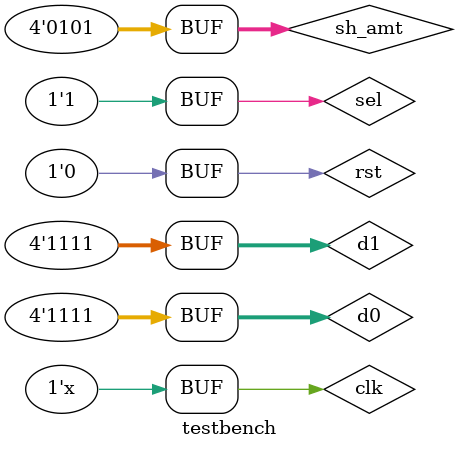
<source format=v>
`timescale 1ns / 1ps

module testbench();
    reg [3:0] d1, d0, sh_amt;
    reg sel, clk, rst;
    wire gt, lt, eq;
    wire [3:0] regOut, sum, diff, prod, muxOut, shrOut, shlOut, quot, rem, incOut, decOut;
    
    REG #(.DATAWIDTH(4)) reg1(d0, regOut, clk, rst);
    ADD #(.DATAWIDTH(4)) add1(d1,d0,sum);
    SUB #(.DATAWIDTH(4)) sub1(d1,d0,diff);
    MUL #(.DATAWIDTH(4)) mul1(d1,d0,prod);
    COMP #(.DATAWIDTH(4)) comp(d1,d0,gt,lt,eq);
    MUX2x1 #(.DATAWIDTH(4)) mux1(d1,d0,sel,muxOut);
    SHR #(.DATAWIDTH(4)) shr1(d0,sh_amt,clk,rst,shrOut);
    SHL #(.DATAWIDTH(4)) shl1(d0,sh_amt,clk,rst,shlOut);
    DIV #(.DATAWIDTH(4)) div1(d1,d0,quot);
    MOD #(.DATAWIDTH(4)) mod1(d1,d0,rem);
    INC #(.DATAWIDTH(4)) inc1(d0,incOut);
    DEC #(.DATAWIDTH(4)) dec1(d0,decOut);
    
    initial begin
        clk <= 0;
        #10 rst <= 0; sh_amt = 0; d1 <= 0; d0 <= 0; sel <= 0; 
        #10 rst <= 0; sh_amt = 0; d1 <= 0; d0 <= 0; sel <= 1; 
        #10 rst <= 0; sh_amt = 0; d1 <= 0; d0 <= 1; sel <= 0; 
        #10 rst <= 0; sh_amt = 0; d1 <= 0; d0 <= 1; sel <= 1; 
        #10 rst <= 0; sh_amt = 0; d1 <= 0; d0 <= 2; sel <= 0; 
        #10 rst <= 0; sh_amt = 0; d1 <= 0; d0 <= 2; sel <= 1; 
        #10 rst <= 0; sh_amt = 0; d1 <= 0; d0 <= 3; sel <= 0; 
        #10 rst <= 0; sh_amt = 0; d1 <= 0; d0 <= 3; sel <= 1; 
        #10 rst <= 0; sh_amt = 0; d1 <= 0; d0 <= 4; sel <= 0; 
        #10 rst <= 0; sh_amt = 0; d1 <= 0; d0 <= 4; sel <= 1; 
        #10 rst <= 0; sh_amt = 0; d1 <= 0; d0 <= 5; sel <= 0; 
        #10 rst <= 0; sh_amt = 0; d1 <= 0; d0 <= 5; sel <= 1; 
        #10 rst <= 0; sh_amt = 0; d1 <= 0; d0 <= 6; sel <= 0; 
        #10 rst <= 0; sh_amt = 0; d1 <= 0; d0 <= 6; sel <= 1; 
        #10 rst <= 0; sh_amt = 0; d1 <= 0; d0 <= 7; sel <= 0; 
        #10 rst <= 0; sh_amt = 0; d1 <= 0; d0 <= 7; sel <= 1; 
        #10 rst <= 0; sh_amt = 0; d1 <= 0; d0 <= 8; sel <= 0; 
        #10 rst <= 0; sh_amt = 0; d1 <= 0; d0 <= 8; sel <= 1; 
        #10 rst <= 0; sh_amt = 0; d1 <= 0; d0 <= 9; sel <= 0; 
        #10 rst <= 0; sh_amt = 0; d1 <= 0; d0 <= 9; sel <= 1; 
        #10 rst <= 0; sh_amt = 0; d1 <= 0; d0 <= 10; sel <= 0; 
        #10 rst <= 0; sh_amt = 0; d1 <= 0; d0 <= 10; sel <= 1; 
        #10 rst <= 0; sh_amt = 0; d1 <= 0; d0 <= 11; sel <= 0; 
        #10 rst <= 0; sh_amt = 0; d1 <= 0; d0 <= 11; sel <= 1; 
        #10 rst <= 0; sh_amt = 0; d1 <= 0; d0 <= 12; sel <= 0; 
        #10 rst <= 0; sh_amt = 0; d1 <= 0; d0 <= 12; sel <= 1; 
        #10 rst <= 0; sh_amt = 0; d1 <= 0; d0 <= 13; sel <= 0; 
        #10 rst <= 0; sh_amt = 0; d1 <= 0; d0 <= 13; sel <= 1; 
        #10 rst <= 0; sh_amt = 0; d1 <= 0; d0 <= 14; sel <= 0; 
        #10 rst <= 0; sh_amt = 0; d1 <= 0; d0 <= 14; sel <= 1; 
        #10 rst <= 0; sh_amt = 0; d1 <= 0; d0 <= 15; sel <= 0; 
        #10 rst <= 0; sh_amt = 0; d1 <= 0; d0 <= 15; sel <= 1; // 
        #10 rst <= 0; sh_amt = 0; d1 <= 1; d0 <= 0; sel <= 0; 
        #10 rst <= 0; sh_amt = 0; d1 <= 1; d0 <= 0; sel <= 1; 
        #10 rst <= 0; sh_amt = 0; d1 <= 1; d0 <= 1; sel <= 0; 
        #10 rst <= 0; sh_amt = 0; d1 <= 1; d0 <= 1; sel <= 1; 
        #10 rst <= 0; sh_amt = 0; d1 <= 1; d0 <= 2; sel <= 0; 
        #10 rst <= 0; sh_amt = 0; d1 <= 1; d0 <= 2; sel <= 1; 
        #10 rst <= 0; sh_amt = 0; d1 <= 1; d0 <= 3; sel <= 0; 
        #10 rst <= 0; sh_amt = 0; d1 <= 1; d0 <= 3; sel <= 1; 
        #10 rst <= 0; sh_amt = 0; d1 <= 1; d0 <= 4; sel <= 0; 
        #10 rst <= 0; sh_amt = 0; d1 <= 1; d0 <= 4; sel <= 1; 
        #10 rst <= 0; sh_amt = 0; d1 <= 1; d0 <= 5; sel <= 0; 
        #10 rst <= 0; sh_amt = 0; d1 <= 1; d0 <= 5; sel <= 1; 
        #10 rst <= 0; sh_amt = 0; d1 <= 1; d0 <= 6; sel <= 0; 
        #10 rst <= 0; sh_amt = 0; d1 <= 1; d0 <= 6; sel <= 1; 
        #10 rst <= 0; sh_amt = 0; d1 <= 1; d0 <= 7; sel <= 0; 
        #10 rst <= 0; sh_amt = 0; d1 <= 1; d0 <= 7; sel <= 1; 
        #10 rst <= 0; sh_amt = 0; d1 <= 1; d0 <= 8; sel <= 0; 
        #10 rst <= 0; sh_amt = 0; d1 <= 1; d0 <= 8; sel <= 1; 
        #10 rst <= 0; sh_amt = 0; d1 <= 1; d0 <= 9; sel <= 0; 
        #10 rst <= 0; sh_amt = 0; d1 <= 1; d0 <= 9; sel <= 1; 
        #10 rst <= 0; sh_amt = 0; d1 <= 1; d0 <= 10; sel <= 0; 
        #10 rst <= 0; sh_amt = 0; d1 <= 1; d0 <= 10; sel <= 1; 
        #10 rst <= 0; sh_amt = 0; d1 <= 1; d0 <= 11; sel <= 0; 
        #10 rst <= 0; sh_amt = 0; d1 <= 1; d0 <= 11; sel <= 1; 
        #10 rst <= 0; sh_amt = 0; d1 <= 1; d0 <= 12; sel <= 0; 
        #10 rst <= 0; sh_amt = 0; d1 <= 1; d0 <= 12; sel <= 1; 
        #10 rst <= 0; sh_amt = 0; d1 <= 1; d0 <= 13; sel <= 0; 
        #10 rst <= 0; sh_amt = 0; d1 <= 1; d0 <= 13; sel <= 1; 
        #10 rst <= 0; sh_amt = 0; d1 <= 1; d0 <= 14; sel <= 0; 
        #10 rst <= 0; sh_amt = 0; d1 <= 1; d0 <= 14; sel <= 1; 
        #10 rst <= 0; sh_amt = 0; d1 <= 1; d0 <= 15; sel <= 0; 
        #10 rst <= 0; sh_amt = 0; d1 <= 1; d0 <= 15; sel <= 1; // 
        #10 rst <= 0; sh_amt = 0; d1 <= 2; d0 <= 0; sel <= 0; 
        #10 rst <= 0; sh_amt = 0; d1 <= 2; d0 <= 0; sel <= 1; 
        #10 rst <= 0; sh_amt = 0; d1 <= 2; d0 <= 1; sel <= 0; 
        #10 rst <= 0; sh_amt = 0; d1 <= 2; d0 <= 1; sel <= 1; 
        #10 rst <= 0; sh_amt = 0; d1 <= 2; d0 <= 2; sel <= 0; 
        #10 rst <= 0; sh_amt = 0; d1 <= 2; d0 <= 2; sel <= 1; 
        #10 rst <= 0; sh_amt = 0; d1 <= 2; d0 <= 3; sel <= 0; 
        #10 rst <= 0; sh_amt = 0; d1 <= 2; d0 <= 3; sel <= 1; 
        #10 rst <= 0; sh_amt = 0; d1 <= 2; d0 <= 4; sel <= 0; 
        #10 rst <= 0; sh_amt = 0; d1 <= 2; d0 <= 4; sel <= 1; 
        #10 rst <= 0; sh_amt = 0; d1 <= 2; d0 <= 5; sel <= 0; 
        #10 rst <= 0; sh_amt = 0; d1 <= 2; d0 <= 5; sel <= 1; 
        #10 rst <= 0; sh_amt = 0; d1 <= 2; d0 <= 6; sel <= 0; 
        #10 rst <= 0; sh_amt = 0; d1 <= 2; d0 <= 6; sel <= 1; 
        #10 rst <= 0; sh_amt = 0; d1 <= 2; d0 <= 7; sel <= 0; 
        #10 rst <= 0; sh_amt = 0; d1 <= 2; d0 <= 7; sel <= 1; 
        #10 rst <= 0; sh_amt = 0; d1 <= 2; d0 <= 8; sel <= 0; 
        #10 rst <= 0; sh_amt = 0; d1 <= 2; d0 <= 8; sel <= 1; 
        #10 rst <= 0; sh_amt = 0; d1 <= 2; d0 <= 9; sel <= 0; 
        #10 rst <= 0; sh_amt = 0; d1 <= 2; d0 <= 9; sel <= 1; 
        #10 rst <= 0; sh_amt = 0; d1 <= 2; d0 <= 10; sel <= 0; 
        #10 rst <= 0; sh_amt = 0; d1 <= 2; d0 <= 10; sel <= 1; 
        #10 rst <= 0; sh_amt = 0; d1 <= 2; d0 <= 11; sel <= 0; 
        #10 rst <= 0; sh_amt = 0; d1 <= 2; d0 <= 11; sel <= 1; 
        #10 rst <= 0; sh_amt = 0; d1 <= 2; d0 <= 12; sel <= 0; 
        #10 rst <= 0; sh_amt = 0; d1 <= 2; d0 <= 12; sel <= 1; 
        #10 rst <= 0; sh_amt = 0; d1 <= 2; d0 <= 13; sel <= 0; 
        #10 rst <= 0; sh_amt = 0; d1 <= 2; d0 <= 13; sel <= 1; 
        #10 rst <= 0; sh_amt = 0; d1 <= 2; d0 <= 14; sel <= 0; 
        #10 rst <= 0; sh_amt = 0; d1 <= 2; d0 <= 14; sel <= 1; 
        #10 rst <= 0; sh_amt = 0; d1 <= 2; d0 <= 15; sel <= 0; 
        #10 rst <= 0; sh_amt = 0; d1 <= 2; d0 <= 15; sel <= 1; 
        #10 rst <= 0; sh_amt = 0; d1 <= 3; d0 <= 0; sel <= 0; 
        #10 rst <= 0; sh_amt = 0; d1 <= 3; d0 <= 0; sel <= 1; 
        #10 rst <= 0; sh_amt = 0; d1 <= 3; d0 <= 1; sel <= 0; 
        #10 rst <= 0; sh_amt = 0; d1 <= 3; d0 <= 1; sel <= 1; 
        #10 rst <= 0; sh_amt = 0; d1 <= 3; d0 <= 2; sel <= 0; 
        #10 rst <= 0; sh_amt = 0; d1 <= 3; d0 <= 2; sel <= 1; 
        #10 rst <= 0; sh_amt = 0; d1 <= 3; d0 <= 3; sel <= 0; 
        #10 rst <= 0; sh_amt = 0; d1 <= 3; d0 <= 3; sel <= 1; 
        #10 rst <= 0; sh_amt = 0; d1 <= 3; d0 <= 4; sel <= 0; 
        #10 rst <= 0; sh_amt = 0; d1 <= 3; d0 <= 4; sel <= 1; 
        #10 rst <= 0; sh_amt = 0; d1 <= 3; d0 <= 5; sel <= 0; 
        #10 rst <= 0; sh_amt = 0; d1 <= 3; d0 <= 5; sel <= 1; 
        #10 rst <= 0; sh_amt = 0; d1 <= 3; d0 <= 6; sel <= 0; 
        #10 rst <= 0; sh_amt = 0; d1 <= 3; d0 <= 6; sel <= 1; 
        #10 rst <= 0; sh_amt = 0; d1 <= 3; d0 <= 7; sel <= 0; 
        #10 rst <= 0; sh_amt = 0; d1 <= 3; d0 <= 7; sel <= 1; 
        #10 rst <= 0; sh_amt = 0; d1 <= 3; d0 <= 8; sel <= 0; 
        #10 rst <= 0; sh_amt = 0; d1 <= 3; d0 <= 8; sel <= 1; 
        #10 rst <= 0; sh_amt = 0; d1 <= 3; d0 <= 9; sel <= 0; 
        #10 rst <= 0; sh_amt = 0; d1 <= 3; d0 <= 9; sel <= 1; 
        #10 rst <= 0; sh_amt = 0; d1 <= 3; d0 <= 10; sel <= 0; 
        #10 rst <= 0; sh_amt = 0; d1 <= 3; d0 <= 10; sel <= 1; 
        #10 rst <= 0; sh_amt = 0; d1 <= 3; d0 <= 11; sel <= 0; 
        #10 rst <= 0; sh_amt = 0; d1 <= 3; d0 <= 11; sel <= 1; 
        #10 rst <= 0; sh_amt = 0; d1 <= 3; d0 <= 12; sel <= 0; 
        #10 rst <= 0; sh_amt = 0; d1 <= 3; d0 <= 12; sel <= 1; 
        #10 rst <= 0; sh_amt = 0; d1 <= 3; d0 <= 13; sel <= 0; 
        #10 rst <= 0; sh_amt = 0; d1 <= 3; d0 <= 13; sel <= 1; 
        #10 rst <= 0; sh_amt = 0; d1 <= 3; d0 <= 14; sel <= 0; 
        #10 rst <= 0; sh_amt = 0; d1 <= 3; d0 <= 14; sel <= 1; 
        #10 rst <= 0; sh_amt = 0; d1 <= 3; d0 <= 15; sel <= 0; 
        #10 rst <= 0; sh_amt = 0; d1 <= 3; d0 <= 15; sel <= 1; 
        #10 rst <= 0; sh_amt = 0; d1 <= 4; d0 <= 0; sel <= 0; 
        #10 rst <= 0; sh_amt = 0; d1 <= 4; d0 <= 0; sel <= 1; 
        #10 rst <= 0; sh_amt = 0; d1 <= 4; d0 <= 1; sel <= 0; 
        #10 rst <= 0; sh_amt = 0; d1 <= 4; d0 <= 1; sel <= 1; 
        #10 rst <= 0; sh_amt = 0; d1 <= 4; d0 <= 2; sel <= 0; 
        #10 rst <= 0; sh_amt = 0; d1 <= 4; d0 <= 2; sel <= 1; 
        #10 rst <= 0; sh_amt = 0; d1 <= 4; d0 <= 3; sel <= 0; 
        #10 rst <= 0; sh_amt = 0; d1 <= 4; d0 <= 3; sel <= 1; 
        #10 rst <= 0; sh_amt = 0; d1 <= 4; d0 <= 4; sel <= 0; 
        #10 rst <= 0; sh_amt = 0; d1 <= 4; d0 <= 4; sel <= 1; 
        #10 rst <= 0; sh_amt = 0; d1 <= 4; d0 <= 5; sel <= 0; 
        #10 rst <= 0; sh_amt = 0; d1 <= 4; d0 <= 5; sel <= 1; 
        #10 rst <= 0; sh_amt = 0; d1 <= 4; d0 <= 6; sel <= 0; 
        #10 rst <= 0; sh_amt = 0; d1 <= 4; d0 <= 6; sel <= 1; 
        #10 rst <= 0; sh_amt = 0; d1 <= 4; d0 <= 7; sel <= 0; 
        #10 rst <= 0; sh_amt = 0; d1 <= 4; d0 <= 7; sel <= 1; 
        #10 rst <= 0; sh_amt = 0; d1 <= 4; d0 <= 8; sel <= 0; 
        #10 rst <= 0; sh_amt = 0; d1 <= 4; d0 <= 8; sel <= 1; 
        #10 rst <= 0; sh_amt = 0; d1 <= 4; d0 <= 9; sel <= 0; 
        #10 rst <= 0; sh_amt = 0; d1 <= 4; d0 <= 9; sel <= 1; 
        #10 rst <= 0; sh_amt = 0; d1 <= 4; d0 <= 10; sel <= 0; 
        #10 rst <= 0; sh_amt = 0; d1 <= 4; d0 <= 10; sel <= 1; 
        #10 rst <= 0; sh_amt = 0; d1 <= 4; d0 <= 11; sel <= 0; 
        #10 rst <= 0; sh_amt = 0; d1 <= 4; d0 <= 11; sel <= 1; 
        #10 rst <= 0; sh_amt = 0; d1 <= 4; d0 <= 12; sel <= 0; 
        #10 rst <= 0; sh_amt = 0; d1 <= 4; d0 <= 12; sel <= 1; 
        #10 rst <= 0; sh_amt = 0; d1 <= 4; d0 <= 13; sel <= 0; 
        #10 rst <= 0; sh_amt = 0; d1 <= 4; d0 <= 13; sel <= 1; 
        #10 rst <= 0; sh_amt = 0; d1 <= 4; d0 <= 14; sel <= 0; 
        #10 rst <= 0; sh_amt = 0; d1 <= 4; d0 <= 14; sel <= 1; 
        #10 rst <= 0; sh_amt = 0; d1 <= 4; d0 <= 15; sel <= 0; 
        #10 rst <= 0; sh_amt = 0; d1 <= 4; d0 <= 15; sel <= 1; 
        #10 rst <= 0; sh_amt = 0; d1 <= 5; d0 <= 0; sel <= 0; 
        #10 rst <= 0; sh_amt = 0; d1 <= 5; d0 <= 0; sel <= 1; 
        #10 rst <= 0; sh_amt = 0; d1 <= 5; d0 <= 1; sel <= 0; 
        #10 rst <= 0; sh_amt = 0; d1 <= 5; d0 <= 1; sel <= 1; 
        #10 rst <= 0; sh_amt = 0; d1 <= 5; d0 <= 2; sel <= 0; 
        #10 rst <= 0; sh_amt = 0; d1 <= 5; d0 <= 2; sel <= 1; 
        #10 rst <= 0; sh_amt = 0; d1 <= 5; d0 <= 3; sel <= 0; 
        #10 rst <= 0; sh_amt = 0; d1 <= 5; d0 <= 3; sel <= 1; 
        #10 rst <= 0; sh_amt = 0; d1 <= 5; d0 <= 4; sel <= 0; 
        #10 rst <= 0; sh_amt = 0; d1 <= 5; d0 <= 4; sel <= 1; 
        #10 rst <= 0; sh_amt = 0; d1 <= 5; d0 <= 5; sel <= 0; 
        #10 rst <= 0; sh_amt = 0; d1 <= 5; d0 <= 5; sel <= 1; 
        #10 rst <= 0; sh_amt = 0; d1 <= 5; d0 <= 6; sel <= 0; 
        #10 rst <= 0; sh_amt = 0; d1 <= 5; d0 <= 6; sel <= 1; 
        #10 rst <= 0; sh_amt = 0; d1 <= 5; d0 <= 7; sel <= 0; 
        #10 rst <= 0; sh_amt = 0; d1 <= 5; d0 <= 7; sel <= 1; 
        #10 rst <= 0; sh_amt = 0; d1 <= 5; d0 <= 8; sel <= 0; 
        #10 rst <= 0; sh_amt = 0; d1 <= 5; d0 <= 8; sel <= 1; 
        #10 rst <= 0; sh_amt = 0; d1 <= 5; d0 <= 9; sel <= 0; 
        #10 rst <= 0; sh_amt = 0; d1 <= 5; d0 <= 9; sel <= 1; 
        #10 rst <= 0; sh_amt = 0; d1 <= 5; d0 <= 10; sel <= 0; 
        #10 rst <= 0; sh_amt = 0; d1 <= 5; d0 <= 10; sel <= 1; 
        #10 rst <= 0; sh_amt = 0; d1 <= 5; d0 <= 11; sel <= 0; 
        #10 rst <= 0; sh_amt = 0; d1 <= 5; d0 <= 11; sel <= 1; 
        #10 rst <= 0; sh_amt = 0; d1 <= 5; d0 <= 12; sel <= 0; 
        #10 rst <= 0; sh_amt = 0; d1 <= 5; d0 <= 12; sel <= 1; 
        #10 rst <= 0; sh_amt = 0; d1 <= 5; d0 <= 13; sel <= 0; 
        #10 rst <= 0; sh_amt = 0; d1 <= 5; d0 <= 13; sel <= 1; 
        #10 rst <= 0; sh_amt = 0; d1 <= 5; d0 <= 14; sel <= 0; 
        #10 rst <= 0; sh_amt = 0; d1 <= 5; d0 <= 14; sel <= 1; 
        #10 rst <= 0; sh_amt = 0; d1 <= 5; d0 <= 15; sel <= 0; 
        #10 rst <= 0; sh_amt = 0; d1 <= 5; d0 <= 15; sel <= 1; 
        #10 rst <= 0; sh_amt = 0; d1 <= 6; d0 <= 0; sel <= 0; 
        #10 rst <= 0; sh_amt = 0; d1 <= 6; d0 <= 0; sel <= 1; 
        #10 rst <= 0; sh_amt = 0; d1 <= 6; d0 <= 1; sel <= 0; 
        #10 rst <= 0; sh_amt = 0; d1 <= 6; d0 <= 1; sel <= 1; 
        #10 rst <= 0; sh_amt = 0; d1 <= 6; d0 <= 2; sel <= 0; 
        #10 rst <= 0; sh_amt = 0; d1 <= 6; d0 <= 2; sel <= 1; 
        #10 rst <= 0; sh_amt = 0; d1 <= 6; d0 <= 3; sel <= 0; 
        #10 rst <= 0; sh_amt = 0; d1 <= 6; d0 <= 3; sel <= 1; 
        #10 rst <= 0; sh_amt = 0; d1 <= 6; d0 <= 4; sel <= 0; 
        #10 rst <= 0; sh_amt = 0; d1 <= 6; d0 <= 4; sel <= 1; 
        #10 rst <= 0; sh_amt = 0; d1 <= 6; d0 <= 5; sel <= 0; 
        #10 rst <= 0; sh_amt = 0; d1 <= 6; d0 <= 5; sel <= 1; 
        #10 rst <= 0; sh_amt = 0; d1 <= 6; d0 <= 6; sel <= 0; 
        #10 rst <= 0; sh_amt = 0; d1 <= 6; d0 <= 6; sel <= 1; 
        #10 rst <= 0; sh_amt = 0; d1 <= 6; d0 <= 7; sel <= 0; 
        #10 rst <= 0; sh_amt = 0; d1 <= 6; d0 <= 7; sel <= 1; 
        #10 rst <= 0; sh_amt = 0; d1 <= 6; d0 <= 8; sel <= 0; 
        #10 rst <= 0; sh_amt = 0; d1 <= 6; d0 <= 8; sel <= 1; 
        #10 rst <= 0; sh_amt = 0; d1 <= 6; d0 <= 9; sel <= 0; 
        #10 rst <= 0; sh_amt = 0; d1 <= 6; d0 <= 9; sel <= 1; 
        #10 rst <= 0; sh_amt = 0; d1 <= 6; d0 <= 10; sel <= 0; 
        #10 rst <= 0; sh_amt = 0; d1 <= 6; d0 <= 10; sel <= 1; 
        #10 rst <= 0; sh_amt = 0; d1 <= 6; d0 <= 11; sel <= 0; 
        #10 rst <= 0; sh_amt = 0; d1 <= 6; d0 <= 11; sel <= 1; 
        #10 rst <= 0; sh_amt = 0; d1 <= 6; d0 <= 12; sel <= 0; 
        #10 rst <= 0; sh_amt = 0; d1 <= 6; d0 <= 12; sel <= 1; 
        #10 rst <= 0; sh_amt = 0; d1 <= 6; d0 <= 13; sel <= 0; 
        #10 rst <= 0; sh_amt = 0; d1 <= 6; d0 <= 13; sel <= 1; 
        #10 rst <= 0; sh_amt = 0; d1 <= 6; d0 <= 14; sel <= 0; 
        #10 rst <= 0; sh_amt = 0; d1 <= 6; d0 <= 14; sel <= 1; 
        #10 rst <= 0; sh_amt = 0; d1 <= 6; d0 <= 15; sel <= 0; 
        #10 rst <= 0; sh_amt = 0; d1 <= 6; d0 <= 15; sel <= 1; 
        #10 rst <= 0; sh_amt = 0; d1 <= 7; d0 <= 0; sel <= 0; 
        #10 rst <= 0; sh_amt = 0; d1 <= 7; d0 <= 0; sel <= 1; 
        #10 rst <= 0; sh_amt = 0; d1 <= 7; d0 <= 1; sel <= 0; 
        #10 rst <= 0; sh_amt = 0; d1 <= 7; d0 <= 1; sel <= 1; 
        #10 rst <= 0; sh_amt = 0; d1 <= 7; d0 <= 2; sel <= 0; 
        #10 rst <= 0; sh_amt = 0; d1 <= 7; d0 <= 2; sel <= 1; 
        #10 rst <= 0; sh_amt = 0; d1 <= 7; d0 <= 3; sel <= 0; 
        #10 rst <= 0; sh_amt = 0; d1 <= 7; d0 <= 3; sel <= 1; 
        #10 rst <= 0; sh_amt = 0; d1 <= 7; d0 <= 4; sel <= 0; 
        #10 rst <= 0; sh_amt = 0; d1 <= 7; d0 <= 4; sel <= 1; 
        #10 rst <= 0; sh_amt = 0; d1 <= 7; d0 <= 5; sel <= 0; 
        #10 rst <= 0; sh_amt = 0; d1 <= 7; d0 <= 5; sel <= 1; 
        #10 rst <= 0; sh_amt = 0; d1 <= 7; d0 <= 6; sel <= 0; 
        #10 rst <= 0; sh_amt = 0; d1 <= 7; d0 <= 6; sel <= 1; 
        #10 rst <= 0; sh_amt = 0; d1 <= 7; d0 <= 7; sel <= 0; 
        #10 rst <= 0; sh_amt = 0; d1 <= 7; d0 <= 7; sel <= 1; 
        #10 rst <= 0; sh_amt = 0; d1 <= 7; d0 <= 8; sel <= 0; 
        #10 rst <= 0; sh_amt = 0; d1 <= 7; d0 <= 8; sel <= 1; 
        #10 rst <= 0; sh_amt = 0; d1 <= 7; d0 <= 9; sel <= 0; 
        #10 rst <= 0; sh_amt = 0; d1 <= 7; d0 <= 9; sel <= 1; 
        #10 rst <= 0; sh_amt = 0; d1 <= 7; d0 <= 10; sel <= 0; 
        #10 rst <= 0; sh_amt = 0; d1 <= 7; d0 <= 10; sel <= 1; 
        #10 rst <= 0; sh_amt = 0; d1 <= 7; d0 <= 11; sel <= 0; 
        #10 rst <= 0; sh_amt = 0; d1 <= 7; d0 <= 11; sel <= 1; 
        #10 rst <= 0; sh_amt = 0; d1 <= 7; d0 <= 12; sel <= 0; 
        #10 rst <= 0; sh_amt = 0; d1 <= 7; d0 <= 12; sel <= 1; 
        #10 rst <= 0; sh_amt = 0; d1 <= 7; d0 <= 13; sel <= 0; 
        #10 rst <= 0; sh_amt = 0; d1 <= 7; d0 <= 13; sel <= 1; 
        #10 rst <= 0; sh_amt = 0; d1 <= 7; d0 <= 14; sel <= 0; 
        #10 rst <= 0; sh_amt = 0; d1 <= 7; d0 <= 14; sel <= 1; 
        #10 rst <= 0; sh_amt = 0; d1 <= 7; d0 <= 15; sel <= 0; 
        #10 rst <= 0; sh_amt = 0; d1 <= 7; d0 <= 15; sel <= 1; 
        #10 rst <= 0; sh_amt = 0; d1 <= 8; d0 <= 0; sel <= 0; 
        #10 rst <= 0; sh_amt = 0; d1 <= 8; d0 <= 0; sel <= 1; 
        #10 rst <= 0; sh_amt = 0; d1 <= 8; d0 <= 1; sel <= 0; 
        #10 rst <= 0; sh_amt = 0; d1 <= 8; d0 <= 1; sel <= 1; 
        #10 rst <= 0; sh_amt = 0; d1 <= 8; d0 <= 2; sel <= 0; 
        #10 rst <= 0; sh_amt = 0; d1 <= 8; d0 <= 2; sel <= 1; 
        #10 rst <= 0; sh_amt = 0; d1 <= 8; d0 <= 3; sel <= 0; 
        #10 rst <= 0; sh_amt = 0; d1 <= 8; d0 <= 3; sel <= 1; 
        #10 rst <= 0; sh_amt = 0; d1 <= 8; d0 <= 4; sel <= 0; 
        #10 rst <= 0; sh_amt = 0; d1 <= 8; d0 <= 4; sel <= 1; 
        #10 rst <= 0; sh_amt = 0; d1 <= 8; d0 <= 5; sel <= 0; 
        #10 rst <= 0; sh_amt = 0; d1 <= 8; d0 <= 5; sel <= 1; 
        #10 rst <= 0; sh_amt = 0; d1 <= 8; d0 <= 6; sel <= 0; 
        #10 rst <= 0; sh_amt = 0; d1 <= 8; d0 <= 6; sel <= 1; 
        #10 rst <= 0; sh_amt = 0; d1 <= 8; d0 <= 7; sel <= 0; 
        #10 rst <= 0; sh_amt = 0; d1 <= 8; d0 <= 7; sel <= 1; 
        #10 rst <= 0; sh_amt = 0; d1 <= 8; d0 <= 8; sel <= 0; 
        #10 rst <= 0; sh_amt = 0; d1 <= 8; d0 <= 8; sel <= 1; 
        #10 rst <= 0; sh_amt = 0; d1 <= 8; d0 <= 9; sel <= 0; 
        #10 rst <= 0; sh_amt = 0; d1 <= 8; d0 <= 9; sel <= 1; 
        #10 rst <= 0; sh_amt = 0; d1 <= 8; d0 <= 10; sel <= 0; 
        #10 rst <= 0; sh_amt = 0; d1 <= 8; d0 <= 10; sel <= 1; 
        #10 rst <= 0; sh_amt = 0; d1 <= 8; d0 <= 11; sel <= 0; 
        #10 rst <= 0; sh_amt = 0; d1 <= 8; d0 <= 11; sel <= 1; 
        #10 rst <= 0; sh_amt = 0; d1 <= 8; d0 <= 12; sel <= 0; 
        #10 rst <= 0; sh_amt = 0; d1 <= 8; d0 <= 12; sel <= 1; 
        #10 rst <= 0; sh_amt = 0; d1 <= 8; d0 <= 13; sel <= 0; 
        #10 rst <= 0; sh_amt = 0; d1 <= 8; d0 <= 13; sel <= 1; 
        #10 rst <= 0; sh_amt = 0; d1 <= 8; d0 <= 14; sel <= 0; 
        #10 rst <= 0; sh_amt = 0; d1 <= 8; d0 <= 14; sel <= 1; 
        #10 rst <= 0; sh_amt = 0; d1 <= 8; d0 <= 15; sel <= 0; 
        #10 rst <= 0; sh_amt = 0; d1 <= 8; d0 <= 15; sel <= 1; 
        #10 rst <= 0; sh_amt = 0; d1 <= 9; d0 <= 0; sel <= 0; 
        #10 rst <= 0; sh_amt = 0; d1 <= 9; d0 <= 0; sel <= 1; 
        #10 rst <= 0; sh_amt = 0; d1 <= 9; d0 <= 1; sel <= 0; 
        #10 rst <= 0; sh_amt = 0; d1 <= 9; d0 <= 1; sel <= 1; 
        #10 rst <= 0; sh_amt = 0; d1 <= 9; d0 <= 2; sel <= 0; 
        #10 rst <= 0; sh_amt = 0; d1 <= 9; d0 <= 2; sel <= 1; 
        #10 rst <= 0; sh_amt = 0; d1 <= 9; d0 <= 3; sel <= 0; 
        #10 rst <= 0; sh_amt = 0; d1 <= 9; d0 <= 3; sel <= 1; 
        #10 rst <= 0; sh_amt = 0; d1 <= 9; d0 <= 4; sel <= 0; 
        #10 rst <= 0; sh_amt = 0; d1 <= 9; d0 <= 4; sel <= 1; 
        #10 rst <= 0; sh_amt = 0; d1 <= 9; d0 <= 5; sel <= 0; 
        #10 rst <= 0; sh_amt = 0; d1 <= 9; d0 <= 5; sel <= 1; 
        #10 rst <= 0; sh_amt = 0; d1 <= 9; d0 <= 6; sel <= 0; 
        #10 rst <= 0; sh_amt = 0; d1 <= 9; d0 <= 6; sel <= 1; 
        #10 rst <= 0; sh_amt = 0; d1 <= 9; d0 <= 7; sel <= 0; 
        #10 rst <= 0; sh_amt = 0; d1 <= 9; d0 <= 7; sel <= 1; 
        #10 rst <= 0; sh_amt = 0; d1 <= 9; d0 <= 8; sel <= 0; 
        #10 rst <= 0; sh_amt = 0; d1 <= 9; d0 <= 8; sel <= 1; 
        #10 rst <= 0; sh_amt = 0; d1 <= 9; d0 <= 9; sel <= 0; 
        #10 rst <= 0; sh_amt = 0; d1 <= 9; d0 <= 9; sel <= 1; 
        #10 rst <= 0; sh_amt = 0; d1 <= 9; d0 <= 10; sel <= 0; 
        #10 rst <= 0; sh_amt = 0; d1 <= 9; d0 <= 10; sel <= 1; 
        #10 rst <= 0; sh_amt = 0; d1 <= 9; d0 <= 11; sel <= 0; 
        #10 rst <= 0; sh_amt = 0; d1 <= 9; d0 <= 11; sel <= 1; 
        #10 rst <= 0; sh_amt = 0; d1 <= 9; d0 <= 12; sel <= 0; 
        #10 rst <= 0; sh_amt = 0; d1 <= 9; d0 <= 12; sel <= 1; 
        #10 rst <= 0; sh_amt = 0; d1 <= 9; d0 <= 13; sel <= 0; 
        #10 rst <= 0; sh_amt = 0; d1 <= 9; d0 <= 13; sel <= 1; 
        #10 rst <= 0; sh_amt = 0; d1 <= 9; d0 <= 14; sel <= 0; 
        #10 rst <= 0; sh_amt = 0; d1 <= 9; d0 <= 14; sel <= 1; 
        #10 rst <= 0; sh_amt = 0; d1 <= 9; d0 <= 15; sel <= 0; 
        #10 rst <= 0; sh_amt = 0; d1 <= 9; d0 <= 15; sel <= 1; 
        #10 rst <= 0; sh_amt = 0; d1 <= 10; d0 <= 0; sel <= 0; 
        #10 rst <= 0; sh_amt = 0; d1 <= 10; d0 <= 0; sel <= 1; 
        #10 rst <= 0; sh_amt = 0; d1 <= 10; d0 <= 1; sel <= 0; 
        #10 rst <= 0; sh_amt = 0; d1 <= 10; d0 <= 1; sel <= 1; 
        #10 rst <= 0; sh_amt = 0; d1 <= 10; d0 <= 2; sel <= 0; 
        #10 rst <= 0; sh_amt = 0; d1 <= 10; d0 <= 2; sel <= 1; 
        #10 rst <= 0; sh_amt = 0; d1 <= 10; d0 <= 3; sel <= 0; 
        #10 rst <= 0; sh_amt = 0; d1 <= 10; d0 <= 3; sel <= 1; 
        #10 rst <= 0; sh_amt = 0; d1 <= 10; d0 <= 4; sel <= 0; 
        #10 rst <= 0; sh_amt = 0; d1 <= 10; d0 <= 4; sel <= 1; 
        #10 rst <= 0; sh_amt = 0; d1 <= 10; d0 <= 5; sel <= 0; 
        #10 rst <= 0; sh_amt = 0; d1 <= 10; d0 <= 5; sel <= 1; 
        #10 rst <= 0; sh_amt = 0; d1 <= 10; d0 <= 6; sel <= 0; 
        #10 rst <= 0; sh_amt = 0; d1 <= 10; d0 <= 6; sel <= 1; 
        #10 rst <= 0; sh_amt = 0; d1 <= 10; d0 <= 7; sel <= 0; 
        #10 rst <= 0; sh_amt = 0; d1 <= 10; d0 <= 7; sel <= 1; 
        #10 rst <= 0; sh_amt = 0; d1 <= 10; d0 <= 8; sel <= 0; 
        #10 rst <= 0; sh_amt = 0; d1 <= 10; d0 <= 8; sel <= 1; 
        #10 rst <= 0; sh_amt = 0; d1 <= 10; d0 <= 9; sel <= 0; 
        #10 rst <= 0; sh_amt = 0; d1 <= 10; d0 <= 9; sel <= 1; 
        #10 rst <= 0; sh_amt = 0; d1 <= 10; d0 <= 10; sel <= 0; 
        #10 rst <= 0; sh_amt = 0; d1 <= 10; d0 <= 10; sel <= 1; 
        #10 rst <= 0; sh_amt = 0; d1 <= 10; d0 <= 11; sel <= 0; 
        #10 rst <= 0; sh_amt = 0; d1 <= 10; d0 <= 11; sel <= 1; 
        #10 rst <= 0; sh_amt = 0; d1 <= 10; d0 <= 12; sel <= 0; 
        #10 rst <= 0; sh_amt = 0; d1 <= 10; d0 <= 12; sel <= 1; 
        #10 rst <= 0; sh_amt = 0; d1 <= 10; d0 <= 13; sel <= 0; 
        #10 rst <= 0; sh_amt = 0; d1 <= 10; d0 <= 13; sel <= 1; 
        #10 rst <= 0; sh_amt = 0; d1 <= 10; d0 <= 14; sel <= 0; 
        #10 rst <= 0; sh_amt = 0; d1 <= 10; d0 <= 14; sel <= 1; 
        #10 rst <= 0; sh_amt = 0; d1 <= 10; d0 <= 15; sel <= 0; 
        #10 rst <= 0; sh_amt = 0; d1 <= 10; d0 <= 15; sel <= 1; 
        #10 rst <= 0; sh_amt = 0; d1 <= 11; d0 <= 0; sel <= 0; 
        #10 rst <= 0; sh_amt = 0; d1 <= 11; d0 <= 0; sel <= 1; 
        #10 rst <= 0; sh_amt = 0; d1 <= 11; d0 <= 1; sel <= 0; 
        #10 rst <= 0; sh_amt = 0; d1 <= 11; d0 <= 1; sel <= 1; 
        #10 rst <= 0; sh_amt = 0; d1 <= 11; d0 <= 2; sel <= 0; 
        #10 rst <= 0; sh_amt = 0; d1 <= 11; d0 <= 2; sel <= 1; 
        #10 rst <= 0; sh_amt = 0; d1 <= 11; d0 <= 3; sel <= 0; 
        #10 rst <= 0; sh_amt = 0; d1 <= 11; d0 <= 3; sel <= 1; 
        #10 rst <= 0; sh_amt = 0; d1 <= 11; d0 <= 4; sel <= 0; 
        #10 rst <= 0; sh_amt = 0; d1 <= 11; d0 <= 4; sel <= 1; 
        #10 rst <= 0; sh_amt = 0; d1 <= 11; d0 <= 5; sel <= 0; 
        #10 rst <= 0; sh_amt = 0; d1 <= 11; d0 <= 5; sel <= 1; 
        #10 rst <= 0; sh_amt = 0; d1 <= 11; d0 <= 6; sel <= 0; 
        #10 rst <= 0; sh_amt = 0; d1 <= 11; d0 <= 6; sel <= 1; 
        #10 rst <= 0; sh_amt = 0; d1 <= 11; d0 <= 7; sel <= 0; 
        #10 rst <= 0; sh_amt = 0; d1 <= 11; d0 <= 7; sel <= 1; 
        #10 rst <= 0; sh_amt = 0; d1 <= 11; d0 <= 8; sel <= 0; 
        #10 rst <= 0; sh_amt = 0; d1 <= 11; d0 <= 8; sel <= 1; 
        #10 rst <= 0; sh_amt = 0; d1 <= 11; d0 <= 9; sel <= 0; 
        #10 rst <= 0; sh_amt = 0; d1 <= 11; d0 <= 9; sel <= 1; 
        #10 rst <= 0; sh_amt = 0; d1 <= 11; d0 <= 10; sel <= 0; 
        #10 rst <= 0; sh_amt = 0; d1 <= 11; d0 <= 10; sel <= 1; 
        #10 rst <= 0; sh_amt = 0; d1 <= 11; d0 <= 11; sel <= 0; 
        #10 rst <= 0; sh_amt = 0; d1 <= 11; d0 <= 11; sel <= 1; 
        #10 rst <= 0; sh_amt = 0; d1 <= 11; d0 <= 12; sel <= 0; 
        #10 rst <= 0; sh_amt = 0; d1 <= 11; d0 <= 12; sel <= 1; 
        #10 rst <= 0; sh_amt = 0; d1 <= 11; d0 <= 13; sel <= 0; 
        #10 rst <= 0; sh_amt = 0; d1 <= 11; d0 <= 13; sel <= 1; 
        #10 rst <= 0; sh_amt = 0; d1 <= 11; d0 <= 14; sel <= 0; 
        #10 rst <= 0; sh_amt = 0; d1 <= 11; d0 <= 14; sel <= 1; 
        #10 rst <= 0; sh_amt = 0; d1 <= 11; d0 <= 15; sel <= 0; 
        #10 rst <= 0; sh_amt = 0; d1 <= 11; d0 <= 15; sel <= 1; 
        #10 rst <= 0; sh_amt = 0; d1 <= 12; d0 <= 0; sel <= 0; 
        #10 rst <= 0; sh_amt = 0; d1 <= 12; d0 <= 0; sel <= 1; 
        #10 rst <= 0; sh_amt = 0; d1 <= 12; d0 <= 1; sel <= 0; 
        #10 rst <= 0; sh_amt = 0; d1 <= 12; d0 <= 1; sel <= 1; 
        #10 rst <= 0; sh_amt = 0; d1 <= 12; d0 <= 2; sel <= 0; 
        #10 rst <= 0; sh_amt = 0; d1 <= 12; d0 <= 2; sel <= 1; 
        #10 rst <= 0; sh_amt = 0; d1 <= 12; d0 <= 3; sel <= 0; 
        #10 rst <= 0; sh_amt = 0; d1 <= 12; d0 <= 3; sel <= 1; 
        #10 rst <= 0; sh_amt = 0; d1 <= 12; d0 <= 4; sel <= 0; 
        #10 rst <= 0; sh_amt = 0; d1 <= 12; d0 <= 4; sel <= 1; 
        #10 rst <= 0; sh_amt = 0; d1 <= 12; d0 <= 5; sel <= 0; 
        #10 rst <= 0; sh_amt = 0; d1 <= 12; d0 <= 5; sel <= 1; 
        #10 rst <= 0; sh_amt = 0; d1 <= 12; d0 <= 6; sel <= 0; 
        #10 rst <= 0; sh_amt = 0; d1 <= 12; d0 <= 6; sel <= 1; 
        #10 rst <= 0; sh_amt = 0; d1 <= 12; d0 <= 7; sel <= 0; 
        #10 rst <= 0; sh_amt = 0; d1 <= 12; d0 <= 7; sel <= 1; 
        #10 rst <= 0; sh_amt = 0; d1 <= 12; d0 <= 8; sel <= 0; 
        #10 rst <= 0; sh_amt = 0; d1 <= 12; d0 <= 8; sel <= 1; 
        #10 rst <= 0; sh_amt = 0; d1 <= 12; d0 <= 9; sel <= 0; 
        #10 rst <= 0; sh_amt = 0; d1 <= 12; d0 <= 9; sel <= 1; 
        #10 rst <= 0; sh_amt = 0; d1 <= 12; d0 <= 10; sel <= 0; 
        #10 rst <= 0; sh_amt = 0; d1 <= 12; d0 <= 10; sel <= 1; 
        #10 rst <= 0; sh_amt = 0; d1 <= 12; d0 <= 11; sel <= 0; 
        #10 rst <= 0; sh_amt = 0; d1 <= 12; d0 <= 11; sel <= 1; 
        #10 rst <= 0; sh_amt = 0; d1 <= 12; d0 <= 12; sel <= 0; 
        #10 rst <= 0; sh_amt = 0; d1 <= 12; d0 <= 12; sel <= 1; 
        #10 rst <= 0; sh_amt = 0; d1 <= 12; d0 <= 13; sel <= 0; 
        #10 rst <= 0; sh_amt = 0; d1 <= 12; d0 <= 13; sel <= 1; 
        #10 rst <= 0; sh_amt = 0; d1 <= 12; d0 <= 14; sel <= 0; 
        #10 rst <= 0; sh_amt = 0; d1 <= 12; d0 <= 14; sel <= 1; 
        #10 rst <= 0; sh_amt = 0; d1 <= 12; d0 <= 15; sel <= 0; 
        #10 rst <= 0; sh_amt = 0; d1 <= 12; d0 <= 15; sel <= 1; 
        #10 rst <= 0; sh_amt = 0; d1 <= 13; d0 <= 0; sel <= 0; 
        #10 rst <= 0; sh_amt = 0; d1 <= 13; d0 <= 0; sel <= 1; 
        #10 rst <= 0; sh_amt = 0; d1 <= 13; d0 <= 1; sel <= 0; 
        #10 rst <= 0; sh_amt = 0; d1 <= 13; d0 <= 1; sel <= 1; 
        #10 rst <= 0; sh_amt = 0; d1 <= 13; d0 <= 2; sel <= 0; 
        #10 rst <= 0; sh_amt = 0; d1 <= 13; d0 <= 2; sel <= 1; 
        #10 rst <= 0; sh_amt = 0; d1 <= 13; d0 <= 3; sel <= 0; 
        #10 rst <= 0; sh_amt = 0; d1 <= 13; d0 <= 3; sel <= 1; 
        #10 rst <= 0; sh_amt = 0; d1 <= 13; d0 <= 4; sel <= 0; 
        #10 rst <= 0; sh_amt = 0; d1 <= 13; d0 <= 4; sel <= 1; 
        #10 rst <= 0; sh_amt = 0; d1 <= 13; d0 <= 5; sel <= 0; 
        #10 rst <= 0; sh_amt = 0; d1 <= 13; d0 <= 5; sel <= 1; 
        #10 rst <= 0; sh_amt = 0; d1 <= 13; d0 <= 6; sel <= 0; 
        #10 rst <= 0; sh_amt = 0; d1 <= 13; d0 <= 6; sel <= 1; 
        #10 rst <= 0; sh_amt = 0; d1 <= 13; d0 <= 7; sel <= 0; 
        #10 rst <= 0; sh_amt = 0; d1 <= 13; d0 <= 7; sel <= 1; 
        #10 rst <= 0; sh_amt = 0; d1 <= 13; d0 <= 8; sel <= 0; 
        #10 rst <= 0; sh_amt = 0; d1 <= 13; d0 <= 8; sel <= 1; 
        #10 rst <= 0; sh_amt = 0; d1 <= 13; d0 <= 9; sel <= 0; 
        #10 rst <= 0; sh_amt = 0; d1 <= 13; d0 <= 9; sel <= 1; 
        #10 rst <= 0; sh_amt = 0; d1 <= 13; d0 <= 10; sel <= 0; 
        #10 rst <= 0; sh_amt = 0; d1 <= 13; d0 <= 10; sel <= 1; 
        #10 rst <= 0; sh_amt = 0; d1 <= 13; d0 <= 11; sel <= 0; 
        #10 rst <= 0; sh_amt = 0; d1 <= 13; d0 <= 11; sel <= 1; 
        #10 rst <= 0; sh_amt = 0; d1 <= 13; d0 <= 12; sel <= 0; 
        #10 rst <= 0; sh_amt = 0; d1 <= 13; d0 <= 12; sel <= 1; 
        #10 rst <= 0; sh_amt = 0; d1 <= 13; d0 <= 13; sel <= 0; 
        #10 rst <= 0; sh_amt = 0; d1 <= 13; d0 <= 13; sel <= 1; 
        #10 rst <= 0; sh_amt = 0; d1 <= 13; d0 <= 14; sel <= 0; 
        #10 rst <= 0; sh_amt = 0; d1 <= 13; d0 <= 14; sel <= 1; 
        #10 rst <= 0; sh_amt = 0; d1 <= 13; d0 <= 15; sel <= 0; 
        #10 rst <= 0; sh_amt = 0; d1 <= 13; d0 <= 15; sel <= 1; 
        #10 rst <= 0; sh_amt = 0; d1 <= 14; d0 <= 0; sel <= 0; 
        #10 rst <= 0; sh_amt = 0; d1 <= 14; d0 <= 0; sel <= 1; 
        #10 rst <= 0; sh_amt = 0; d1 <= 14; d0 <= 1; sel <= 0; 
        #10 rst <= 0; sh_amt = 0; d1 <= 14; d0 <= 1; sel <= 1; 
        #10 rst <= 0; sh_amt = 0; d1 <= 14; d0 <= 2; sel <= 0; 
        #10 rst <= 0; sh_amt = 0; d1 <= 14; d0 <= 2; sel <= 1; 
        #10 rst <= 0; sh_amt = 0; d1 <= 14; d0 <= 3; sel <= 0; 
        #10 rst <= 0; sh_amt = 0; d1 <= 14; d0 <= 3; sel <= 1; 
        #10 rst <= 0; sh_amt = 0; d1 <= 14; d0 <= 4; sel <= 0; 
        #10 rst <= 0; sh_amt = 0; d1 <= 14; d0 <= 4; sel <= 1; 
        #10 rst <= 0; sh_amt = 0; d1 <= 14; d0 <= 5; sel <= 0; 
        #10 rst <= 0; sh_amt = 0; d1 <= 14; d0 <= 5; sel <= 1; 
        #10 rst <= 0; sh_amt = 0; d1 <= 14; d0 <= 6; sel <= 0; 
        #10 rst <= 0; sh_amt = 0; d1 <= 14; d0 <= 6; sel <= 1; 
        #10 rst <= 0; sh_amt = 0; d1 <= 14; d0 <= 7; sel <= 0; 
        #10 rst <= 0; sh_amt = 0; d1 <= 14; d0 <= 7; sel <= 1; 
        #10 rst <= 0; sh_amt = 0; d1 <= 14; d0 <= 8; sel <= 0; 
        #10 rst <= 0; sh_amt = 0; d1 <= 14; d0 <= 8; sel <= 1; 
        #10 rst <= 0; sh_amt = 0; d1 <= 14; d0 <= 9; sel <= 0; 
        #10 rst <= 0; sh_amt = 0; d1 <= 14; d0 <= 9; sel <= 1; 
        #10 rst <= 0; sh_amt = 0; d1 <= 14; d0 <= 10; sel <= 0; 
        #10 rst <= 0; sh_amt = 0; d1 <= 14; d0 <= 10; sel <= 1; 
        #10 rst <= 0; sh_amt = 0; d1 <= 14; d0 <= 11; sel <= 0; 
        #10 rst <= 0; sh_amt = 0; d1 <= 14; d0 <= 11; sel <= 1; 
        #10 rst <= 0; sh_amt = 0; d1 <= 14; d0 <= 12; sel <= 0; 
        #10 rst <= 0; sh_amt = 0; d1 <= 14; d0 <= 12; sel <= 1; 
        #10 rst <= 0; sh_amt = 0; d1 <= 14; d0 <= 13; sel <= 0; 
        #10 rst <= 0; sh_amt = 0; d1 <= 14; d0 <= 13; sel <= 1; 
        #10 rst <= 0; sh_amt = 0; d1 <= 14; d0 <= 14; sel <= 0; 
        #10 rst <= 0; sh_amt = 0; d1 <= 14; d0 <= 14; sel <= 1; 
        #10 rst <= 0; sh_amt = 0; d1 <= 14; d0 <= 15; sel <= 0; 
        #10 rst <= 0; sh_amt = 0; d1 <= 14; d0 <= 15; sel <= 1; 
        #10 rst <= 0; sh_amt = 0; d1 <= 15; d0 <= 0; sel <= 0; 
        #10 rst <= 0; sh_amt = 0; d1 <= 15; d0 <= 0; sel <= 1; 
        #10 rst <= 0; sh_amt = 0; d1 <= 15; d0 <= 1; sel <= 0; 
        #10 rst <= 0; sh_amt = 0; d1 <= 15; d0 <= 1; sel <= 1; 
        #10 rst <= 0; sh_amt = 0; d1 <= 15; d0 <= 2; sel <= 0; 
        #10 rst <= 0; sh_amt = 0; d1 <= 15; d0 <= 2; sel <= 1; 
        #10 rst <= 0; sh_amt = 0; d1 <= 15; d0 <= 3; sel <= 0; 
        #10 rst <= 0; sh_amt = 0; d1 <= 15; d0 <= 3; sel <= 1; 
        #10 rst <= 0; sh_amt = 0; d1 <= 15; d0 <= 4; sel <= 0; 
        #10 rst <= 0; sh_amt = 0; d1 <= 15; d0 <= 4; sel <= 1; 
        #10 rst <= 0; sh_amt = 0; d1 <= 15; d0 <= 5; sel <= 0; 
        #10 rst <= 0; sh_amt = 0; d1 <= 15; d0 <= 5; sel <= 1; 
        #10 rst <= 0; sh_amt = 0; d1 <= 15; d0 <= 6; sel <= 0; 
        #10 rst <= 0; sh_amt = 0; d1 <= 15; d0 <= 6; sel <= 1; 
        #10 rst <= 0; sh_amt = 0; d1 <= 15; d0 <= 7; sel <= 0; 
        #10 rst <= 0; sh_amt = 0; d1 <= 15; d0 <= 7; sel <= 1; 
        #10 rst <= 0; sh_amt = 0; d1 <= 15; d0 <= 8; sel <= 0; 
        #10 rst <= 0; sh_amt = 0; d1 <= 15; d0 <= 8; sel <= 1; 
        #10 rst <= 0; sh_amt = 0; d1 <= 15; d0 <= 9; sel <= 0; 
        #10 rst <= 0; sh_amt = 0; d1 <= 15; d0 <= 9; sel <= 1; 
        #10 rst <= 0; sh_amt = 0; d1 <= 15; d0 <= 10; sel <= 0; 
        #10 rst <= 0; sh_amt = 0; d1 <= 15; d0 <= 10; sel <= 1; 
        #10 rst <= 0; sh_amt = 0; d1 <= 15; d0 <= 11; sel <= 0; 
        #10 rst <= 0; sh_amt = 0; d1 <= 15; d0 <= 11; sel <= 1; 
        #10 rst <= 0; sh_amt = 0; d1 <= 15; d0 <= 12; sel <= 0; 
        #10 rst <= 0; sh_amt = 0; d1 <= 15; d0 <= 12; sel <= 1; 
        #10 rst <= 0; sh_amt = 0; d1 <= 15; d0 <= 13; sel <= 0; 
        #10 rst <= 0; sh_amt = 0; d1 <= 15; d0 <= 13; sel <= 1; 
        #10 rst <= 0; sh_amt = 0; d1 <= 15; d0 <= 14; sel <= 0; 
        #10 rst <= 0; sh_amt = 0; d1 <= 15; d0 <= 14; sel <= 1; 
        #10 rst <= 0; sh_amt = 0; d1 <= 15; d0 <= 15; sel <= 0; 
        #10 rst <= 0; sh_amt = 1; d1 <= 15; d0 <= 15; sel <= 1; 
        #10 rst <= 0; sh_amt = 1; d1 <= 0; d0 <= 0; sel <= 0; 
        #10 rst <= 0; sh_amt = 1; d1 <= 0; d0 <= 0; sel <= 1; 
        #10 rst <= 0; sh_amt = 1; d1 <= 0; d0 <= 1; sel <= 0; 
        #10 rst <= 0; sh_amt = 1; d1 <= 0; d0 <= 1; sel <= 1; 
        #10 rst <= 0; sh_amt = 1; d1 <= 0; d0 <= 2; sel <= 0; 
        #10 rst <= 0; sh_amt = 1; d1 <= 0; d0 <= 2; sel <= 1; 
        #10 rst <= 0; sh_amt = 1; d1 <= 0; d0 <= 3; sel <= 0; 
        #10 rst <= 0; sh_amt = 1; d1 <= 0; d0 <= 3; sel <= 1; 
        #10 rst <= 0; sh_amt = 1; d1 <= 0; d0 <= 4; sel <= 0; 
        #10 rst <= 0; sh_amt = 1; d1 <= 0; d0 <= 4; sel <= 1; 
        #10 rst <= 0; sh_amt = 1; d1 <= 0; d0 <= 5; sel <= 0; 
        #10 rst <= 0; sh_amt = 1; d1 <= 0; d0 <= 5; sel <= 1; 
        #10 rst <= 0; sh_amt = 1; d1 <= 0; d0 <= 6; sel <= 0; 
        #10 rst <= 0; sh_amt = 1; d1 <= 0; d0 <= 6; sel <= 1; 
        #10 rst <= 0; sh_amt = 1; d1 <= 0; d0 <= 7; sel <= 0; 
        #10 rst <= 0; sh_amt = 1; d1 <= 0; d0 <= 7; sel <= 1; 
        #10 rst <= 0; sh_amt = 1; d1 <= 0; d0 <= 8; sel <= 0; 
        #10 rst <= 0; sh_amt = 1; d1 <= 0; d0 <= 8; sel <= 1; 
        #10 rst <= 0; sh_amt = 1; d1 <= 0; d0 <= 9; sel <= 0; 
        #10 rst <= 0; sh_amt = 1; d1 <= 0; d0 <= 9; sel <= 1; 
        #10 rst <= 0; sh_amt = 1; d1 <= 0; d0 <= 10; sel <= 0; 
        #10 rst <= 0; sh_amt = 1; d1 <= 0; d0 <= 10; sel <= 1; 
        #10 rst <= 0; sh_amt = 1; d1 <= 0; d0 <= 11; sel <= 0; 
        #10 rst <= 0; sh_amt = 1; d1 <= 0; d0 <= 11; sel <= 1; 
        #10 rst <= 0; sh_amt = 1; d1 <= 0; d0 <= 12; sel <= 0; 
        #10 rst <= 0; sh_amt = 1; d1 <= 0; d0 <= 12; sel <= 1; 
        #10 rst <= 0; sh_amt = 1; d1 <= 0; d0 <= 13; sel <= 0; 
        #10 rst <= 0; sh_amt = 1; d1 <= 0; d0 <= 13; sel <= 1; 
        #10 rst <= 0; sh_amt = 1; d1 <= 0; d0 <= 14; sel <= 0; 
        #10 rst <= 0; sh_amt = 1; d1 <= 0; d0 <= 14; sel <= 1; 
        #10 rst <= 0; sh_amt = 1; d1 <= 0; d0 <= 15; sel <= 0; 
        #10 rst <= 0; sh_amt = 1; d1 <= 0; d0 <= 15; sel <= 1; // 
        #10 rst <= 0; sh_amt = 1; d1 <= 1; d0 <= 0; sel <= 0; 
        #10 rst <= 0; sh_amt = 1; d1 <= 1; d0 <= 0; sel <= 1; 
        #10 rst <= 0; sh_amt = 1; d1 <= 1; d0 <= 1; sel <= 0; 
        #10 rst <= 0; sh_amt = 1; d1 <= 1; d0 <= 1; sel <= 1; 
        #10 rst <= 0; sh_amt = 1; d1 <= 1; d0 <= 2; sel <= 0; 
        #10 rst <= 0; sh_amt = 1; d1 <= 1; d0 <= 2; sel <= 1; 
        #10 rst <= 0; sh_amt = 1; d1 <= 1; d0 <= 3; sel <= 0; 
        #10 rst <= 0; sh_amt = 1; d1 <= 1; d0 <= 3; sel <= 1; 
        #10 rst <= 0; sh_amt = 1; d1 <= 1; d0 <= 4; sel <= 0; 
        #10 rst <= 0; sh_amt = 1; d1 <= 1; d0 <= 4; sel <= 1; 
        #10 rst <= 0; sh_amt = 1; d1 <= 1; d0 <= 5; sel <= 0; 
        #10 rst <= 0; sh_amt = 1; d1 <= 1; d0 <= 5; sel <= 1; 
        #10 rst <= 0; sh_amt = 1; d1 <= 1; d0 <= 6; sel <= 0; 
        #10 rst <= 0; sh_amt = 1; d1 <= 1; d0 <= 6; sel <= 1; 
        #10 rst <= 0; sh_amt = 1; d1 <= 1; d0 <= 7; sel <= 0; 
        #10 rst <= 0; sh_amt = 1; d1 <= 1; d0 <= 7; sel <= 1; 
        #10 rst <= 0; sh_amt = 1; d1 <= 1; d0 <= 8; sel <= 0; 
        #10 rst <= 0; sh_amt = 1; d1 <= 1; d0 <= 8; sel <= 1; 
        #10 rst <= 0; sh_amt = 1; d1 <= 1; d0 <= 9; sel <= 0; 
        #10 rst <= 0; sh_amt = 1; d1 <= 1; d0 <= 9; sel <= 1; 
        #10 rst <= 0; sh_amt = 1; d1 <= 1; d0 <= 10; sel <= 0; 
        #10 rst <= 0; sh_amt = 1; d1 <= 1; d0 <= 10; sel <= 1; 
        #10 rst <= 0; sh_amt = 1; d1 <= 1; d0 <= 11; sel <= 0; 
        #10 rst <= 0; sh_amt = 1; d1 <= 1; d0 <= 11; sel <= 1; 
        #10 rst <= 0; sh_amt = 1; d1 <= 1; d0 <= 12; sel <= 0; 
        #10 rst <= 0; sh_amt = 1; d1 <= 1; d0 <= 12; sel <= 1; 
        #10 rst <= 0; sh_amt = 1; d1 <= 1; d0 <= 13; sel <= 0; 
        #10 rst <= 0; sh_amt = 1; d1 <= 1; d0 <= 13; sel <= 1; 
        #10 rst <= 0; sh_amt = 1; d1 <= 1; d0 <= 14; sel <= 0; 
        #10 rst <= 0; sh_amt = 1; d1 <= 1; d0 <= 14; sel <= 1; 
        #10 rst <= 0; sh_amt = 1; d1 <= 1; d0 <= 15; sel <= 0; 
        #10 rst <= 0; sh_amt = 1; d1 <= 1; d0 <= 15; sel <= 1; // 
        #10 rst <= 0; sh_amt = 1; d1 <= 2; d0 <= 0; sel <= 0; 
        #10 rst <= 0; sh_amt = 1; d1 <= 2; d0 <= 0; sel <= 1; 
        #10 rst <= 0; sh_amt = 1; d1 <= 2; d0 <= 1; sel <= 0; 
        #10 rst <= 0; sh_amt = 1; d1 <= 2; d0 <= 1; sel <= 1; 
        #10 rst <= 0; sh_amt = 1; d1 <= 2; d0 <= 2; sel <= 0; 
        #10 rst <= 0; sh_amt = 1; d1 <= 2; d0 <= 2; sel <= 1; 
        #10 rst <= 0; sh_amt = 1; d1 <= 2; d0 <= 3; sel <= 0; 
        #10 rst <= 0; sh_amt = 1; d1 <= 2; d0 <= 3; sel <= 1; 
        #10 rst <= 0; sh_amt = 1; d1 <= 2; d0 <= 4; sel <= 0; 
        #10 rst <= 0; sh_amt = 1; d1 <= 2; d0 <= 4; sel <= 1; 
        #10 rst <= 0; sh_amt = 1; d1 <= 2; d0 <= 5; sel <= 0; 
        #10 rst <= 0; sh_amt = 1; d1 <= 2; d0 <= 5; sel <= 1; 
        #10 rst <= 0; sh_amt = 1; d1 <= 2; d0 <= 6; sel <= 0; 
        #10 rst <= 0; sh_amt = 1; d1 <= 2; d0 <= 6; sel <= 1; 
        #10 rst <= 0; sh_amt = 1; d1 <= 2; d0 <= 7; sel <= 0; 
        #10 rst <= 0; sh_amt = 1; d1 <= 2; d0 <= 7; sel <= 1; 
        #10 rst <= 0; sh_amt = 1; d1 <= 2; d0 <= 8; sel <= 0; 
        #10 rst <= 0; sh_amt = 1; d1 <= 2; d0 <= 8; sel <= 1; 
        #10 rst <= 0; sh_amt = 1; d1 <= 2; d0 <= 9; sel <= 0; 
        #10 rst <= 0; sh_amt = 1; d1 <= 2; d0 <= 9; sel <= 1; 
        #10 rst <= 0; sh_amt = 1; d1 <= 2; d0 <= 10; sel <= 0; 
        #10 rst <= 0; sh_amt = 1; d1 <= 2; d0 <= 10; sel <= 1; 
        #10 rst <= 0; sh_amt = 1; d1 <= 2; d0 <= 11; sel <= 0; 
        #10 rst <= 0; sh_amt = 1; d1 <= 2; d0 <= 11; sel <= 1; 
        #10 rst <= 0; sh_amt = 1; d1 <= 2; d0 <= 12; sel <= 0; 
        #10 rst <= 0; sh_amt = 1; d1 <= 2; d0 <= 12; sel <= 1; 
        #10 rst <= 0; sh_amt = 1; d1 <= 2; d0 <= 13; sel <= 0; 
        #10 rst <= 0; sh_amt = 1; d1 <= 2; d0 <= 13; sel <= 1; 
        #10 rst <= 0; sh_amt = 1; d1 <= 2; d0 <= 14; sel <= 0; 
        #10 rst <= 0; sh_amt = 1; d1 <= 2; d0 <= 14; sel <= 1; 
        #10 rst <= 0; sh_amt = 1; d1 <= 2; d0 <= 15; sel <= 0; 
        #10 rst <= 0; sh_amt = 1; d1 <= 2; d0 <= 15; sel <= 1; 
        #10 rst <= 0; sh_amt = 1; d1 <= 3; d0 <= 0; sel <= 0; 
        #10 rst <= 0; sh_amt = 1; d1 <= 3; d0 <= 0; sel <= 1; 
        #10 rst <= 0; sh_amt = 1; d1 <= 3; d0 <= 1; sel <= 0; 
        #10 rst <= 0; sh_amt = 1; d1 <= 3; d0 <= 1; sel <= 1; 
        #10 rst <= 0; sh_amt = 1; d1 <= 3; d0 <= 2; sel <= 0; 
        #10 rst <= 0; sh_amt = 1; d1 <= 3; d0 <= 2; sel <= 1; 
        #10 rst <= 0; sh_amt = 1; d1 <= 3; d0 <= 3; sel <= 0; 
        #10 rst <= 0; sh_amt = 1; d1 <= 3; d0 <= 3; sel <= 1; 
        #10 rst <= 0; sh_amt = 1; d1 <= 3; d0 <= 4; sel <= 0; 
        #10 rst <= 0; sh_amt = 1; d1 <= 3; d0 <= 4; sel <= 1; 
        #10 rst <= 0; sh_amt = 1; d1 <= 3; d0 <= 5; sel <= 0; 
        #10 rst <= 0; sh_amt = 1; d1 <= 3; d0 <= 5; sel <= 1; 
        #10 rst <= 0; sh_amt = 1; d1 <= 3; d0 <= 6; sel <= 0; 
        #10 rst <= 0; sh_amt = 1; d1 <= 3; d0 <= 6; sel <= 1; 
        #10 rst <= 0; sh_amt = 1; d1 <= 3; d0 <= 7; sel <= 0; 
        #10 rst <= 0; sh_amt = 1; d1 <= 3; d0 <= 7; sel <= 1; 
        #10 rst <= 0; sh_amt = 1; d1 <= 3; d0 <= 8; sel <= 0; 
        #10 rst <= 0; sh_amt = 1; d1 <= 3; d0 <= 8; sel <= 1; 
        #10 rst <= 0; sh_amt = 1; d1 <= 3; d0 <= 9; sel <= 0; 
        #10 rst <= 0; sh_amt = 1; d1 <= 3; d0 <= 9; sel <= 1; 
        #10 rst <= 0; sh_amt = 1; d1 <= 3; d0 <= 10; sel <= 0; 
        #10 rst <= 0; sh_amt = 1; d1 <= 3; d0 <= 10; sel <= 1; 
        #10 rst <= 0; sh_amt = 1; d1 <= 3; d0 <= 11; sel <= 0; 
        #10 rst <= 0; sh_amt = 1; d1 <= 3; d0 <= 11; sel <= 1; 
        #10 rst <= 0; sh_amt = 1; d1 <= 3; d0 <= 12; sel <= 0; 
        #10 rst <= 0; sh_amt = 1; d1 <= 3; d0 <= 12; sel <= 1; 
        #10 rst <= 0; sh_amt = 1; d1 <= 3; d0 <= 13; sel <= 0; 
        #10 rst <= 0; sh_amt = 1; d1 <= 3; d0 <= 13; sel <= 1; 
        #10 rst <= 0; sh_amt = 1; d1 <= 3; d0 <= 14; sel <= 0; 
        #10 rst <= 0; sh_amt = 1; d1 <= 3; d0 <= 14; sel <= 1; 
        #10 rst <= 0; sh_amt = 1; d1 <= 3; d0 <= 15; sel <= 0; 
        #10 rst <= 0; sh_amt = 1; d1 <= 3; d0 <= 15; sel <= 1; 
        #10 rst <= 0; sh_amt = 1; d1 <= 4; d0 <= 0; sel <= 0; 
        #10 rst <= 0; sh_amt = 1; d1 <= 4; d0 <= 0; sel <= 1; 
        #10 rst <= 0; sh_amt = 1; d1 <= 4; d0 <= 1; sel <= 0; 
        #10 rst <= 0; sh_amt = 1; d1 <= 4; d0 <= 1; sel <= 1; 
        #10 rst <= 0; sh_amt = 1; d1 <= 4; d0 <= 2; sel <= 0; 
        #10 rst <= 0; sh_amt = 1; d1 <= 4; d0 <= 2; sel <= 1; 
        #10 rst <= 0; sh_amt = 1; d1 <= 4; d0 <= 3; sel <= 0; 
        #10 rst <= 0; sh_amt = 1; d1 <= 4; d0 <= 3; sel <= 1; 
        #10 rst <= 0; sh_amt = 1; d1 <= 4; d0 <= 4; sel <= 0; 
        #10 rst <= 0; sh_amt = 1; d1 <= 4; d0 <= 4; sel <= 1; 
        #10 rst <= 0; sh_amt = 1; d1 <= 4; d0 <= 5; sel <= 0; 
        #10 rst <= 0; sh_amt = 1; d1 <= 4; d0 <= 5; sel <= 1; 
        #10 rst <= 0; sh_amt = 1; d1 <= 4; d0 <= 6; sel <= 0; 
        #10 rst <= 0; sh_amt = 1; d1 <= 4; d0 <= 6; sel <= 1; 
        #10 rst <= 0; sh_amt = 1; d1 <= 4; d0 <= 7; sel <= 0; 
        #10 rst <= 0; sh_amt = 1; d1 <= 4; d0 <= 7; sel <= 1; 
        #10 rst <= 0; sh_amt = 1; d1 <= 4; d0 <= 8; sel <= 0; 
        #10 rst <= 0; sh_amt = 1; d1 <= 4; d0 <= 8; sel <= 1; 
        #10 rst <= 0; sh_amt = 1; d1 <= 4; d0 <= 9; sel <= 0; 
        #10 rst <= 0; sh_amt = 1; d1 <= 4; d0 <= 9; sel <= 1; 
        #10 rst <= 0; sh_amt = 1; d1 <= 4; d0 <= 10; sel <= 0; 
        #10 rst <= 0; sh_amt = 1; d1 <= 4; d0 <= 10; sel <= 1; 
        #10 rst <= 0; sh_amt = 1; d1 <= 4; d0 <= 11; sel <= 0; 
        #10 rst <= 0; sh_amt = 1; d1 <= 4; d0 <= 11; sel <= 1; 
        #10 rst <= 0; sh_amt = 1; d1 <= 4; d0 <= 12; sel <= 0; 
        #10 rst <= 0; sh_amt = 1; d1 <= 4; d0 <= 12; sel <= 1; 
        #10 rst <= 0; sh_amt = 1; d1 <= 4; d0 <= 13; sel <= 0; 
        #10 rst <= 0; sh_amt = 1; d1 <= 4; d0 <= 13; sel <= 1; 
        #10 rst <= 0; sh_amt = 1; d1 <= 4; d0 <= 14; sel <= 0; 
        #10 rst <= 0; sh_amt = 1; d1 <= 4; d0 <= 14; sel <= 1; 
        #10 rst <= 0; sh_amt = 1; d1 <= 4; d0 <= 15; sel <= 0; 
        #10 rst <= 0; sh_amt = 1; d1 <= 4; d0 <= 15; sel <= 1; 
        #10 rst <= 0; sh_amt = 1; d1 <= 5; d0 <= 0; sel <= 0; 
        #10 rst <= 0; sh_amt = 1; d1 <= 5; d0 <= 0; sel <= 1; 
        #10 rst <= 0; sh_amt = 1; d1 <= 5; d0 <= 1; sel <= 0; 
        #10 rst <= 0; sh_amt = 1; d1 <= 5; d0 <= 1; sel <= 1; 
        #10 rst <= 0; sh_amt = 1; d1 <= 5; d0 <= 2; sel <= 0; 
        #10 rst <= 0; sh_amt = 1; d1 <= 5; d0 <= 2; sel <= 1; 
        #10 rst <= 0; sh_amt = 1; d1 <= 5; d0 <= 3; sel <= 0; 
        #10 rst <= 0; sh_amt = 1; d1 <= 5; d0 <= 3; sel <= 1; 
        #10 rst <= 0; sh_amt = 1; d1 <= 5; d0 <= 4; sel <= 0; 
        #10 rst <= 0; sh_amt = 1; d1 <= 5; d0 <= 4; sel <= 1; 
        #10 rst <= 0; sh_amt = 1; d1 <= 5; d0 <= 5; sel <= 0; 
        #10 rst <= 0; sh_amt = 1; d1 <= 5; d0 <= 5; sel <= 1; 
        #10 rst <= 0; sh_amt = 1; d1 <= 5; d0 <= 6; sel <= 0; 
        #10 rst <= 0; sh_amt = 1; d1 <= 5; d0 <= 6; sel <= 1; 
        #10 rst <= 0; sh_amt = 1; d1 <= 5; d0 <= 7; sel <= 0; 
        #10 rst <= 0; sh_amt = 1; d1 <= 5; d0 <= 7; sel <= 1; 
        #10 rst <= 0; sh_amt = 1; d1 <= 5; d0 <= 8; sel <= 0; 
        #10 rst <= 0; sh_amt = 1; d1 <= 5; d0 <= 8; sel <= 1; 
        #10 rst <= 0; sh_amt = 1; d1 <= 5; d0 <= 9; sel <= 0; 
        #10 rst <= 0; sh_amt = 1; d1 <= 5; d0 <= 9; sel <= 1; 
        #10 rst <= 0; sh_amt = 1; d1 <= 5; d0 <= 10; sel <= 0; 
        #10 rst <= 0; sh_amt = 1; d1 <= 5; d0 <= 10; sel <= 1; 
        #10 rst <= 0; sh_amt = 1; d1 <= 5; d0 <= 11; sel <= 0; 
        #10 rst <= 0; sh_amt = 1; d1 <= 5; d0 <= 11; sel <= 1; 
        #10 rst <= 0; sh_amt = 1; d1 <= 5; d0 <= 12; sel <= 0; 
        #10 rst <= 0; sh_amt = 1; d1 <= 5; d0 <= 12; sel <= 1; 
        #10 rst <= 0; sh_amt = 1; d1 <= 5; d0 <= 13; sel <= 0; 
        #10 rst <= 0; sh_amt = 1; d1 <= 5; d0 <= 13; sel <= 1; 
        #10 rst <= 0; sh_amt = 1; d1 <= 5; d0 <= 14; sel <= 0; 
        #10 rst <= 0; sh_amt = 1; d1 <= 5; d0 <= 14; sel <= 1; 
        #10 rst <= 0; sh_amt = 1; d1 <= 5; d0 <= 15; sel <= 0; 
        #10 rst <= 0; sh_amt = 1; d1 <= 5; d0 <= 15; sel <= 1; 
        #10 rst <= 0; sh_amt = 1; d1 <= 6; d0 <= 0; sel <= 0; 
        #10 rst <= 0; sh_amt = 1; d1 <= 6; d0 <= 0; sel <= 1; 
        #10 rst <= 0; sh_amt = 1; d1 <= 6; d0 <= 1; sel <= 0; 
        #10 rst <= 0; sh_amt = 1; d1 <= 6; d0 <= 1; sel <= 1; 
        #10 rst <= 0; sh_amt = 1; d1 <= 6; d0 <= 2; sel <= 0; 
        #10 rst <= 0; sh_amt = 1; d1 <= 6; d0 <= 2; sel <= 1; 
        #10 rst <= 0; sh_amt = 1; d1 <= 6; d0 <= 3; sel <= 0; 
        #10 rst <= 0; sh_amt = 1; d1 <= 6; d0 <= 3; sel <= 1; 
        #10 rst <= 0; sh_amt = 1; d1 <= 6; d0 <= 4; sel <= 0; 
        #10 rst <= 0; sh_amt = 1; d1 <= 6; d0 <= 4; sel <= 1; 
        #10 rst <= 0; sh_amt = 1; d1 <= 6; d0 <= 5; sel <= 0; 
        #10 rst <= 0; sh_amt = 1; d1 <= 6; d0 <= 5; sel <= 1; 
        #10 rst <= 0; sh_amt = 1; d1 <= 6; d0 <= 6; sel <= 0; 
        #10 rst <= 0; sh_amt = 1; d1 <= 6; d0 <= 6; sel <= 1; 
        #10 rst <= 0; sh_amt = 1; d1 <= 6; d0 <= 7; sel <= 0; 
        #10 rst <= 0; sh_amt = 1; d1 <= 6; d0 <= 7; sel <= 1; 
        #10 rst <= 0; sh_amt = 1; d1 <= 6; d0 <= 8; sel <= 0; 
        #10 rst <= 0; sh_amt = 1; d1 <= 6; d0 <= 8; sel <= 1; 
        #10 rst <= 0; sh_amt = 1; d1 <= 6; d0 <= 9; sel <= 0; 
        #10 rst <= 0; sh_amt = 1; d1 <= 6; d0 <= 9; sel <= 1; 
        #10 rst <= 0; sh_amt = 1; d1 <= 6; d0 <= 10; sel <= 0; 
        #10 rst <= 0; sh_amt = 1; d1 <= 6; d0 <= 10; sel <= 1; 
        #10 rst <= 0; sh_amt = 1; d1 <= 6; d0 <= 11; sel <= 0; 
        #10 rst <= 0; sh_amt = 1; d1 <= 6; d0 <= 11; sel <= 1; 
        #10 rst <= 0; sh_amt = 1; d1 <= 6; d0 <= 12; sel <= 0; 
        #10 rst <= 0; sh_amt = 1; d1 <= 6; d0 <= 12; sel <= 1; 
        #10 rst <= 0; sh_amt = 1; d1 <= 6; d0 <= 13; sel <= 0; 
        #10 rst <= 0; sh_amt = 1; d1 <= 6; d0 <= 13; sel <= 1; 
        #10 rst <= 0; sh_amt = 1; d1 <= 6; d0 <= 14; sel <= 0; 
        #10 rst <= 0; sh_amt = 1; d1 <= 6; d0 <= 14; sel <= 1; 
        #10 rst <= 0; sh_amt = 1; d1 <= 6; d0 <= 15; sel <= 0; 
        #10 rst <= 0; sh_amt = 1; d1 <= 6; d0 <= 15; sel <= 1; 
        #10 rst <= 0; sh_amt = 1; d1 <= 7; d0 <= 0; sel <= 0; 
        #10 rst <= 0; sh_amt = 1; d1 <= 7; d0 <= 0; sel <= 1; 
        #10 rst <= 0; sh_amt = 1; d1 <= 7; d0 <= 1; sel <= 0; 
        #10 rst <= 0; sh_amt = 1; d1 <= 7; d0 <= 1; sel <= 1; 
        #10 rst <= 0; sh_amt = 1; d1 <= 7; d0 <= 2; sel <= 0; 
        #10 rst <= 0; sh_amt = 1; d1 <= 7; d0 <= 2; sel <= 1; 
        #10 rst <= 0; sh_amt = 1; d1 <= 7; d0 <= 3; sel <= 0; 
        #10 rst <= 0; sh_amt = 1; d1 <= 7; d0 <= 3; sel <= 1; 
        #10 rst <= 0; sh_amt = 1; d1 <= 7; d0 <= 4; sel <= 0; 
        #10 rst <= 0; sh_amt = 1; d1 <= 7; d0 <= 4; sel <= 1; 
        #10 rst <= 0; sh_amt = 1; d1 <= 7; d0 <= 5; sel <= 0; 
        #10 rst <= 0; sh_amt = 1; d1 <= 7; d0 <= 5; sel <= 1; 
        #10 rst <= 0; sh_amt = 1; d1 <= 7; d0 <= 6; sel <= 0; 
        #10 rst <= 0; sh_amt = 1; d1 <= 7; d0 <= 6; sel <= 1; 
        #10 rst <= 0; sh_amt = 1; d1 <= 7; d0 <= 7; sel <= 0; 
        #10 rst <= 0; sh_amt = 1; d1 <= 7; d0 <= 7; sel <= 1; 
        #10 rst <= 0; sh_amt = 1; d1 <= 7; d0 <= 8; sel <= 0; 
        #10 rst <= 0; sh_amt = 1; d1 <= 7; d0 <= 8; sel <= 1; 
        #10 rst <= 0; sh_amt = 1; d1 <= 7; d0 <= 9; sel <= 0; 
        #10 rst <= 0; sh_amt = 1; d1 <= 7; d0 <= 9; sel <= 1; 
        #10 rst <= 0; sh_amt = 1; d1 <= 7; d0 <= 10; sel <= 0; 
        #10 rst <= 0; sh_amt = 1; d1 <= 7; d0 <= 10; sel <= 1; 
        #10 rst <= 0; sh_amt = 1; d1 <= 7; d0 <= 11; sel <= 0; 
        #10 rst <= 0; sh_amt = 1; d1 <= 7; d0 <= 11; sel <= 1; 
        #10 rst <= 0; sh_amt = 1; d1 <= 7; d0 <= 12; sel <= 0; 
        #10 rst <= 0; sh_amt = 1; d1 <= 7; d0 <= 12; sel <= 1; 
        #10 rst <= 0; sh_amt = 1; d1 <= 7; d0 <= 13; sel <= 0; 
        #10 rst <= 0; sh_amt = 1; d1 <= 7; d0 <= 13; sel <= 1; 
        #10 rst <= 0; sh_amt = 1; d1 <= 7; d0 <= 14; sel <= 0; 
        #10 rst <= 0; sh_amt = 1; d1 <= 7; d0 <= 14; sel <= 1; 
        #10 rst <= 0; sh_amt = 1; d1 <= 7; d0 <= 15; sel <= 0; 
        #10 rst <= 0; sh_amt = 1; d1 <= 7; d0 <= 15; sel <= 1; 
        #10 rst <= 0; sh_amt = 1; d1 <= 8; d0 <= 0; sel <= 0; 
        #10 rst <= 0; sh_amt = 1; d1 <= 8; d0 <= 0; sel <= 1; 
        #10 rst <= 0; sh_amt = 1; d1 <= 8; d0 <= 1; sel <= 0; 
        #10 rst <= 0; sh_amt = 1; d1 <= 8; d0 <= 1; sel <= 1; 
        #10 rst <= 0; sh_amt = 1; d1 <= 8; d0 <= 2; sel <= 0; 
        #10 rst <= 0; sh_amt = 1; d1 <= 8; d0 <= 2; sel <= 1; 
        #10 rst <= 0; sh_amt = 1; d1 <= 8; d0 <= 3; sel <= 0; 
        #10 rst <= 0; sh_amt = 1; d1 <= 8; d0 <= 3; sel <= 1; 
        #10 rst <= 0; sh_amt = 1; d1 <= 8; d0 <= 4; sel <= 0; 
        #10 rst <= 0; sh_amt = 1; d1 <= 8; d0 <= 4; sel <= 1; 
        #10 rst <= 0; sh_amt = 1; d1 <= 8; d0 <= 5; sel <= 0; 
        #10 rst <= 0; sh_amt = 1; d1 <= 8; d0 <= 5; sel <= 1; 
        #10 rst <= 0; sh_amt = 1; d1 <= 8; d0 <= 6; sel <= 0; 
        #10 rst <= 0; sh_amt = 1; d1 <= 8; d0 <= 6; sel <= 1; 
        #10 rst <= 0; sh_amt = 1; d1 <= 8; d0 <= 7; sel <= 0; 
        #10 rst <= 0; sh_amt = 1; d1 <= 8; d0 <= 7; sel <= 1; 
        #10 rst <= 0; sh_amt = 1; d1 <= 8; d0 <= 8; sel <= 0; 
        #10 rst <= 0; sh_amt = 1; d1 <= 8; d0 <= 8; sel <= 1; 
        #10 rst <= 0; sh_amt = 1; d1 <= 8; d0 <= 9; sel <= 0; 
        #10 rst <= 0; sh_amt = 1; d1 <= 8; d0 <= 9; sel <= 1; 
        #10 rst <= 0; sh_amt = 1; d1 <= 8; d0 <= 10; sel <= 0; 
        #10 rst <= 0; sh_amt = 1; d1 <= 8; d0 <= 10; sel <= 1; 
        #10 rst <= 0; sh_amt = 1; d1 <= 8; d0 <= 11; sel <= 0; 
        #10 rst <= 0; sh_amt = 1; d1 <= 8; d0 <= 11; sel <= 1; 
        #10 rst <= 0; sh_amt = 1; d1 <= 8; d0 <= 12; sel <= 0; 
        #10 rst <= 0; sh_amt = 1; d1 <= 8; d0 <= 12; sel <= 1; 
        #10 rst <= 0; sh_amt = 1; d1 <= 8; d0 <= 13; sel <= 0; 
        #10 rst <= 0; sh_amt = 1; d1 <= 8; d0 <= 13; sel <= 1; 
        #10 rst <= 0; sh_amt = 1; d1 <= 8; d0 <= 14; sel <= 0; 
        #10 rst <= 0; sh_amt = 1; d1 <= 8; d0 <= 14; sel <= 1; 
        #10 rst <= 0; sh_amt = 1; d1 <= 8; d0 <= 15; sel <= 0; 
        #10 rst <= 0; sh_amt = 1; d1 <= 8; d0 <= 15; sel <= 1; 
        #10 rst <= 0; sh_amt = 1; d1 <= 9; d0 <= 0; sel <= 0; 
        #10 rst <= 0; sh_amt = 1; d1 <= 9; d0 <= 0; sel <= 1; 
        #10 rst <= 0; sh_amt = 1; d1 <= 9; d0 <= 1; sel <= 0; 
        #10 rst <= 0; sh_amt = 1; d1 <= 9; d0 <= 1; sel <= 1; 
        #10 rst <= 0; sh_amt = 1; d1 <= 9; d0 <= 2; sel <= 0; 
        #10 rst <= 0; sh_amt = 1; d1 <= 9; d0 <= 2; sel <= 1; 
        #10 rst <= 0; sh_amt = 1; d1 <= 9; d0 <= 3; sel <= 0; 
        #10 rst <= 0; sh_amt = 1; d1 <= 9; d0 <= 3; sel <= 1; 
        #10 rst <= 0; sh_amt = 1; d1 <= 9; d0 <= 4; sel <= 0; 
        #10 rst <= 0; sh_amt = 1; d1 <= 9; d0 <= 4; sel <= 1; 
        #10 rst <= 0; sh_amt = 1; d1 <= 9; d0 <= 5; sel <= 0; 
        #10 rst <= 0; sh_amt = 1; d1 <= 9; d0 <= 5; sel <= 1; 
        #10 rst <= 0; sh_amt = 1; d1 <= 9; d0 <= 6; sel <= 0; 
        #10 rst <= 0; sh_amt = 1; d1 <= 9; d0 <= 6; sel <= 1; 
        #10 rst <= 0; sh_amt = 1; d1 <= 9; d0 <= 7; sel <= 0; 
        #10 rst <= 0; sh_amt = 1; d1 <= 9; d0 <= 7; sel <= 1; 
        #10 rst <= 0; sh_amt = 1; d1 <= 9; d0 <= 8; sel <= 0; 
        #10 rst <= 0; sh_amt = 1; d1 <= 9; d0 <= 8; sel <= 1; 
        #10 rst <= 0; sh_amt = 1; d1 <= 9; d0 <= 9; sel <= 0; 
        #10 rst <= 0; sh_amt = 1; d1 <= 9; d0 <= 9; sel <= 1; 
        #10 rst <= 0; sh_amt = 1; d1 <= 9; d0 <= 10; sel <= 0; 
        #10 rst <= 0; sh_amt = 1; d1 <= 9; d0 <= 10; sel <= 1; 
        #10 rst <= 0; sh_amt = 1; d1 <= 9; d0 <= 11; sel <= 0; 
        #10 rst <= 0; sh_amt = 1; d1 <= 9; d0 <= 11; sel <= 1; 
        #10 rst <= 0; sh_amt = 1; d1 <= 9; d0 <= 12; sel <= 0; 
        #10 rst <= 0; sh_amt = 1; d1 <= 9; d0 <= 12; sel <= 1; 
        #10 rst <= 0; sh_amt = 1; d1 <= 9; d0 <= 13; sel <= 0; 
        #10 rst <= 0; sh_amt = 1; d1 <= 9; d0 <= 13; sel <= 1; 
        #10 rst <= 0; sh_amt = 1; d1 <= 9; d0 <= 14; sel <= 0; 
        #10 rst <= 0; sh_amt = 1; d1 <= 9; d0 <= 14; sel <= 1; 
        #10 rst <= 0; sh_amt = 1; d1 <= 9; d0 <= 15; sel <= 0; 
        #10 rst <= 0; sh_amt = 1; d1 <= 9; d0 <= 15; sel <= 1; 
        #10 rst <= 0; sh_amt = 1; d1 <= 10; d0 <= 0; sel <= 0; 
        #10 rst <= 0; sh_amt = 1; d1 <= 10; d0 <= 0; sel <= 1; 
        #10 rst <= 0; sh_amt = 1; d1 <= 10; d0 <= 1; sel <= 0; 
        #10 rst <= 0; sh_amt = 1; d1 <= 10; d0 <= 1; sel <= 1; 
        #10 rst <= 0; sh_amt = 1; d1 <= 10; d0 <= 2; sel <= 0; 
        #10 rst <= 0; sh_amt = 1; d1 <= 10; d0 <= 2; sel <= 1; 
        #10 rst <= 0; sh_amt = 1; d1 <= 10; d0 <= 3; sel <= 0; 
        #10 rst <= 0; sh_amt = 1; d1 <= 10; d0 <= 3; sel <= 1; 
        #10 rst <= 0; sh_amt = 1; d1 <= 10; d0 <= 4; sel <= 0; 
        #10 rst <= 0; sh_amt = 1; d1 <= 10; d0 <= 4; sel <= 1; 
        #10 rst <= 0; sh_amt = 1; d1 <= 10; d0 <= 5; sel <= 0; 
        #10 rst <= 0; sh_amt = 1; d1 <= 10; d0 <= 5; sel <= 1; 
        #10 rst <= 0; sh_amt = 1; d1 <= 10; d0 <= 6; sel <= 0; 
        #10 rst <= 0; sh_amt = 1; d1 <= 10; d0 <= 6; sel <= 1; 
        #10 rst <= 0; sh_amt = 1; d1 <= 10; d0 <= 7; sel <= 0; 
        #10 rst <= 0; sh_amt = 1; d1 <= 10; d0 <= 7; sel <= 1; 
        #10 rst <= 0; sh_amt = 1; d1 <= 10; d0 <= 8; sel <= 0; 
        #10 rst <= 0; sh_amt = 1; d1 <= 10; d0 <= 8; sel <= 1; 
        #10 rst <= 0; sh_amt = 1; d1 <= 10; d0 <= 9; sel <= 0; 
        #10 rst <= 0; sh_amt = 1; d1 <= 10; d0 <= 9; sel <= 1; 
        #10 rst <= 0; sh_amt = 1; d1 <= 10; d0 <= 10; sel <= 0; 
        #10 rst <= 0; sh_amt = 1; d1 <= 10; d0 <= 10; sel <= 1; 
        #10 rst <= 0; sh_amt = 1; d1 <= 10; d0 <= 11; sel <= 0; 
        #10 rst <= 0; sh_amt = 1; d1 <= 10; d0 <= 11; sel <= 1; 
        #10 rst <= 0; sh_amt = 1; d1 <= 10; d0 <= 12; sel <= 0; 
        #10 rst <= 0; sh_amt = 1; d1 <= 10; d0 <= 12; sel <= 1; 
        #10 rst <= 0; sh_amt = 1; d1 <= 10; d0 <= 13; sel <= 0; 
        #10 rst <= 0; sh_amt = 1; d1 <= 10; d0 <= 13; sel <= 1; 
        #10 rst <= 0; sh_amt = 1; d1 <= 10; d0 <= 14; sel <= 0; 
        #10 rst <= 0; sh_amt = 1; d1 <= 10; d0 <= 14; sel <= 1; 
        #10 rst <= 0; sh_amt = 1; d1 <= 10; d0 <= 15; sel <= 0; 
        #10 rst <= 0; sh_amt = 1; d1 <= 10; d0 <= 15; sel <= 1; 
        #10 rst <= 0; sh_amt = 1; d1 <= 11; d0 <= 0; sel <= 0; 
        #10 rst <= 0; sh_amt = 1; d1 <= 11; d0 <= 0; sel <= 1; 
        #10 rst <= 0; sh_amt = 1; d1 <= 11; d0 <= 1; sel <= 0; 
        #10 rst <= 0; sh_amt = 1; d1 <= 11; d0 <= 1; sel <= 1; 
        #10 rst <= 0; sh_amt = 1; d1 <= 11; d0 <= 2; sel <= 0; 
        #10 rst <= 0; sh_amt = 1; d1 <= 11; d0 <= 2; sel <= 1; 
        #10 rst <= 0; sh_amt = 1; d1 <= 11; d0 <= 3; sel <= 0; 
        #10 rst <= 0; sh_amt = 1; d1 <= 11; d0 <= 3; sel <= 1; 
        #10 rst <= 0; sh_amt = 1; d1 <= 11; d0 <= 4; sel <= 0; 
        #10 rst <= 0; sh_amt = 1; d1 <= 11; d0 <= 4; sel <= 1; 
        #10 rst <= 0; sh_amt = 1; d1 <= 11; d0 <= 5; sel <= 0; 
        #10 rst <= 0; sh_amt = 1; d1 <= 11; d0 <= 5; sel <= 1; 
        #10 rst <= 0; sh_amt = 1; d1 <= 11; d0 <= 6; sel <= 0; 
        #10 rst <= 0; sh_amt = 1; d1 <= 11; d0 <= 6; sel <= 1; 
        #10 rst <= 0; sh_amt = 1; d1 <= 11; d0 <= 7; sel <= 0; 
        #10 rst <= 0; sh_amt = 1; d1 <= 11; d0 <= 7; sel <= 1; 
        #10 rst <= 0; sh_amt = 1; d1 <= 11; d0 <= 8; sel <= 0; 
        #10 rst <= 0; sh_amt = 1; d1 <= 11; d0 <= 8; sel <= 1; 
        #10 rst <= 0; sh_amt = 1; d1 <= 11; d0 <= 9; sel <= 0; 
        #10 rst <= 0; sh_amt = 1; d1 <= 11; d0 <= 9; sel <= 1; 
        #10 rst <= 0; sh_amt = 1; d1 <= 11; d0 <= 10; sel <= 0; 
        #10 rst <= 0; sh_amt = 1; d1 <= 11; d0 <= 10; sel <= 1; 
        #10 rst <= 0; sh_amt = 1; d1 <= 11; d0 <= 11; sel <= 0; 
        #10 rst <= 0; sh_amt = 1; d1 <= 11; d0 <= 11; sel <= 1; 
        #10 rst <= 0; sh_amt = 1; d1 <= 11; d0 <= 12; sel <= 0; 
        #10 rst <= 0; sh_amt = 1; d1 <= 11; d0 <= 12; sel <= 1; 
        #10 rst <= 0; sh_amt = 1; d1 <= 11; d0 <= 13; sel <= 0; 
        #10 rst <= 0; sh_amt = 1; d1 <= 11; d0 <= 13; sel <= 1; 
        #10 rst <= 0; sh_amt = 1; d1 <= 11; d0 <= 14; sel <= 0; 
        #10 rst <= 0; sh_amt = 1; d1 <= 11; d0 <= 14; sel <= 1; 
        #10 rst <= 0; sh_amt = 1; d1 <= 11; d0 <= 15; sel <= 0; 
        #10 rst <= 0; sh_amt = 1; d1 <= 11; d0 <= 15; sel <= 1; 
        #10 rst <= 0; sh_amt = 1; d1 <= 12; d0 <= 0; sel <= 0; 
        #10 rst <= 0; sh_amt = 1; d1 <= 12; d0 <= 0; sel <= 1; 
        #10 rst <= 0; sh_amt = 1; d1 <= 12; d0 <= 1; sel <= 0; 
        #10 rst <= 0; sh_amt = 1; d1 <= 12; d0 <= 1; sel <= 1; 
        #10 rst <= 0; sh_amt = 1; d1 <= 12; d0 <= 2; sel <= 0; 
        #10 rst <= 0; sh_amt = 1; d1 <= 12; d0 <= 2; sel <= 1; 
        #10 rst <= 0; sh_amt = 1; d1 <= 12; d0 <= 3; sel <= 0; 
        #10 rst <= 0; sh_amt = 1; d1 <= 12; d0 <= 3; sel <= 1; 
        #10 rst <= 0; sh_amt = 1; d1 <= 12; d0 <= 4; sel <= 0; 
        #10 rst <= 0; sh_amt = 1; d1 <= 12; d0 <= 4; sel <= 1; 
        #10 rst <= 0; sh_amt = 1; d1 <= 12; d0 <= 5; sel <= 0; 
        #10 rst <= 0; sh_amt = 1; d1 <= 12; d0 <= 5; sel <= 1; 
        #10 rst <= 0; sh_amt = 1; d1 <= 12; d0 <= 6; sel <= 0; 
        #10 rst <= 0; sh_amt = 1; d1 <= 12; d0 <= 6; sel <= 1; 
        #10 rst <= 0; sh_amt = 1; d1 <= 12; d0 <= 7; sel <= 0; 
        #10 rst <= 0; sh_amt = 1; d1 <= 12; d0 <= 7; sel <= 1; 
        #10 rst <= 0; sh_amt = 1; d1 <= 12; d0 <= 8; sel <= 0; 
        #10 rst <= 0; sh_amt = 1; d1 <= 12; d0 <= 8; sel <= 1; 
        #10 rst <= 0; sh_amt = 1; d1 <= 12; d0 <= 9; sel <= 0; 
        #10 rst <= 0; sh_amt = 1; d1 <= 12; d0 <= 9; sel <= 1; 
        #10 rst <= 0; sh_amt = 1; d1 <= 12; d0 <= 10; sel <= 0; 
        #10 rst <= 0; sh_amt = 1; d1 <= 12; d0 <= 10; sel <= 1; 
        #10 rst <= 0; sh_amt = 1; d1 <= 12; d0 <= 11; sel <= 0; 
        #10 rst <= 0; sh_amt = 1; d1 <= 12; d0 <= 11; sel <= 1; 
        #10 rst <= 0; sh_amt = 1; d1 <= 12; d0 <= 12; sel <= 0; 
        #10 rst <= 0; sh_amt = 1; d1 <= 12; d0 <= 12; sel <= 1; 
        #10 rst <= 0; sh_amt = 1; d1 <= 12; d0 <= 13; sel <= 0; 
        #10 rst <= 0; sh_amt = 1; d1 <= 12; d0 <= 13; sel <= 1; 
        #10 rst <= 0; sh_amt = 1; d1 <= 12; d0 <= 14; sel <= 0; 
        #10 rst <= 0; sh_amt = 1; d1 <= 12; d0 <= 14; sel <= 1; 
        #10 rst <= 0; sh_amt = 1; d1 <= 12; d0 <= 15; sel <= 0; 
        #10 rst <= 0; sh_amt = 1; d1 <= 12; d0 <= 15; sel <= 1; 
        #10 rst <= 0; sh_amt = 1; d1 <= 13; d0 <= 0; sel <= 0; 
        #10 rst <= 0; sh_amt = 1; d1 <= 13; d0 <= 0; sel <= 1; 
        #10 rst <= 0; sh_amt = 1; d1 <= 13; d0 <= 1; sel <= 0; 
        #10 rst <= 0; sh_amt = 1; d1 <= 13; d0 <= 1; sel <= 1; 
        #10 rst <= 0; sh_amt = 1; d1 <= 13; d0 <= 2; sel <= 0; 
        #10 rst <= 0; sh_amt = 1; d1 <= 13; d0 <= 2; sel <= 1; 
        #10 rst <= 0; sh_amt = 1; d1 <= 13; d0 <= 3; sel <= 0; 
        #10 rst <= 0; sh_amt = 1; d1 <= 13; d0 <= 3; sel <= 1; 
        #10 rst <= 0; sh_amt = 1; d1 <= 13; d0 <= 4; sel <= 0; 
        #10 rst <= 0; sh_amt = 1; d1 <= 13; d0 <= 4; sel <= 1; 
        #10 rst <= 0; sh_amt = 1; d1 <= 13; d0 <= 5; sel <= 0; 
        #10 rst <= 0; sh_amt = 1; d1 <= 13; d0 <= 5; sel <= 1; 
        #10 rst <= 0; sh_amt = 1; d1 <= 13; d0 <= 6; sel <= 0; 
        #10 rst <= 0; sh_amt = 1; d1 <= 13; d0 <= 6; sel <= 1; 
        #10 rst <= 0; sh_amt = 1; d1 <= 13; d0 <= 7; sel <= 0; 
        #10 rst <= 0; sh_amt = 1; d1 <= 13; d0 <= 7; sel <= 1; 
        #10 rst <= 0; sh_amt = 1; d1 <= 13; d0 <= 8; sel <= 0; 
        #10 rst <= 0; sh_amt = 1; d1 <= 13; d0 <= 8; sel <= 1; 
        #10 rst <= 0; sh_amt = 1; d1 <= 13; d0 <= 9; sel <= 0; 
        #10 rst <= 0; sh_amt = 1; d1 <= 13; d0 <= 9; sel <= 1; 
        #10 rst <= 0; sh_amt = 1; d1 <= 13; d0 <= 10; sel <= 0; 
        #10 rst <= 0; sh_amt = 1; d1 <= 13; d0 <= 10; sel <= 1; 
        #10 rst <= 0; sh_amt = 1; d1 <= 13; d0 <= 11; sel <= 0; 
        #10 rst <= 0; sh_amt = 1; d1 <= 13; d0 <= 11; sel <= 1; 
        #10 rst <= 0; sh_amt = 1; d1 <= 13; d0 <= 12; sel <= 0; 
        #10 rst <= 0; sh_amt = 1; d1 <= 13; d0 <= 12; sel <= 1; 
        #10 rst <= 0; sh_amt = 1; d1 <= 13; d0 <= 13; sel <= 0; 
        #10 rst <= 0; sh_amt = 1; d1 <= 13; d0 <= 13; sel <= 1; 
        #10 rst <= 0; sh_amt = 1; d1 <= 13; d0 <= 14; sel <= 0; 
        #10 rst <= 0; sh_amt = 1; d1 <= 13; d0 <= 14; sel <= 1; 
        #10 rst <= 0; sh_amt = 1; d1 <= 13; d0 <= 15; sel <= 0; 
        #10 rst <= 0; sh_amt = 1; d1 <= 13; d0 <= 15; sel <= 1; 
        #10 rst <= 0; sh_amt = 1; d1 <= 14; d0 <= 0; sel <= 0; 
        #10 rst <= 0; sh_amt = 1; d1 <= 14; d0 <= 0; sel <= 1; 
        #10 rst <= 0; sh_amt = 1; d1 <= 14; d0 <= 1; sel <= 0; 
        #10 rst <= 0; sh_amt = 1; d1 <= 14; d0 <= 1; sel <= 1; 
        #10 rst <= 0; sh_amt = 1; d1 <= 14; d0 <= 2; sel <= 0; 
        #10 rst <= 0; sh_amt = 1; d1 <= 14; d0 <= 2; sel <= 1; 
        #10 rst <= 0; sh_amt = 1; d1 <= 14; d0 <= 3; sel <= 0; 
        #10 rst <= 0; sh_amt = 1; d1 <= 14; d0 <= 3; sel <= 1; 
        #10 rst <= 0; sh_amt = 1; d1 <= 14; d0 <= 4; sel <= 0; 
        #10 rst <= 0; sh_amt = 1; d1 <= 14; d0 <= 4; sel <= 1; 
        #10 rst <= 0; sh_amt = 1; d1 <= 14; d0 <= 5; sel <= 0; 
        #10 rst <= 0; sh_amt = 1; d1 <= 14; d0 <= 5; sel <= 1; 
        #10 rst <= 0; sh_amt = 1; d1 <= 14; d0 <= 6; sel <= 0; 
        #10 rst <= 0; sh_amt = 1; d1 <= 14; d0 <= 6; sel <= 1; 
        #10 rst <= 0; sh_amt = 1; d1 <= 14; d0 <= 7; sel <= 0; 
        #10 rst <= 0; sh_amt = 1; d1 <= 14; d0 <= 7; sel <= 1; 
        #10 rst <= 0; sh_amt = 1; d1 <= 14; d0 <= 8; sel <= 0; 
        #10 rst <= 0; sh_amt = 1; d1 <= 14; d0 <= 8; sel <= 1; 
        #10 rst <= 0; sh_amt = 1; d1 <= 14; d0 <= 9; sel <= 0; 
        #10 rst <= 0; sh_amt = 1; d1 <= 14; d0 <= 9; sel <= 1; 
        #10 rst <= 0; sh_amt = 1; d1 <= 14; d0 <= 10; sel <= 0; 
        #10 rst <= 0; sh_amt = 1; d1 <= 14; d0 <= 10; sel <= 1; 
        #10 rst <= 0; sh_amt = 1; d1 <= 14; d0 <= 11; sel <= 0; 
        #10 rst <= 0; sh_amt = 1; d1 <= 14; d0 <= 11; sel <= 1; 
        #10 rst <= 0; sh_amt = 1; d1 <= 14; d0 <= 12; sel <= 0; 
        #10 rst <= 0; sh_amt = 1; d1 <= 14; d0 <= 12; sel <= 1; 
        #10 rst <= 0; sh_amt = 1; d1 <= 14; d0 <= 13; sel <= 0; 
        #10 rst <= 0; sh_amt = 1; d1 <= 14; d0 <= 13; sel <= 1; 
        #10 rst <= 0; sh_amt = 1; d1 <= 14; d0 <= 14; sel <= 0; 
        #10 rst <= 0; sh_amt = 1; d1 <= 14; d0 <= 14; sel <= 1; 
        #10 rst <= 0; sh_amt = 1; d1 <= 14; d0 <= 15; sel <= 0; 
        #10 rst <= 0; sh_amt = 1; d1 <= 14; d0 <= 15; sel <= 1; 
        #10 rst <= 0; sh_amt = 1; d1 <= 15; d0 <= 0; sel <= 0; 
        #10 rst <= 0; sh_amt = 1; d1 <= 15; d0 <= 0; sel <= 1; 
        #10 rst <= 0; sh_amt = 1; d1 <= 15; d0 <= 1; sel <= 0; 
        #10 rst <= 0; sh_amt = 1; d1 <= 15; d0 <= 1; sel <= 1; 
        #10 rst <= 0; sh_amt = 1; d1 <= 15; d0 <= 2; sel <= 0; 
        #10 rst <= 0; sh_amt = 1; d1 <= 15; d0 <= 2; sel <= 1; 
        #10 rst <= 0; sh_amt = 1; d1 <= 15; d0 <= 3; sel <= 0; 
        #10 rst <= 0; sh_amt = 1; d1 <= 15; d0 <= 3; sel <= 1; 
        #10 rst <= 0; sh_amt = 1; d1 <= 15; d0 <= 4; sel <= 0; 
        #10 rst <= 0; sh_amt = 1; d1 <= 15; d0 <= 4; sel <= 1; 
        #10 rst <= 0; sh_amt = 1; d1 <= 15; d0 <= 5; sel <= 0; 
        #10 rst <= 0; sh_amt = 1; d1 <= 15; d0 <= 5; sel <= 1; 
        #10 rst <= 0; sh_amt = 1; d1 <= 15; d0 <= 6; sel <= 0; 
        #10 rst <= 0; sh_amt = 1; d1 <= 15; d0 <= 6; sel <= 1; 
        #10 rst <= 0; sh_amt = 1; d1 <= 15; d0 <= 7; sel <= 0; 
        #10 rst <= 0; sh_amt = 1; d1 <= 15; d0 <= 7; sel <= 1; 
        #10 rst <= 0; sh_amt = 1; d1 <= 15; d0 <= 8; sel <= 0; 
        #10 rst <= 0; sh_amt = 1; d1 <= 15; d0 <= 8; sel <= 1; 
        #10 rst <= 0; sh_amt = 1; d1 <= 15; d0 <= 9; sel <= 0; 
        #10 rst <= 0; sh_amt = 1; d1 <= 15; d0 <= 9; sel <= 1; 
        #10 rst <= 0; sh_amt = 1; d1 <= 15; d0 <= 10; sel <= 0; 
        #10 rst <= 0; sh_amt = 1; d1 <= 15; d0 <= 10; sel <= 1; 
        #10 rst <= 0; sh_amt = 1; d1 <= 15; d0 <= 11; sel <= 0; 
        #10 rst <= 0; sh_amt = 1; d1 <= 15; d0 <= 11; sel <= 1; 
        #10 rst <= 0; sh_amt = 1; d1 <= 15; d0 <= 12; sel <= 0; 
        #10 rst <= 0; sh_amt = 1; d1 <= 15; d0 <= 12; sel <= 1; 
        #10 rst <= 0; sh_amt = 1; d1 <= 15; d0 <= 13; sel <= 0; 
        #10 rst <= 0; sh_amt = 1; d1 <= 15; d0 <= 13; sel <= 1; 
        #10 rst <= 0; sh_amt = 1; d1 <= 15; d0 <= 14; sel <= 0; 
        #10 rst <= 0; sh_amt = 1; d1 <= 15; d0 <= 14; sel <= 1; 
        #10 rst <= 0; sh_amt = 1; d1 <= 15; d0 <= 15; sel <= 0; 
        #10 rst <= 0; sh_amt = 1; d1 <= 15; d0 <= 15; sel <= 1; 
        #10 rst <= 0; sh_amt = 2; d1 <= 0; d0 <= 0; sel <= 0; 
        #10 rst <= 0; sh_amt = 2; d1 <= 0; d0 <= 0; sel <= 1; 
        #10 rst <= 0; sh_amt = 2; d1 <= 0; d0 <= 1; sel <= 0; 
        #10 rst <= 0; sh_amt = 2; d1 <= 0; d0 <= 1; sel <= 1; 
        #10 rst <= 0; sh_amt = 2; d1 <= 0; d0 <= 2; sel <= 0; 
        #10 rst <= 0; sh_amt = 2; d1 <= 0; d0 <= 2; sel <= 1; 
        #10 rst <= 0; sh_amt = 2; d1 <= 0; d0 <= 3; sel <= 0; 
        #10 rst <= 0; sh_amt = 2; d1 <= 0; d0 <= 3; sel <= 1; 
        #10 rst <= 0; sh_amt = 2; d1 <= 0; d0 <= 4; sel <= 0; 
        #10 rst <= 0; sh_amt = 2; d1 <= 0; d0 <= 4; sel <= 1; 
        #10 rst <= 0; sh_amt = 2; d1 <= 0; d0 <= 5; sel <= 0; 
        #10 rst <= 0; sh_amt = 2; d1 <= 0; d0 <= 5; sel <= 1; 
        #10 rst <= 0; sh_amt = 2; d1 <= 0; d0 <= 6; sel <= 0; 
        #10 rst <= 0; sh_amt = 2; d1 <= 0; d0 <= 6; sel <= 1; 
        #10 rst <= 0; sh_amt = 2; d1 <= 0; d0 <= 7; sel <= 0; 
        #10 rst <= 0; sh_amt = 2; d1 <= 0; d0 <= 7; sel <= 1; 
        #10 rst <= 0; sh_amt = 2; d1 <= 0; d0 <= 8; sel <= 0; 
        #10 rst <= 0; sh_amt = 2; d1 <= 0; d0 <= 8; sel <= 1; 
        #10 rst <= 0; sh_amt = 2; d1 <= 0; d0 <= 9; sel <= 0; 
        #10 rst <= 0; sh_amt = 2; d1 <= 0; d0 <= 9; sel <= 1; 
        #10 rst <= 0; sh_amt = 2; d1 <= 0; d0 <= 10; sel <= 0; 
        #10 rst <= 0; sh_amt = 2; d1 <= 0; d0 <= 10; sel <= 1; 
        #10 rst <= 0; sh_amt = 2; d1 <= 0; d0 <= 11; sel <= 0; 
        #10 rst <= 0; sh_amt = 2; d1 <= 0; d0 <= 11; sel <= 1; 
        #10 rst <= 0; sh_amt = 2; d1 <= 0; d0 <= 12; sel <= 0; 
        #10 rst <= 0; sh_amt = 2; d1 <= 0; d0 <= 12; sel <= 1; 
        #10 rst <= 0; sh_amt = 2; d1 <= 0; d0 <= 13; sel <= 0; 
        #10 rst <= 0; sh_amt = 2; d1 <= 0; d0 <= 13; sel <= 1; 
        #10 rst <= 0; sh_amt = 2; d1 <= 0; d0 <= 14; sel <= 0; 
        #10 rst <= 0; sh_amt = 2; d1 <= 0; d0 <= 14; sel <= 1; 
        #10 rst <= 0; sh_amt = 2; d1 <= 0; d0 <= 15; sel <= 0; 
        #10 rst <= 0; sh_amt = 2; d1 <= 0; d0 <= 15; sel <= 1; // 
        #10 rst <= 0; sh_amt = 2; d1 <= 1; d0 <= 0; sel <= 0; 
        #10 rst <= 0; sh_amt = 2; d1 <= 1; d0 <= 0; sel <= 1; 
        #10 rst <= 0; sh_amt = 2; d1 <= 1; d0 <= 1; sel <= 0; 
        #10 rst <= 0; sh_amt = 2; d1 <= 1; d0 <= 1; sel <= 1; 
        #10 rst <= 0; sh_amt = 2; d1 <= 1; d0 <= 2; sel <= 0; 
        #10 rst <= 0; sh_amt = 2; d1 <= 1; d0 <= 2; sel <= 1; 
        #10 rst <= 0; sh_amt = 2; d1 <= 1; d0 <= 3; sel <= 0; 
        #10 rst <= 0; sh_amt = 2; d1 <= 1; d0 <= 3; sel <= 1; 
        #10 rst <= 0; sh_amt = 2; d1 <= 1; d0 <= 4; sel <= 0; 
        #10 rst <= 0; sh_amt = 2; d1 <= 1; d0 <= 4; sel <= 1; 
        #10 rst <= 0; sh_amt = 2; d1 <= 1; d0 <= 5; sel <= 0; 
        #10 rst <= 0; sh_amt = 2; d1 <= 1; d0 <= 5; sel <= 1; 
        #10 rst <= 0; sh_amt = 2; d1 <= 1; d0 <= 6; sel <= 0; 
        #10 rst <= 0; sh_amt = 2; d1 <= 1; d0 <= 6; sel <= 1; 
        #10 rst <= 0; sh_amt = 2; d1 <= 1; d0 <= 7; sel <= 0; 
        #10 rst <= 0; sh_amt = 2; d1 <= 1; d0 <= 7; sel <= 1; 
        #10 rst <= 0; sh_amt = 2; d1 <= 1; d0 <= 8; sel <= 0; 
        #10 rst <= 0; sh_amt = 2; d1 <= 1; d0 <= 8; sel <= 1; 
        #10 rst <= 0; sh_amt = 2; d1 <= 1; d0 <= 9; sel <= 0; 
        #10 rst <= 0; sh_amt = 2; d1 <= 1; d0 <= 9; sel <= 1; 
        #10 rst <= 0; sh_amt = 2; d1 <= 1; d0 <= 10; sel <= 0; 
        #10 rst <= 0; sh_amt = 2; d1 <= 1; d0 <= 10; sel <= 1; 
        #10 rst <= 0; sh_amt = 2; d1 <= 1; d0 <= 11; sel <= 0; 
        #10 rst <= 0; sh_amt = 2; d1 <= 1; d0 <= 11; sel <= 1; 
        #10 rst <= 0; sh_amt = 2; d1 <= 1; d0 <= 12; sel <= 0; 
        #10 rst <= 0; sh_amt = 2; d1 <= 1; d0 <= 12; sel <= 1; 
        #10 rst <= 0; sh_amt = 2; d1 <= 1; d0 <= 13; sel <= 0; 
        #10 rst <= 0; sh_amt = 2; d1 <= 1; d0 <= 13; sel <= 1; 
        #10 rst <= 0; sh_amt = 2; d1 <= 1; d0 <= 14; sel <= 0; 
        #10 rst <= 0; sh_amt = 2; d1 <= 1; d0 <= 14; sel <= 1; 
        #10 rst <= 0; sh_amt = 2; d1 <= 1; d0 <= 15; sel <= 0; 
        #10 rst <= 0; sh_amt = 2; d1 <= 1; d0 <= 15; sel <= 1; // 
        #10 rst <= 0; sh_amt = 2; d1 <= 2; d0 <= 0; sel <= 0; 
        #10 rst <= 0; sh_amt = 2; d1 <= 2; d0 <= 0; sel <= 1; 
        #10 rst <= 0; sh_amt = 2; d1 <= 2; d0 <= 1; sel <= 0; 
        #10 rst <= 0; sh_amt = 2; d1 <= 2; d0 <= 1; sel <= 1; 
        #10 rst <= 0; sh_amt = 2; d1 <= 2; d0 <= 2; sel <= 0; 
        #10 rst <= 0; sh_amt = 2; d1 <= 2; d0 <= 2; sel <= 1; 
        #10 rst <= 0; sh_amt = 2; d1 <= 2; d0 <= 3; sel <= 0; 
        #10 rst <= 0; sh_amt = 2; d1 <= 2; d0 <= 3; sel <= 1; 
        #10 rst <= 0; sh_amt = 2; d1 <= 2; d0 <= 4; sel <= 0; 
        #10 rst <= 0; sh_amt = 2; d1 <= 2; d0 <= 4; sel <= 1; 
        #10 rst <= 0; sh_amt = 2; d1 <= 2; d0 <= 5; sel <= 0; 
        #10 rst <= 0; sh_amt = 2; d1 <= 2; d0 <= 5; sel <= 1; 
        #10 rst <= 0; sh_amt = 2; d1 <= 2; d0 <= 6; sel <= 0; 
        #10 rst <= 0; sh_amt = 2; d1 <= 2; d0 <= 6; sel <= 1; 
        #10 rst <= 0; sh_amt = 2; d1 <= 2; d0 <= 7; sel <= 0; 
        #10 rst <= 0; sh_amt = 2; d1 <= 2; d0 <= 7; sel <= 1; 
        #10 rst <= 0; sh_amt = 2; d1 <= 2; d0 <= 8; sel <= 0; 
        #10 rst <= 0; sh_amt = 2; d1 <= 2; d0 <= 8; sel <= 1; 
        #10 rst <= 0; sh_amt = 2; d1 <= 2; d0 <= 9; sel <= 0; 
        #10 rst <= 0; sh_amt = 2; d1 <= 2; d0 <= 9; sel <= 1; 
        #10 rst <= 0; sh_amt = 2; d1 <= 2; d0 <= 10; sel <= 0; 
        #10 rst <= 0; sh_amt = 2; d1 <= 2; d0 <= 10; sel <= 1; 
        #10 rst <= 0; sh_amt = 2; d1 <= 2; d0 <= 11; sel <= 0; 
        #10 rst <= 0; sh_amt = 2; d1 <= 2; d0 <= 11; sel <= 1; 
        #10 rst <= 0; sh_amt = 2; d1 <= 2; d0 <= 12; sel <= 0; 
        #10 rst <= 0; sh_amt = 2; d1 <= 2; d0 <= 12; sel <= 1; 
        #10 rst <= 0; sh_amt = 2; d1 <= 2; d0 <= 13; sel <= 0; 
        #10 rst <= 0; sh_amt = 2; d1 <= 2; d0 <= 13; sel <= 1; 
        #10 rst <= 0; sh_amt = 2; d1 <= 2; d0 <= 14; sel <= 0; 
        #10 rst <= 0; sh_amt = 2; d1 <= 2; d0 <= 14; sel <= 1; 
        #10 rst <= 0; sh_amt = 2; d1 <= 2; d0 <= 15; sel <= 0; 
        #10 rst <= 0; sh_amt = 2; d1 <= 2; d0 <= 15; sel <= 1; 
        #10 rst <= 0; sh_amt = 2; d1 <= 3; d0 <= 0; sel <= 0; 
        #10 rst <= 0; sh_amt = 2; d1 <= 3; d0 <= 0; sel <= 1; 
        #10 rst <= 0; sh_amt = 2; d1 <= 3; d0 <= 1; sel <= 0; 
        #10 rst <= 0; sh_amt = 2; d1 <= 3; d0 <= 1; sel <= 1; 
        #10 rst <= 0; sh_amt = 2; d1 <= 3; d0 <= 2; sel <= 0; 
        #10 rst <= 0; sh_amt = 2; d1 <= 3; d0 <= 2; sel <= 1; 
        #10 rst <= 0; sh_amt = 2; d1 <= 3; d0 <= 3; sel <= 0; 
        #10 rst <= 0; sh_amt = 2; d1 <= 3; d0 <= 3; sel <= 1; 
        #10 rst <= 0; sh_amt = 2; d1 <= 3; d0 <= 4; sel <= 0; 
        #10 rst <= 0; sh_amt = 2; d1 <= 3; d0 <= 4; sel <= 1; 
        #10 rst <= 0; sh_amt = 2; d1 <= 3; d0 <= 5; sel <= 0; 
        #10 rst <= 0; sh_amt = 2; d1 <= 3; d0 <= 5; sel <= 1; 
        #10 rst <= 0; sh_amt = 2; d1 <= 3; d0 <= 6; sel <= 0; 
        #10 rst <= 0; sh_amt = 2; d1 <= 3; d0 <= 6; sel <= 1; 
        #10 rst <= 0; sh_amt = 2; d1 <= 3; d0 <= 7; sel <= 0; 
        #10 rst <= 0; sh_amt = 2; d1 <= 3; d0 <= 7; sel <= 1; 
        #10 rst <= 0; sh_amt = 2; d1 <= 3; d0 <= 8; sel <= 0; 
        #10 rst <= 0; sh_amt = 2; d1 <= 3; d0 <= 8; sel <= 1; 
        #10 rst <= 0; sh_amt = 2; d1 <= 3; d0 <= 9; sel <= 0; 
        #10 rst <= 0; sh_amt = 2; d1 <= 3; d0 <= 9; sel <= 1; 
        #10 rst <= 0; sh_amt = 2; d1 <= 3; d0 <= 10; sel <= 0; 
        #10 rst <= 0; sh_amt = 2; d1 <= 3; d0 <= 10; sel <= 1; 
        #10 rst <= 0; sh_amt = 2; d1 <= 3; d0 <= 11; sel <= 0; 
        #10 rst <= 0; sh_amt = 2; d1 <= 3; d0 <= 11; sel <= 1; 
        #10 rst <= 0; sh_amt = 2; d1 <= 3; d0 <= 12; sel <= 0; 
        #10 rst <= 0; sh_amt = 2; d1 <= 3; d0 <= 12; sel <= 1; 
        #10 rst <= 0; sh_amt = 2; d1 <= 3; d0 <= 13; sel <= 0; 
        #10 rst <= 0; sh_amt = 2; d1 <= 3; d0 <= 13; sel <= 1; 
        #10 rst <= 0; sh_amt = 2; d1 <= 3; d0 <= 14; sel <= 0; 
        #10 rst <= 0; sh_amt = 2; d1 <= 3; d0 <= 14; sel <= 1; 
        #10 rst <= 0; sh_amt = 2; d1 <= 3; d0 <= 15; sel <= 0; 
        #10 rst <= 0; sh_amt = 2; d1 <= 3; d0 <= 15; sel <= 1; 
        #10 rst <= 0; sh_amt = 2; d1 <= 4; d0 <= 0; sel <= 0; 
        #10 rst <= 0; sh_amt = 2; d1 <= 4; d0 <= 0; sel <= 1; 
        #10 rst <= 0; sh_amt = 2; d1 <= 4; d0 <= 1; sel <= 0; 
        #10 rst <= 0; sh_amt = 2; d1 <= 4; d0 <= 1; sel <= 1; 
        #10 rst <= 0; sh_amt = 2; d1 <= 4; d0 <= 2; sel <= 0; 
        #10 rst <= 0; sh_amt = 2; d1 <= 4; d0 <= 2; sel <= 1; 
        #10 rst <= 0; sh_amt = 2; d1 <= 4; d0 <= 3; sel <= 0; 
        #10 rst <= 0; sh_amt = 2; d1 <= 4; d0 <= 3; sel <= 1; 
        #10 rst <= 0; sh_amt = 2; d1 <= 4; d0 <= 4; sel <= 0; 
        #10 rst <= 0; sh_amt = 2; d1 <= 4; d0 <= 4; sel <= 1; 
        #10 rst <= 0; sh_amt = 2; d1 <= 4; d0 <= 5; sel <= 0; 
        #10 rst <= 0; sh_amt = 2; d1 <= 4; d0 <= 5; sel <= 1; 
        #10 rst <= 0; sh_amt = 2; d1 <= 4; d0 <= 6; sel <= 0; 
        #10 rst <= 0; sh_amt = 2; d1 <= 4; d0 <= 6; sel <= 1; 
        #10 rst <= 0; sh_amt = 2; d1 <= 4; d0 <= 7; sel <= 0; 
        #10 rst <= 0; sh_amt = 2; d1 <= 4; d0 <= 7; sel <= 1; 
        #10 rst <= 0; sh_amt = 2; d1 <= 4; d0 <= 8; sel <= 0; 
        #10 rst <= 0; sh_amt = 2; d1 <= 4; d0 <= 8; sel <= 1; 
        #10 rst <= 0; sh_amt = 2; d1 <= 4; d0 <= 9; sel <= 0; 
        #10 rst <= 0; sh_amt = 2; d1 <= 4; d0 <= 9; sel <= 1; 
        #10 rst <= 0; sh_amt = 2; d1 <= 4; d0 <= 10; sel <= 0; 
        #10 rst <= 0; sh_amt = 2; d1 <= 4; d0 <= 10; sel <= 1; 
        #10 rst <= 0; sh_amt = 2; d1 <= 4; d0 <= 11; sel <= 0; 
        #10 rst <= 0; sh_amt = 2; d1 <= 4; d0 <= 11; sel <= 1; 
        #10 rst <= 0; sh_amt = 2; d1 <= 4; d0 <= 12; sel <= 0; 
        #10 rst <= 0; sh_amt = 2; d1 <= 4; d0 <= 12; sel <= 1; 
        #10 rst <= 0; sh_amt = 2; d1 <= 4; d0 <= 13; sel <= 0; 
        #10 rst <= 0; sh_amt = 2; d1 <= 4; d0 <= 13; sel <= 1; 
        #10 rst <= 0; sh_amt = 2; d1 <= 4; d0 <= 14; sel <= 0; 
        #10 rst <= 0; sh_amt = 2; d1 <= 4; d0 <= 14; sel <= 1; 
        #10 rst <= 0; sh_amt = 2; d1 <= 4; d0 <= 15; sel <= 0; 
        #10 rst <= 0; sh_amt = 2; d1 <= 4; d0 <= 15; sel <= 1; 
        #10 rst <= 0; sh_amt = 2; d1 <= 5; d0 <= 0; sel <= 0; 
        #10 rst <= 0; sh_amt = 2; d1 <= 5; d0 <= 0; sel <= 1; 
        #10 rst <= 0; sh_amt = 2; d1 <= 5; d0 <= 1; sel <= 0; 
        #10 rst <= 0; sh_amt = 2; d1 <= 5; d0 <= 1; sel <= 1; 
        #10 rst <= 0; sh_amt = 2; d1 <= 5; d0 <= 2; sel <= 0; 
        #10 rst <= 0; sh_amt = 2; d1 <= 5; d0 <= 2; sel <= 1; 
        #10 rst <= 0; sh_amt = 2; d1 <= 5; d0 <= 3; sel <= 0; 
        #10 rst <= 0; sh_amt = 2; d1 <= 5; d0 <= 3; sel <= 1; 
        #10 rst <= 0; sh_amt = 2; d1 <= 5; d0 <= 4; sel <= 0; 
        #10 rst <= 0; sh_amt = 2; d1 <= 5; d0 <= 4; sel <= 1; 
        #10 rst <= 0; sh_amt = 2; d1 <= 5; d0 <= 5; sel <= 0; 
        #10 rst <= 0; sh_amt = 2; d1 <= 5; d0 <= 5; sel <= 1; 
        #10 rst <= 0; sh_amt = 2; d1 <= 5; d0 <= 6; sel <= 0; 
        #10 rst <= 0; sh_amt = 2; d1 <= 5; d0 <= 6; sel <= 1; 
        #10 rst <= 0; sh_amt = 2; d1 <= 5; d0 <= 7; sel <= 0; 
        #10 rst <= 0; sh_amt = 2; d1 <= 5; d0 <= 7; sel <= 1; 
        #10 rst <= 0; sh_amt = 2; d1 <= 5; d0 <= 8; sel <= 0; 
        #10 rst <= 0; sh_amt = 2; d1 <= 5; d0 <= 8; sel <= 1; 
        #10 rst <= 0; sh_amt = 2; d1 <= 5; d0 <= 9; sel <= 0; 
        #10 rst <= 0; sh_amt = 2; d1 <= 5; d0 <= 9; sel <= 1; 
        #10 rst <= 0; sh_amt = 2; d1 <= 5; d0 <= 10; sel <= 0; 
        #10 rst <= 0; sh_amt = 2; d1 <= 5; d0 <= 10; sel <= 1; 
        #10 rst <= 0; sh_amt = 2; d1 <= 5; d0 <= 11; sel <= 0; 
        #10 rst <= 0; sh_amt = 2; d1 <= 5; d0 <= 11; sel <= 1; 
        #10 rst <= 0; sh_amt = 2; d1 <= 5; d0 <= 12; sel <= 0; 
        #10 rst <= 0; sh_amt = 2; d1 <= 5; d0 <= 12; sel <= 1; 
        #10 rst <= 0; sh_amt = 2; d1 <= 5; d0 <= 13; sel <= 0; 
        #10 rst <= 0; sh_amt = 2; d1 <= 5; d0 <= 13; sel <= 1; 
        #10 rst <= 0; sh_amt = 2; d1 <= 5; d0 <= 14; sel <= 0; 
        #10 rst <= 0; sh_amt = 2; d1 <= 5; d0 <= 14; sel <= 1; 
        #10 rst <= 0; sh_amt = 2; d1 <= 5; d0 <= 15; sel <= 0; 
        #10 rst <= 0; sh_amt = 2; d1 <= 5; d0 <= 15; sel <= 1; 
        #10 rst <= 0; sh_amt = 2; d1 <= 6; d0 <= 0; sel <= 0; 
        #10 rst <= 0; sh_amt = 2; d1 <= 6; d0 <= 0; sel <= 1; 
        #10 rst <= 0; sh_amt = 2; d1 <= 6; d0 <= 1; sel <= 0; 
        #10 rst <= 0; sh_amt = 2; d1 <= 6; d0 <= 1; sel <= 1; 
        #10 rst <= 0; sh_amt = 2; d1 <= 6; d0 <= 2; sel <= 0; 
        #10 rst <= 0; sh_amt = 2; d1 <= 6; d0 <= 2; sel <= 1; 
        #10 rst <= 0; sh_amt = 2; d1 <= 6; d0 <= 3; sel <= 0; 
        #10 rst <= 0; sh_amt = 2; d1 <= 6; d0 <= 3; sel <= 1; 
        #10 rst <= 0; sh_amt = 2; d1 <= 6; d0 <= 4; sel <= 0; 
        #10 rst <= 0; sh_amt = 2; d1 <= 6; d0 <= 4; sel <= 1; 
        #10 rst <= 0; sh_amt = 2; d1 <= 6; d0 <= 5; sel <= 0; 
        #10 rst <= 0; sh_amt = 2; d1 <= 6; d0 <= 5; sel <= 1; 
        #10 rst <= 0; sh_amt = 2; d1 <= 6; d0 <= 6; sel <= 0; 
        #10 rst <= 0; sh_amt = 2; d1 <= 6; d0 <= 6; sel <= 1; 
        #10 rst <= 0; sh_amt = 2; d1 <= 6; d0 <= 7; sel <= 0; 
        #10 rst <= 0; sh_amt = 2; d1 <= 6; d0 <= 7; sel <= 1; 
        #10 rst <= 0; sh_amt = 2; d1 <= 6; d0 <= 8; sel <= 0; 
        #10 rst <= 0; sh_amt = 2; d1 <= 6; d0 <= 8; sel <= 1; 
        #10 rst <= 0; sh_amt = 2; d1 <= 6; d0 <= 9; sel <= 0; 
        #10 rst <= 0; sh_amt = 2; d1 <= 6; d0 <= 9; sel <= 1; 
        #10 rst <= 0; sh_amt = 2; d1 <= 6; d0 <= 10; sel <= 0; 
        #10 rst <= 0; sh_amt = 2; d1 <= 6; d0 <= 10; sel <= 1; 
        #10 rst <= 0; sh_amt = 2; d1 <= 6; d0 <= 11; sel <= 0; 
        #10 rst <= 0; sh_amt = 2; d1 <= 6; d0 <= 11; sel <= 1; 
        #10 rst <= 0; sh_amt = 2; d1 <= 6; d0 <= 12; sel <= 0; 
        #10 rst <= 0; sh_amt = 2; d1 <= 6; d0 <= 12; sel <= 1; 
        #10 rst <= 0; sh_amt = 2; d1 <= 6; d0 <= 13; sel <= 0; 
        #10 rst <= 0; sh_amt = 2; d1 <= 6; d0 <= 13; sel <= 1; 
        #10 rst <= 0; sh_amt = 2; d1 <= 6; d0 <= 14; sel <= 0; 
        #10 rst <= 0; sh_amt = 2; d1 <= 6; d0 <= 14; sel <= 1; 
        #10 rst <= 0; sh_amt = 2; d1 <= 6; d0 <= 15; sel <= 0; 
        #10 rst <= 0; sh_amt = 2; d1 <= 6; d0 <= 15; sel <= 1; 
        #10 rst <= 0; sh_amt = 2; d1 <= 7; d0 <= 0; sel <= 0; 
        #10 rst <= 0; sh_amt = 2; d1 <= 7; d0 <= 0; sel <= 1; 
        #10 rst <= 0; sh_amt = 2; d1 <= 7; d0 <= 1; sel <= 0; 
        #10 rst <= 0; sh_amt = 2; d1 <= 7; d0 <= 1; sel <= 1; 
        #10 rst <= 0; sh_amt = 2; d1 <= 7; d0 <= 2; sel <= 0; 
        #10 rst <= 0; sh_amt = 2; d1 <= 7; d0 <= 2; sel <= 1; 
        #10 rst <= 0; sh_amt = 2; d1 <= 7; d0 <= 3; sel <= 0; 
        #10 rst <= 0; sh_amt = 2; d1 <= 7; d0 <= 3; sel <= 1; 
        #10 rst <= 0; sh_amt = 2; d1 <= 7; d0 <= 4; sel <= 0; 
        #10 rst <= 0; sh_amt = 2; d1 <= 7; d0 <= 4; sel <= 1; 
        #10 rst <= 0; sh_amt = 2; d1 <= 7; d0 <= 5; sel <= 0; 
        #10 rst <= 0; sh_amt = 2; d1 <= 7; d0 <= 5; sel <= 1; 
        #10 rst <= 0; sh_amt = 2; d1 <= 7; d0 <= 6; sel <= 0; 
        #10 rst <= 0; sh_amt = 2; d1 <= 7; d0 <= 6; sel <= 1; 
        #10 rst <= 0; sh_amt = 2; d1 <= 7; d0 <= 7; sel <= 0; 
        #10 rst <= 0; sh_amt = 2; d1 <= 7; d0 <= 7; sel <= 1; 
        #10 rst <= 0; sh_amt = 2; d1 <= 7; d0 <= 8; sel <= 0; 
        #10 rst <= 0; sh_amt = 2; d1 <= 7; d0 <= 8; sel <= 1; 
        #10 rst <= 0; sh_amt = 2; d1 <= 7; d0 <= 9; sel <= 0; 
        #10 rst <= 0; sh_amt = 2; d1 <= 7; d0 <= 9; sel <= 1; 
        #10 rst <= 0; sh_amt = 2; d1 <= 7; d0 <= 10; sel <= 0; 
        #10 rst <= 0; sh_amt = 2; d1 <= 7; d0 <= 10; sel <= 1; 
        #10 rst <= 0; sh_amt = 2; d1 <= 7; d0 <= 11; sel <= 0; 
        #10 rst <= 0; sh_amt = 2; d1 <= 7; d0 <= 11; sel <= 1; 
        #10 rst <= 0; sh_amt = 2; d1 <= 7; d0 <= 12; sel <= 0; 
        #10 rst <= 0; sh_amt = 2; d1 <= 7; d0 <= 12; sel <= 1; 
        #10 rst <= 0; sh_amt = 2; d1 <= 7; d0 <= 13; sel <= 0; 
        #10 rst <= 0; sh_amt = 2; d1 <= 7; d0 <= 13; sel <= 1; 
        #10 rst <= 0; sh_amt = 2; d1 <= 7; d0 <= 14; sel <= 0; 
        #10 rst <= 0; sh_amt = 2; d1 <= 7; d0 <= 14; sel <= 1; 
        #10 rst <= 0; sh_amt = 2; d1 <= 7; d0 <= 15; sel <= 0; 
        #10 rst <= 0; sh_amt = 2; d1 <= 7; d0 <= 15; sel <= 1; 
        #10 rst <= 0; sh_amt = 2; d1 <= 8; d0 <= 0; sel <= 0; 
        #10 rst <= 0; sh_amt = 2; d1 <= 8; d0 <= 0; sel <= 1; 
        #10 rst <= 0; sh_amt = 2; d1 <= 8; d0 <= 1; sel <= 0; 
        #10 rst <= 0; sh_amt = 2; d1 <= 8; d0 <= 1; sel <= 1; 
        #10 rst <= 0; sh_amt = 2; d1 <= 8; d0 <= 2; sel <= 0; 
        #10 rst <= 0; sh_amt = 2; d1 <= 8; d0 <= 2; sel <= 1; 
        #10 rst <= 0; sh_amt = 2; d1 <= 8; d0 <= 3; sel <= 0; 
        #10 rst <= 0; sh_amt = 2; d1 <= 8; d0 <= 3; sel <= 1; 
        #10 rst <= 0; sh_amt = 2; d1 <= 8; d0 <= 4; sel <= 0; 
        #10 rst <= 0; sh_amt = 2; d1 <= 8; d0 <= 4; sel <= 1; 
        #10 rst <= 0; sh_amt = 2; d1 <= 8; d0 <= 5; sel <= 0; 
        #10 rst <= 0; sh_amt = 2; d1 <= 8; d0 <= 5; sel <= 1; 
        #10 rst <= 0; sh_amt = 2; d1 <= 8; d0 <= 6; sel <= 0; 
        #10 rst <= 0; sh_amt = 2; d1 <= 8; d0 <= 6; sel <= 1; 
        #10 rst <= 0; sh_amt = 2; d1 <= 8; d0 <= 7; sel <= 0; 
        #10 rst <= 0; sh_amt = 2; d1 <= 8; d0 <= 7; sel <= 1; 
        #10 rst <= 0; sh_amt = 2; d1 <= 8; d0 <= 8; sel <= 0; 
        #10 rst <= 0; sh_amt = 2; d1 <= 8; d0 <= 8; sel <= 1; 
        #10 rst <= 0; sh_amt = 2; d1 <= 8; d0 <= 9; sel <= 0; 
        #10 rst <= 0; sh_amt = 2; d1 <= 8; d0 <= 9; sel <= 1; 
        #10 rst <= 0; sh_amt = 2; d1 <= 8; d0 <= 10; sel <= 0; 
        #10 rst <= 0; sh_amt = 2; d1 <= 8; d0 <= 10; sel <= 1; 
        #10 rst <= 0; sh_amt = 2; d1 <= 8; d0 <= 11; sel <= 0; 
        #10 rst <= 0; sh_amt = 2; d1 <= 8; d0 <= 11; sel <= 1; 
        #10 rst <= 0; sh_amt = 2; d1 <= 8; d0 <= 12; sel <= 0; 
        #10 rst <= 0; sh_amt = 2; d1 <= 8; d0 <= 12; sel <= 1; 
        #10 rst <= 0; sh_amt = 2; d1 <= 8; d0 <= 13; sel <= 0; 
        #10 rst <= 0; sh_amt = 2; d1 <= 8; d0 <= 13; sel <= 1; 
        #10 rst <= 0; sh_amt = 2; d1 <= 8; d0 <= 14; sel <= 0; 
        #10 rst <= 0; sh_amt = 2; d1 <= 8; d0 <= 14; sel <= 1; 
        #10 rst <= 0; sh_amt = 2; d1 <= 8; d0 <= 15; sel <= 0; 
        #10 rst <= 0; sh_amt = 2; d1 <= 8; d0 <= 15; sel <= 1; 
        #10 rst <= 0; sh_amt = 2; d1 <= 9; d0 <= 0; sel <= 0; 
        #10 rst <= 0; sh_amt = 2; d1 <= 9; d0 <= 0; sel <= 1; 
        #10 rst <= 0; sh_amt = 2; d1 <= 9; d0 <= 1; sel <= 0; 
        #10 rst <= 0; sh_amt = 2; d1 <= 9; d0 <= 1; sel <= 1; 
        #10 rst <= 0; sh_amt = 2; d1 <= 9; d0 <= 2; sel <= 0; 
        #10 rst <= 0; sh_amt = 2; d1 <= 9; d0 <= 2; sel <= 1; 
        #10 rst <= 0; sh_amt = 2; d1 <= 9; d0 <= 3; sel <= 0; 
        #10 rst <= 0; sh_amt = 2; d1 <= 9; d0 <= 3; sel <= 1; 
        #10 rst <= 0; sh_amt = 2; d1 <= 9; d0 <= 4; sel <= 0; 
        #10 rst <= 0; sh_amt = 2; d1 <= 9; d0 <= 4; sel <= 1; 
        #10 rst <= 0; sh_amt = 2; d1 <= 9; d0 <= 5; sel <= 0; 
        #10 rst <= 0; sh_amt = 2; d1 <= 9; d0 <= 5; sel <= 1; 
        #10 rst <= 0; sh_amt = 2; d1 <= 9; d0 <= 6; sel <= 0; 
        #10 rst <= 0; sh_amt = 2; d1 <= 9; d0 <= 6; sel <= 1; 
        #10 rst <= 0; sh_amt = 2; d1 <= 9; d0 <= 7; sel <= 0; 
        #10 rst <= 0; sh_amt = 2; d1 <= 9; d0 <= 7; sel <= 1; 
        #10 rst <= 0; sh_amt = 2; d1 <= 9; d0 <= 8; sel <= 0; 
        #10 rst <= 0; sh_amt = 2; d1 <= 9; d0 <= 8; sel <= 1; 
        #10 rst <= 0; sh_amt = 2; d1 <= 9; d0 <= 9; sel <= 0; 
        #10 rst <= 0; sh_amt = 2; d1 <= 9; d0 <= 9; sel <= 1; 
        #10 rst <= 0; sh_amt = 2; d1 <= 9; d0 <= 10; sel <= 0; 
        #10 rst <= 0; sh_amt = 2; d1 <= 9; d0 <= 10; sel <= 1; 
        #10 rst <= 0; sh_amt = 2; d1 <= 9; d0 <= 11; sel <= 0; 
        #10 rst <= 0; sh_amt = 2; d1 <= 9; d0 <= 11; sel <= 1; 
        #10 rst <= 0; sh_amt = 2; d1 <= 9; d0 <= 12; sel <= 0; 
        #10 rst <= 0; sh_amt = 2; d1 <= 9; d0 <= 12; sel <= 1; 
        #10 rst <= 0; sh_amt = 2; d1 <= 9; d0 <= 13; sel <= 0; 
        #10 rst <= 0; sh_amt = 2; d1 <= 9; d0 <= 13; sel <= 1; 
        #10 rst <= 0; sh_amt = 2; d1 <= 9; d0 <= 14; sel <= 0; 
        #10 rst <= 0; sh_amt = 2; d1 <= 9; d0 <= 14; sel <= 1; 
        #10 rst <= 0; sh_amt = 2; d1 <= 9; d0 <= 15; sel <= 0; 
        #10 rst <= 0; sh_amt = 2; d1 <= 9; d0 <= 15; sel <= 1; 
        #10 rst <= 0; sh_amt = 2; d1 <= 10; d0 <= 0; sel <= 0; 
        #10 rst <= 0; sh_amt = 2; d1 <= 10; d0 <= 0; sel <= 1; 
        #10 rst <= 0; sh_amt = 2; d1 <= 10; d0 <= 1; sel <= 0; 
        #10 rst <= 0; sh_amt = 2; d1 <= 10; d0 <= 1; sel <= 1; 
        #10 rst <= 0; sh_amt = 2; d1 <= 10; d0 <= 2; sel <= 0; 
        #10 rst <= 0; sh_amt = 2; d1 <= 10; d0 <= 2; sel <= 1; 
        #10 rst <= 0; sh_amt = 2; d1 <= 10; d0 <= 3; sel <= 0; 
        #10 rst <= 0; sh_amt = 2; d1 <= 10; d0 <= 3; sel <= 1; 
        #10 rst <= 0; sh_amt = 2; d1 <= 10; d0 <= 4; sel <= 0; 
        #10 rst <= 0; sh_amt = 2; d1 <= 10; d0 <= 4; sel <= 1; 
        #10 rst <= 0; sh_amt = 2; d1 <= 10; d0 <= 5; sel <= 0; 
        #10 rst <= 0; sh_amt = 2; d1 <= 10; d0 <= 5; sel <= 1; 
        #10 rst <= 0; sh_amt = 2; d1 <= 10; d0 <= 6; sel <= 0; 
        #10 rst <= 0; sh_amt = 2; d1 <= 10; d0 <= 6; sel <= 1; 
        #10 rst <= 0; sh_amt = 2; d1 <= 10; d0 <= 7; sel <= 0; 
        #10 rst <= 0; sh_amt = 2; d1 <= 10; d0 <= 7; sel <= 1; 
        #10 rst <= 0; sh_amt = 2; d1 <= 10; d0 <= 8; sel <= 0; 
        #10 rst <= 0; sh_amt = 2; d1 <= 10; d0 <= 8; sel <= 1; 
        #10 rst <= 0; sh_amt = 2; d1 <= 10; d0 <= 9; sel <= 0; 
        #10 rst <= 0; sh_amt = 2; d1 <= 10; d0 <= 9; sel <= 1; 
        #10 rst <= 0; sh_amt = 2; d1 <= 10; d0 <= 10; sel <= 0; 
        #10 rst <= 0; sh_amt = 2; d1 <= 10; d0 <= 10; sel <= 1; 
        #10 rst <= 0; sh_amt = 2; d1 <= 10; d0 <= 11; sel <= 0; 
        #10 rst <= 0; sh_amt = 2; d1 <= 10; d0 <= 11; sel <= 1; 
        #10 rst <= 0; sh_amt = 2; d1 <= 10; d0 <= 12; sel <= 0; 
        #10 rst <= 0; sh_amt = 2; d1 <= 10; d0 <= 12; sel <= 1; 
        #10 rst <= 0; sh_amt = 2; d1 <= 10; d0 <= 13; sel <= 0; 
        #10 rst <= 0; sh_amt = 2; d1 <= 10; d0 <= 13; sel <= 1; 
        #10 rst <= 0; sh_amt = 2; d1 <= 10; d0 <= 14; sel <= 0; 
        #10 rst <= 0; sh_amt = 2; d1 <= 10; d0 <= 14; sel <= 1; 
        #10 rst <= 0; sh_amt = 2; d1 <= 10; d0 <= 15; sel <= 0; 
        #10 rst <= 0; sh_amt = 2; d1 <= 10; d0 <= 15; sel <= 1; 
        #10 rst <= 0; sh_amt = 2; d1 <= 11; d0 <= 0; sel <= 0; 
        #10 rst <= 0; sh_amt = 2; d1 <= 11; d0 <= 0; sel <= 1; 
        #10 rst <= 0; sh_amt = 2; d1 <= 11; d0 <= 1; sel <= 0; 
        #10 rst <= 0; sh_amt = 2; d1 <= 11; d0 <= 1; sel <= 1; 
        #10 rst <= 0; sh_amt = 2; d1 <= 11; d0 <= 2; sel <= 0; 
        #10 rst <= 0; sh_amt = 2; d1 <= 11; d0 <= 2; sel <= 1; 
        #10 rst <= 0; sh_amt = 2; d1 <= 11; d0 <= 3; sel <= 0; 
        #10 rst <= 0; sh_amt = 2; d1 <= 11; d0 <= 3; sel <= 1; 
        #10 rst <= 0; sh_amt = 2; d1 <= 11; d0 <= 4; sel <= 0; 
        #10 rst <= 0; sh_amt = 2; d1 <= 11; d0 <= 4; sel <= 1; 
        #10 rst <= 0; sh_amt = 2; d1 <= 11; d0 <= 5; sel <= 0; 
        #10 rst <= 0; sh_amt = 2; d1 <= 11; d0 <= 5; sel <= 1; 
        #10 rst <= 0; sh_amt = 2; d1 <= 11; d0 <= 6; sel <= 0; 
        #10 rst <= 0; sh_amt = 2; d1 <= 11; d0 <= 6; sel <= 1; 
        #10 rst <= 0; sh_amt = 2; d1 <= 11; d0 <= 7; sel <= 0; 
        #10 rst <= 0; sh_amt = 2; d1 <= 11; d0 <= 7; sel <= 1; 
        #10 rst <= 0; sh_amt = 2; d1 <= 11; d0 <= 8; sel <= 0; 
        #10 rst <= 0; sh_amt = 2; d1 <= 11; d0 <= 8; sel <= 1; 
        #10 rst <= 0; sh_amt = 2; d1 <= 11; d0 <= 9; sel <= 0; 
        #10 rst <= 0; sh_amt = 2; d1 <= 11; d0 <= 9; sel <= 1; 
        #10 rst <= 0; sh_amt = 2; d1 <= 11; d0 <= 10; sel <= 0; 
        #10 rst <= 0; sh_amt = 2; d1 <= 11; d0 <= 10; sel <= 1; 
        #10 rst <= 0; sh_amt = 2; d1 <= 11; d0 <= 11; sel <= 0; 
        #10 rst <= 0; sh_amt = 2; d1 <= 11; d0 <= 11; sel <= 1; 
        #10 rst <= 0; sh_amt = 2; d1 <= 11; d0 <= 12; sel <= 0; 
        #10 rst <= 0; sh_amt = 2; d1 <= 11; d0 <= 12; sel <= 1; 
        #10 rst <= 0; sh_amt = 2; d1 <= 11; d0 <= 13; sel <= 0; 
        #10 rst <= 0; sh_amt = 2; d1 <= 11; d0 <= 13; sel <= 1; 
        #10 rst <= 0; sh_amt = 2; d1 <= 11; d0 <= 14; sel <= 0; 
        #10 rst <= 0; sh_amt = 2; d1 <= 11; d0 <= 14; sel <= 1; 
        #10 rst <= 0; sh_amt = 2; d1 <= 11; d0 <= 15; sel <= 0; 
        #10 rst <= 0; sh_amt = 2; d1 <= 11; d0 <= 15; sel <= 1; 
        #10 rst <= 0; sh_amt = 2; d1 <= 12; d0 <= 0; sel <= 0; 
        #10 rst <= 0; sh_amt = 2; d1 <= 12; d0 <= 0; sel <= 1; 
        #10 rst <= 0; sh_amt = 2; d1 <= 12; d0 <= 1; sel <= 0; 
        #10 rst <= 0; sh_amt = 2; d1 <= 12; d0 <= 1; sel <= 1; 
        #10 rst <= 0; sh_amt = 2; d1 <= 12; d0 <= 2; sel <= 0; 
        #10 rst <= 0; sh_amt = 2; d1 <= 12; d0 <= 2; sel <= 1; 
        #10 rst <= 0; sh_amt = 2; d1 <= 12; d0 <= 3; sel <= 0; 
        #10 rst <= 0; sh_amt = 2; d1 <= 12; d0 <= 3; sel <= 1; 
        #10 rst <= 0; sh_amt = 2; d1 <= 12; d0 <= 4; sel <= 0; 
        #10 rst <= 0; sh_amt = 2; d1 <= 12; d0 <= 4; sel <= 1; 
        #10 rst <= 0; sh_amt = 2; d1 <= 12; d0 <= 5; sel <= 0; 
        #10 rst <= 0; sh_amt = 2; d1 <= 12; d0 <= 5; sel <= 1; 
        #10 rst <= 0; sh_amt = 2; d1 <= 12; d0 <= 6; sel <= 0; 
        #10 rst <= 0; sh_amt = 2; d1 <= 12; d0 <= 6; sel <= 1; 
        #10 rst <= 0; sh_amt = 2; d1 <= 12; d0 <= 7; sel <= 0; 
        #10 rst <= 0; sh_amt = 2; d1 <= 12; d0 <= 7; sel <= 1; 
        #10 rst <= 0; sh_amt = 2; d1 <= 12; d0 <= 8; sel <= 0; 
        #10 rst <= 0; sh_amt = 2; d1 <= 12; d0 <= 8; sel <= 1; 
        #10 rst <= 0; sh_amt = 2; d1 <= 12; d0 <= 9; sel <= 0; 
        #10 rst <= 0; sh_amt = 2; d1 <= 12; d0 <= 9; sel <= 1; 
        #10 rst <= 0; sh_amt = 2; d1 <= 12; d0 <= 10; sel <= 0; 
        #10 rst <= 0; sh_amt = 2; d1 <= 12; d0 <= 10; sel <= 1; 
        #10 rst <= 0; sh_amt = 2; d1 <= 12; d0 <= 11; sel <= 0; 
        #10 rst <= 0; sh_amt = 2; d1 <= 12; d0 <= 11; sel <= 1; 
        #10 rst <= 0; sh_amt = 2; d1 <= 12; d0 <= 12; sel <= 0; 
        #10 rst <= 0; sh_amt = 2; d1 <= 12; d0 <= 12; sel <= 1; 
        #10 rst <= 0; sh_amt = 2; d1 <= 12; d0 <= 13; sel <= 0; 
        #10 rst <= 0; sh_amt = 2; d1 <= 12; d0 <= 13; sel <= 1; 
        #10 rst <= 0; sh_amt = 2; d1 <= 12; d0 <= 14; sel <= 0; 
        #10 rst <= 0; sh_amt = 2; d1 <= 12; d0 <= 14; sel <= 1; 
        #10 rst <= 0; sh_amt = 2; d1 <= 12; d0 <= 15; sel <= 0; 
        #10 rst <= 0; sh_amt = 2; d1 <= 12; d0 <= 15; sel <= 1; 
        #10 rst <= 0; sh_amt = 2; d1 <= 13; d0 <= 0; sel <= 0; 
        #10 rst <= 0; sh_amt = 2; d1 <= 13; d0 <= 0; sel <= 1; 
        #10 rst <= 0; sh_amt = 2; d1 <= 13; d0 <= 1; sel <= 0; 
        #10 rst <= 0; sh_amt = 2; d1 <= 13; d0 <= 1; sel <= 1; 
        #10 rst <= 0; sh_amt = 2; d1 <= 13; d0 <= 2; sel <= 0; 
        #10 rst <= 0; sh_amt = 2; d1 <= 13; d0 <= 2; sel <= 1; 
        #10 rst <= 0; sh_amt = 2; d1 <= 13; d0 <= 3; sel <= 0; 
        #10 rst <= 0; sh_amt = 2; d1 <= 13; d0 <= 3; sel <= 1; 
        #10 rst <= 0; sh_amt = 2; d1 <= 13; d0 <= 4; sel <= 0; 
        #10 rst <= 0; sh_amt = 2; d1 <= 13; d0 <= 4; sel <= 1; 
        #10 rst <= 0; sh_amt = 2; d1 <= 13; d0 <= 5; sel <= 0; 
        #10 rst <= 0; sh_amt = 2; d1 <= 13; d0 <= 5; sel <= 1; 
        #10 rst <= 0; sh_amt = 2; d1 <= 13; d0 <= 6; sel <= 0; 
        #10 rst <= 0; sh_amt = 2; d1 <= 13; d0 <= 6; sel <= 1; 
        #10 rst <= 0; sh_amt = 2; d1 <= 13; d0 <= 7; sel <= 0; 
        #10 rst <= 0; sh_amt = 2; d1 <= 13; d0 <= 7; sel <= 1; 
        #10 rst <= 0; sh_amt = 2; d1 <= 13; d0 <= 8; sel <= 0; 
        #10 rst <= 0; sh_amt = 2; d1 <= 13; d0 <= 8; sel <= 1; 
        #10 rst <= 0; sh_amt = 2; d1 <= 13; d0 <= 9; sel <= 0; 
        #10 rst <= 0; sh_amt = 2; d1 <= 13; d0 <= 9; sel <= 1; 
        #10 rst <= 0; sh_amt = 2; d1 <= 13; d0 <= 10; sel <= 0; 
        #10 rst <= 0; sh_amt = 2; d1 <= 13; d0 <= 10; sel <= 1; 
        #10 rst <= 0; sh_amt = 2; d1 <= 13; d0 <= 11; sel <= 0; 
        #10 rst <= 0; sh_amt = 2; d1 <= 13; d0 <= 11; sel <= 1; 
        #10 rst <= 0; sh_amt = 2; d1 <= 13; d0 <= 12; sel <= 0; 
        #10 rst <= 0; sh_amt = 2; d1 <= 13; d0 <= 12; sel <= 1; 
        #10 rst <= 0; sh_amt = 2; d1 <= 13; d0 <= 13; sel <= 0; 
        #10 rst <= 0; sh_amt = 2; d1 <= 13; d0 <= 13; sel <= 1; 
        #10 rst <= 0; sh_amt = 2; d1 <= 13; d0 <= 14; sel <= 0; 
        #10 rst <= 0; sh_amt = 2; d1 <= 13; d0 <= 14; sel <= 1; 
        #10 rst <= 0; sh_amt = 2; d1 <= 13; d0 <= 15; sel <= 0; 
        #10 rst <= 0; sh_amt = 2; d1 <= 13; d0 <= 15; sel <= 1; 
        #10 rst <= 0; sh_amt = 2; d1 <= 14; d0 <= 0; sel <= 0; 
        #10 rst <= 0; sh_amt = 2; d1 <= 14; d0 <= 0; sel <= 1; 
        #10 rst <= 0; sh_amt = 2; d1 <= 14; d0 <= 1; sel <= 0; 
        #10 rst <= 0; sh_amt = 2; d1 <= 14; d0 <= 1; sel <= 1; 
        #10 rst <= 0; sh_amt = 2; d1 <= 14; d0 <= 2; sel <= 0; 
        #10 rst <= 0; sh_amt = 2; d1 <= 14; d0 <= 2; sel <= 1; 
        #10 rst <= 0; sh_amt = 2; d1 <= 14; d0 <= 3; sel <= 0; 
        #10 rst <= 0; sh_amt = 2; d1 <= 14; d0 <= 3; sel <= 1; 
        #10 rst <= 0; sh_amt = 2; d1 <= 14; d0 <= 4; sel <= 0; 
        #10 rst <= 0; sh_amt = 2; d1 <= 14; d0 <= 4; sel <= 1; 
        #10 rst <= 0; sh_amt = 2; d1 <= 14; d0 <= 5; sel <= 0; 
        #10 rst <= 0; sh_amt = 2; d1 <= 14; d0 <= 5; sel <= 1; 
        #10 rst <= 0; sh_amt = 2; d1 <= 14; d0 <= 6; sel <= 0; 
        #10 rst <= 0; sh_amt = 2; d1 <= 14; d0 <= 6; sel <= 1; 
        #10 rst <= 0; sh_amt = 2; d1 <= 14; d0 <= 7; sel <= 0; 
        #10 rst <= 0; sh_amt = 2; d1 <= 14; d0 <= 7; sel <= 1; 
        #10 rst <= 0; sh_amt = 2; d1 <= 14; d0 <= 8; sel <= 0; 
        #10 rst <= 0; sh_amt = 2; d1 <= 14; d0 <= 8; sel <= 1; 
        #10 rst <= 0; sh_amt = 2; d1 <= 14; d0 <= 9; sel <= 0; 
        #10 rst <= 0; sh_amt = 2; d1 <= 14; d0 <= 9; sel <= 1; 
        #10 rst <= 0; sh_amt = 2; d1 <= 14; d0 <= 10; sel <= 0; 
        #10 rst <= 0; sh_amt = 2; d1 <= 14; d0 <= 10; sel <= 1; 
        #10 rst <= 0; sh_amt = 2; d1 <= 14; d0 <= 11; sel <= 0; 
        #10 rst <= 0; sh_amt = 2; d1 <= 14; d0 <= 11; sel <= 1; 
        #10 rst <= 0; sh_amt = 2; d1 <= 14; d0 <= 12; sel <= 0; 
        #10 rst <= 0; sh_amt = 2; d1 <= 14; d0 <= 12; sel <= 1; 
        #10 rst <= 0; sh_amt = 2; d1 <= 14; d0 <= 13; sel <= 0; 
        #10 rst <= 0; sh_amt = 2; d1 <= 14; d0 <= 13; sel <= 1; 
        #10 rst <= 0; sh_amt = 2; d1 <= 14; d0 <= 14; sel <= 0; 
        #10 rst <= 0; sh_amt = 2; d1 <= 14; d0 <= 14; sel <= 1; 
        #10 rst <= 0; sh_amt = 2; d1 <= 14; d0 <= 15; sel <= 0; 
        #10 rst <= 0; sh_amt = 2; d1 <= 14; d0 <= 15; sel <= 1; 
        #10 rst <= 0; sh_amt = 2; d1 <= 15; d0 <= 0; sel <= 0; 
        #10 rst <= 0; sh_amt = 2; d1 <= 15; d0 <= 0; sel <= 1; 
        #10 rst <= 0; sh_amt = 2; d1 <= 15; d0 <= 1; sel <= 0; 
        #10 rst <= 0; sh_amt = 2; d1 <= 15; d0 <= 1; sel <= 1; 
        #10 rst <= 0; sh_amt = 2; d1 <= 15; d0 <= 2; sel <= 0; 
        #10 rst <= 0; sh_amt = 2; d1 <= 15; d0 <= 2; sel <= 1; 
        #10 rst <= 0; sh_amt = 2; d1 <= 15; d0 <= 3; sel <= 0; 
        #10 rst <= 0; sh_amt = 2; d1 <= 15; d0 <= 3; sel <= 1; 
        #10 rst <= 0; sh_amt = 2; d1 <= 15; d0 <= 4; sel <= 0; 
        #10 rst <= 0; sh_amt = 2; d1 <= 15; d0 <= 4; sel <= 1; 
        #10 rst <= 0; sh_amt = 2; d1 <= 15; d0 <= 5; sel <= 0; 
        #10 rst <= 0; sh_amt = 2; d1 <= 15; d0 <= 5; sel <= 1; 
        #10 rst <= 0; sh_amt = 2; d1 <= 15; d0 <= 6; sel <= 0; 
        #10 rst <= 0; sh_amt = 2; d1 <= 15; d0 <= 6; sel <= 1; 
        #10 rst <= 0; sh_amt = 2; d1 <= 15; d0 <= 7; sel <= 0; 
        #10 rst <= 0; sh_amt = 2; d1 <= 15; d0 <= 7; sel <= 1; 
        #10 rst <= 0; sh_amt = 2; d1 <= 15; d0 <= 8; sel <= 0; 
        #10 rst <= 0; sh_amt = 2; d1 <= 15; d0 <= 8; sel <= 1; 
        #10 rst <= 0; sh_amt = 2; d1 <= 15; d0 <= 9; sel <= 0; 
        #10 rst <= 0; sh_amt = 2; d1 <= 15; d0 <= 9; sel <= 1; 
        #10 rst <= 0; sh_amt = 2; d1 <= 15; d0 <= 10; sel <= 0; 
        #10 rst <= 0; sh_amt = 2; d1 <= 15; d0 <= 10; sel <= 1; 
        #10 rst <= 0; sh_amt = 2; d1 <= 15; d0 <= 11; sel <= 0; 
        #10 rst <= 0; sh_amt = 2; d1 <= 15; d0 <= 11; sel <= 1; 
        #10 rst <= 0; sh_amt = 2; d1 <= 15; d0 <= 12; sel <= 0; 
        #10 rst <= 0; sh_amt = 2; d1 <= 15; d0 <= 12; sel <= 1; 
        #10 rst <= 0; sh_amt = 2; d1 <= 15; d0 <= 13; sel <= 0; 
        #10 rst <= 0; sh_amt = 2; d1 <= 15; d0 <= 13; sel <= 1; 
        #10 rst <= 0; sh_amt = 2; d1 <= 15; d0 <= 14; sel <= 0; 
        #10 rst <= 0; sh_amt = 2; d1 <= 15; d0 <= 14; sel <= 1; 
        #10 rst <= 0; sh_amt = 2; d1 <= 15; d0 <= 15; sel <= 0; 
        #10 rst <= 0; sh_amt = 2; d1 <= 15; d0 <= 15; sel <= 1; 
        #10 rst <= 0; sh_amt = 3; d1 <= 0; d0 <= 0; sel <= 0; 
        #10 rst <= 0; sh_amt = 3; d1 <= 0; d0 <= 0; sel <= 1; 
        #10 rst <= 0; sh_amt = 3; d1 <= 0; d0 <= 1; sel <= 0; 
        #10 rst <= 0; sh_amt = 3; d1 <= 0; d0 <= 1; sel <= 1; 
        #10 rst <= 0; sh_amt = 3; d1 <= 0; d0 <= 2; sel <= 0; 
        #10 rst <= 0; sh_amt = 3; d1 <= 0; d0 <= 2; sel <= 1; 
        #10 rst <= 0; sh_amt = 3; d1 <= 0; d0 <= 3; sel <= 0; 
        #10 rst <= 0; sh_amt = 3; d1 <= 0; d0 <= 3; sel <= 1; 
        #10 rst <= 0; sh_amt = 3; d1 <= 0; d0 <= 4; sel <= 0; 
        #10 rst <= 0; sh_amt = 3; d1 <= 0; d0 <= 4; sel <= 1; 
        #10 rst <= 0; sh_amt = 3; d1 <= 0; d0 <= 5; sel <= 0; 
        #10 rst <= 0; sh_amt = 3; d1 <= 0; d0 <= 5; sel <= 1; 
        #10 rst <= 0; sh_amt = 3; d1 <= 0; d0 <= 6; sel <= 0; 
        #10 rst <= 0; sh_amt = 3; d1 <= 0; d0 <= 6; sel <= 1; 
        #10 rst <= 0; sh_amt = 3; d1 <= 0; d0 <= 7; sel <= 0; 
        #10 rst <= 0; sh_amt = 3; d1 <= 0; d0 <= 7; sel <= 1; 
        #10 rst <= 0; sh_amt = 3; d1 <= 0; d0 <= 8; sel <= 0; 
        #10 rst <= 0; sh_amt = 3; d1 <= 0; d0 <= 8; sel <= 1; 
        #10 rst <= 0; sh_amt = 3; d1 <= 0; d0 <= 9; sel <= 0; 
        #10 rst <= 0; sh_amt = 3; d1 <= 0; d0 <= 9; sel <= 1; 
        #10 rst <= 0; sh_amt = 3; d1 <= 0; d0 <= 10; sel <= 0; 
        #10 rst <= 0; sh_amt = 3; d1 <= 0; d0 <= 10; sel <= 1; 
        #10 rst <= 0; sh_amt = 3; d1 <= 0; d0 <= 11; sel <= 0; 
        #10 rst <= 0; sh_amt = 3; d1 <= 0; d0 <= 11; sel <= 1; 
        #10 rst <= 0; sh_amt = 3; d1 <= 0; d0 <= 12; sel <= 0; 
        #10 rst <= 0; sh_amt = 3; d1 <= 0; d0 <= 12; sel <= 1; 
        #10 rst <= 0; sh_amt = 3; d1 <= 0; d0 <= 13; sel <= 0; 
        #10 rst <= 0; sh_amt = 3; d1 <= 0; d0 <= 13; sel <= 1; 
        #10 rst <= 0; sh_amt = 3; d1 <= 0; d0 <= 14; sel <= 0; 
        #10 rst <= 0; sh_amt = 3; d1 <= 0; d0 <= 14; sel <= 1; 
        #10 rst <= 0; sh_amt = 3; d1 <= 0; d0 <= 15; sel <= 0; 
        #10 rst <= 0; sh_amt = 3; d1 <= 0; d0 <= 15; sel <= 1; // 
        #10 rst <= 0; sh_amt = 3; d1 <= 1; d0 <= 0; sel <= 0; 
        #10 rst <= 0; sh_amt = 3; d1 <= 1; d0 <= 0; sel <= 1; 
        #10 rst <= 0; sh_amt = 3; d1 <= 1; d0 <= 1; sel <= 0; 
        #10 rst <= 0; sh_amt = 3; d1 <= 1; d0 <= 1; sel <= 1; 
        #10 rst <= 0; sh_amt = 3; d1 <= 1; d0 <= 2; sel <= 0; 
        #10 rst <= 0; sh_amt = 3; d1 <= 1; d0 <= 2; sel <= 1; 
        #10 rst <= 0; sh_amt = 3; d1 <= 1; d0 <= 3; sel <= 0; 
        #10 rst <= 0; sh_amt = 3; d1 <= 1; d0 <= 3; sel <= 1; 
        #10 rst <= 0; sh_amt = 3; d1 <= 1; d0 <= 4; sel <= 0; 
        #10 rst <= 0; sh_amt = 3; d1 <= 1; d0 <= 4; sel <= 1; 
        #10 rst <= 0; sh_amt = 3; d1 <= 1; d0 <= 5; sel <= 0; 
        #10 rst <= 0; sh_amt = 3; d1 <= 1; d0 <= 5; sel <= 1; 
        #10 rst <= 0; sh_amt = 3; d1 <= 1; d0 <= 6; sel <= 0; 
        #10 rst <= 0; sh_amt = 3; d1 <= 1; d0 <= 6; sel <= 1; 
        #10 rst <= 0; sh_amt = 3; d1 <= 1; d0 <= 7; sel <= 0; 
        #10 rst <= 0; sh_amt = 3; d1 <= 1; d0 <= 7; sel <= 1; 
        #10 rst <= 0; sh_amt = 3; d1 <= 1; d0 <= 8; sel <= 0; 
        #10 rst <= 0; sh_amt = 3; d1 <= 1; d0 <= 8; sel <= 1; 
        #10 rst <= 0; sh_amt = 3; d1 <= 1; d0 <= 9; sel <= 0; 
        #10 rst <= 0; sh_amt = 3; d1 <= 1; d0 <= 9; sel <= 1; 
        #10 rst <= 0; sh_amt = 3; d1 <= 1; d0 <= 10; sel <= 0; 
        #10 rst <= 0; sh_amt = 3; d1 <= 1; d0 <= 10; sel <= 1; 
        #10 rst <= 0; sh_amt = 3; d1 <= 1; d0 <= 11; sel <= 0; 
        #10 rst <= 0; sh_amt = 3; d1 <= 1; d0 <= 11; sel <= 1; 
        #10 rst <= 0; sh_amt = 3; d1 <= 1; d0 <= 12; sel <= 0; 
        #10 rst <= 0; sh_amt = 3; d1 <= 1; d0 <= 12; sel <= 1; 
        #10 rst <= 0; sh_amt = 3; d1 <= 1; d0 <= 13; sel <= 0; 
        #10 rst <= 0; sh_amt = 3; d1 <= 1; d0 <= 13; sel <= 1; 
        #10 rst <= 0; sh_amt = 3; d1 <= 1; d0 <= 14; sel <= 0; 
        #10 rst <= 0; sh_amt = 3; d1 <= 1; d0 <= 14; sel <= 1; 
        #10 rst <= 0; sh_amt = 3; d1 <= 1; d0 <= 15; sel <= 0; 
        #10 rst <= 0; sh_amt = 3; d1 <= 1; d0 <= 15; sel <= 1; // 
        #10 rst <= 0; sh_amt = 3; d1 <= 2; d0 <= 0; sel <= 0; 
        #10 rst <= 0; sh_amt = 3; d1 <= 2; d0 <= 0; sel <= 1; 
        #10 rst <= 0; sh_amt = 3; d1 <= 2; d0 <= 1; sel <= 0; 
        #10 rst <= 0; sh_amt = 3; d1 <= 2; d0 <= 1; sel <= 1; 
        #10 rst <= 0; sh_amt = 3; d1 <= 2; d0 <= 2; sel <= 0; 
        #10 rst <= 0; sh_amt = 3; d1 <= 2; d0 <= 2; sel <= 1; 
        #10 rst <= 0; sh_amt = 3; d1 <= 2; d0 <= 3; sel <= 0; 
        #10 rst <= 0; sh_amt = 3; d1 <= 2; d0 <= 3; sel <= 1; 
        #10 rst <= 0; sh_amt = 3; d1 <= 2; d0 <= 4; sel <= 0; 
        #10 rst <= 0; sh_amt = 3; d1 <= 2; d0 <= 4; sel <= 1; 
        #10 rst <= 0; sh_amt = 3; d1 <= 2; d0 <= 5; sel <= 0; 
        #10 rst <= 0; sh_amt = 3; d1 <= 2; d0 <= 5; sel <= 1; 
        #10 rst <= 0; sh_amt = 3; d1 <= 2; d0 <= 6; sel <= 0; 
        #10 rst <= 0; sh_amt = 3; d1 <= 2; d0 <= 6; sel <= 1; 
        #10 rst <= 0; sh_amt = 3; d1 <= 2; d0 <= 7; sel <= 0; 
        #10 rst <= 0; sh_amt = 3; d1 <= 2; d0 <= 7; sel <= 1; 
        #10 rst <= 0; sh_amt = 3; d1 <= 2; d0 <= 8; sel <= 0; 
        #10 rst <= 0; sh_amt = 3; d1 <= 2; d0 <= 8; sel <= 1; 
        #10 rst <= 0; sh_amt = 3; d1 <= 2; d0 <= 9; sel <= 0; 
        #10 rst <= 0; sh_amt = 3; d1 <= 2; d0 <= 9; sel <= 1; 
        #10 rst <= 0; sh_amt = 3; d1 <= 2; d0 <= 10; sel <= 0; 
        #10 rst <= 0; sh_amt = 3; d1 <= 2; d0 <= 10; sel <= 1; 
        #10 rst <= 0; sh_amt = 3; d1 <= 2; d0 <= 11; sel <= 0; 
        #10 rst <= 0; sh_amt = 3; d1 <= 2; d0 <= 11; sel <= 1; 
        #10 rst <= 0; sh_amt = 3; d1 <= 2; d0 <= 12; sel <= 0; 
        #10 rst <= 0; sh_amt = 3; d1 <= 2; d0 <= 12; sel <= 1; 
        #10 rst <= 0; sh_amt = 3; d1 <= 2; d0 <= 13; sel <= 0; 
        #10 rst <= 0; sh_amt = 3; d1 <= 2; d0 <= 13; sel <= 1; 
        #10 rst <= 0; sh_amt = 3; d1 <= 2; d0 <= 14; sel <= 0; 
        #10 rst <= 0; sh_amt = 3; d1 <= 2; d0 <= 14; sel <= 1; 
        #10 rst <= 0; sh_amt = 3; d1 <= 2; d0 <= 15; sel <= 0; 
        #10 rst <= 0; sh_amt = 3; d1 <= 2; d0 <= 15; sel <= 1; 
        #10 rst <= 0; sh_amt = 3; d1 <= 3; d0 <= 0; sel <= 0; 
        #10 rst <= 0; sh_amt = 3; d1 <= 3; d0 <= 0; sel <= 1; 
        #10 rst <= 0; sh_amt = 3; d1 <= 3; d0 <= 1; sel <= 0; 
        #10 rst <= 0; sh_amt = 3; d1 <= 3; d0 <= 1; sel <= 1; 
        #10 rst <= 0; sh_amt = 3; d1 <= 3; d0 <= 2; sel <= 0; 
        #10 rst <= 0; sh_amt = 3; d1 <= 3; d0 <= 2; sel <= 1; 
        #10 rst <= 0; sh_amt = 3; d1 <= 3; d0 <= 3; sel <= 0; 
        #10 rst <= 0; sh_amt = 3; d1 <= 3; d0 <= 3; sel <= 1; 
        #10 rst <= 0; sh_amt = 3; d1 <= 3; d0 <= 4; sel <= 0; 
        #10 rst <= 0; sh_amt = 3; d1 <= 3; d0 <= 4; sel <= 1; 
        #10 rst <= 0; sh_amt = 3; d1 <= 3; d0 <= 5; sel <= 0; 
        #10 rst <= 0; sh_amt = 3; d1 <= 3; d0 <= 5; sel <= 1; 
        #10 rst <= 0; sh_amt = 3; d1 <= 3; d0 <= 6; sel <= 0; 
        #10 rst <= 0; sh_amt = 3; d1 <= 3; d0 <= 6; sel <= 1; 
        #10 rst <= 0; sh_amt = 3; d1 <= 3; d0 <= 7; sel <= 0; 
        #10 rst <= 0; sh_amt = 3; d1 <= 3; d0 <= 7; sel <= 1; 
        #10 rst <= 0; sh_amt = 3; d1 <= 3; d0 <= 8; sel <= 0; 
        #10 rst <= 0; sh_amt = 3; d1 <= 3; d0 <= 8; sel <= 1; 
        #10 rst <= 0; sh_amt = 3; d1 <= 3; d0 <= 9; sel <= 0; 
        #10 rst <= 0; sh_amt = 3; d1 <= 3; d0 <= 9; sel <= 1; 
        #10 rst <= 0; sh_amt = 3; d1 <= 3; d0 <= 10; sel <= 0; 
        #10 rst <= 0; sh_amt = 3; d1 <= 3; d0 <= 10; sel <= 1; 
        #10 rst <= 0; sh_amt = 3; d1 <= 3; d0 <= 11; sel <= 0; 
        #10 rst <= 0; sh_amt = 3; d1 <= 3; d0 <= 11; sel <= 1; 
        #10 rst <= 0; sh_amt = 3; d1 <= 3; d0 <= 12; sel <= 0; 
        #10 rst <= 0; sh_amt = 3; d1 <= 3; d0 <= 12; sel <= 1; 
        #10 rst <= 0; sh_amt = 3; d1 <= 3; d0 <= 13; sel <= 0; 
        #10 rst <= 0; sh_amt = 3; d1 <= 3; d0 <= 13; sel <= 1; 
        #10 rst <= 0; sh_amt = 3; d1 <= 3; d0 <= 14; sel <= 0; 
        #10 rst <= 0; sh_amt = 3; d1 <= 3; d0 <= 14; sel <= 1; 
        #10 rst <= 0; sh_amt = 3; d1 <= 3; d0 <= 15; sel <= 0; 
        #10 rst <= 0; sh_amt = 3; d1 <= 3; d0 <= 15; sel <= 1; 
        #10 rst <= 0; sh_amt = 3; d1 <= 4; d0 <= 0; sel <= 0; 
        #10 rst <= 0; sh_amt = 3; d1 <= 4; d0 <= 0; sel <= 1; 
        #10 rst <= 0; sh_amt = 3; d1 <= 4; d0 <= 1; sel <= 0; 
        #10 rst <= 0; sh_amt = 3; d1 <= 4; d0 <= 1; sel <= 1; 
        #10 rst <= 0; sh_amt = 3; d1 <= 4; d0 <= 2; sel <= 0; 
        #10 rst <= 0; sh_amt = 3; d1 <= 4; d0 <= 2; sel <= 1; 
        #10 rst <= 0; sh_amt = 3; d1 <= 4; d0 <= 3; sel <= 0; 
        #10 rst <= 0; sh_amt = 3; d1 <= 4; d0 <= 3; sel <= 1; 
        #10 rst <= 0; sh_amt = 3; d1 <= 4; d0 <= 4; sel <= 0; 
        #10 rst <= 0; sh_amt = 3; d1 <= 4; d0 <= 4; sel <= 1; 
        #10 rst <= 0; sh_amt = 3; d1 <= 4; d0 <= 5; sel <= 0; 
        #10 rst <= 0; sh_amt = 3; d1 <= 4; d0 <= 5; sel <= 1; 
        #10 rst <= 0; sh_amt = 3; d1 <= 4; d0 <= 6; sel <= 0; 
        #10 rst <= 0; sh_amt = 3; d1 <= 4; d0 <= 6; sel <= 1; 
        #10 rst <= 0; sh_amt = 3; d1 <= 4; d0 <= 7; sel <= 0; 
        #10 rst <= 0; sh_amt = 3; d1 <= 4; d0 <= 7; sel <= 1; 
        #10 rst <= 0; sh_amt = 3; d1 <= 4; d0 <= 8; sel <= 0; 
        #10 rst <= 0; sh_amt = 3; d1 <= 4; d0 <= 8; sel <= 1; 
        #10 rst <= 0; sh_amt = 3; d1 <= 4; d0 <= 9; sel <= 0; 
        #10 rst <= 0; sh_amt = 3; d1 <= 4; d0 <= 9; sel <= 1; 
        #10 rst <= 0; sh_amt = 3; d1 <= 4; d0 <= 10; sel <= 0; 
        #10 rst <= 0; sh_amt = 3; d1 <= 4; d0 <= 10; sel <= 1; 
        #10 rst <= 0; sh_amt = 3; d1 <= 4; d0 <= 11; sel <= 0; 
        #10 rst <= 0; sh_amt = 3; d1 <= 4; d0 <= 11; sel <= 1; 
        #10 rst <= 0; sh_amt = 3; d1 <= 4; d0 <= 12; sel <= 0; 
        #10 rst <= 0; sh_amt = 3; d1 <= 4; d0 <= 12; sel <= 1; 
        #10 rst <= 0; sh_amt = 3; d1 <= 4; d0 <= 13; sel <= 0; 
        #10 rst <= 0; sh_amt = 3; d1 <= 4; d0 <= 13; sel <= 1; 
        #10 rst <= 0; sh_amt = 3; d1 <= 4; d0 <= 14; sel <= 0; 
        #10 rst <= 0; sh_amt = 3; d1 <= 4; d0 <= 14; sel <= 1; 
        #10 rst <= 0; sh_amt = 3; d1 <= 4; d0 <= 15; sel <= 0; 
        #10 rst <= 0; sh_amt = 3; d1 <= 4; d0 <= 15; sel <= 1; 
        #10 rst <= 0; sh_amt = 3; d1 <= 5; d0 <= 0; sel <= 0; 
        #10 rst <= 0; sh_amt = 3; d1 <= 5; d0 <= 0; sel <= 1; 
        #10 rst <= 0; sh_amt = 3; d1 <= 5; d0 <= 1; sel <= 0; 
        #10 rst <= 0; sh_amt = 3; d1 <= 5; d0 <= 1; sel <= 1; 
        #10 rst <= 0; sh_amt = 3; d1 <= 5; d0 <= 2; sel <= 0; 
        #10 rst <= 0; sh_amt = 3; d1 <= 5; d0 <= 2; sel <= 1; 
        #10 rst <= 0; sh_amt = 3; d1 <= 5; d0 <= 3; sel <= 0; 
        #10 rst <= 0; sh_amt = 3; d1 <= 5; d0 <= 3; sel <= 1; 
        #10 rst <= 0; sh_amt = 3; d1 <= 5; d0 <= 4; sel <= 0; 
        #10 rst <= 0; sh_amt = 3; d1 <= 5; d0 <= 4; sel <= 1; 
        #10 rst <= 0; sh_amt = 3; d1 <= 5; d0 <= 5; sel <= 0; 
        #10 rst <= 0; sh_amt = 3; d1 <= 5; d0 <= 5; sel <= 1; 
        #10 rst <= 0; sh_amt = 3; d1 <= 5; d0 <= 6; sel <= 0; 
        #10 rst <= 0; sh_amt = 3; d1 <= 5; d0 <= 6; sel <= 1; 
        #10 rst <= 0; sh_amt = 3; d1 <= 5; d0 <= 7; sel <= 0; 
        #10 rst <= 0; sh_amt = 3; d1 <= 5; d0 <= 7; sel <= 1; 
        #10 rst <= 0; sh_amt = 3; d1 <= 5; d0 <= 8; sel <= 0; 
        #10 rst <= 0; sh_amt = 3; d1 <= 5; d0 <= 8; sel <= 1; 
        #10 rst <= 0; sh_amt = 3; d1 <= 5; d0 <= 9; sel <= 0; 
        #10 rst <= 0; sh_amt = 3; d1 <= 5; d0 <= 9; sel <= 1; 
        #10 rst <= 0; sh_amt = 3; d1 <= 5; d0 <= 10; sel <= 0; 
        #10 rst <= 0; sh_amt = 3; d1 <= 5; d0 <= 10; sel <= 1; 
        #10 rst <= 0; sh_amt = 3; d1 <= 5; d0 <= 11; sel <= 0; 
        #10 rst <= 0; sh_amt = 3; d1 <= 5; d0 <= 11; sel <= 1; 
        #10 rst <= 0; sh_amt = 3; d1 <= 5; d0 <= 12; sel <= 0; 
        #10 rst <= 0; sh_amt = 3; d1 <= 5; d0 <= 12; sel <= 1; 
        #10 rst <= 0; sh_amt = 3; d1 <= 5; d0 <= 13; sel <= 0; 
        #10 rst <= 0; sh_amt = 3; d1 <= 5; d0 <= 13; sel <= 1; 
        #10 rst <= 0; sh_amt = 3; d1 <= 5; d0 <= 14; sel <= 0; 
        #10 rst <= 0; sh_amt = 3; d1 <= 5; d0 <= 14; sel <= 1; 
        #10 rst <= 0; sh_amt = 3; d1 <= 5; d0 <= 15; sel <= 0; 
        #10 rst <= 0; sh_amt = 3; d1 <= 5; d0 <= 15; sel <= 1; 
        #10 rst <= 0; sh_amt = 3; d1 <= 6; d0 <= 0; sel <= 0; 
        #10 rst <= 0; sh_amt = 3; d1 <= 6; d0 <= 0; sel <= 1; 
        #10 rst <= 0; sh_amt = 3; d1 <= 6; d0 <= 1; sel <= 0; 
        #10 rst <= 0; sh_amt = 3; d1 <= 6; d0 <= 1; sel <= 1; 
        #10 rst <= 0; sh_amt = 3; d1 <= 6; d0 <= 2; sel <= 0; 
        #10 rst <= 0; sh_amt = 3; d1 <= 6; d0 <= 2; sel <= 1; 
        #10 rst <= 0; sh_amt = 3; d1 <= 6; d0 <= 3; sel <= 0; 
        #10 rst <= 0; sh_amt = 3; d1 <= 6; d0 <= 3; sel <= 1; 
        #10 rst <= 0; sh_amt = 3; d1 <= 6; d0 <= 4; sel <= 0; 
        #10 rst <= 0; sh_amt = 3; d1 <= 6; d0 <= 4; sel <= 1; 
        #10 rst <= 0; sh_amt = 3; d1 <= 6; d0 <= 5; sel <= 0; 
        #10 rst <= 0; sh_amt = 3; d1 <= 6; d0 <= 5; sel <= 1; 
        #10 rst <= 0; sh_amt = 3; d1 <= 6; d0 <= 6; sel <= 0; 
        #10 rst <= 0; sh_amt = 3; d1 <= 6; d0 <= 6; sel <= 1; 
        #10 rst <= 0; sh_amt = 3; d1 <= 6; d0 <= 7; sel <= 0; 
        #10 rst <= 0; sh_amt = 3; d1 <= 6; d0 <= 7; sel <= 1; 
        #10 rst <= 0; sh_amt = 3; d1 <= 6; d0 <= 8; sel <= 0; 
        #10 rst <= 0; sh_amt = 3; d1 <= 6; d0 <= 8; sel <= 1; 
        #10 rst <= 0; sh_amt = 3; d1 <= 6; d0 <= 9; sel <= 0; 
        #10 rst <= 0; sh_amt = 3; d1 <= 6; d0 <= 9; sel <= 1; 
        #10 rst <= 0; sh_amt = 3; d1 <= 6; d0 <= 10; sel <= 0; 
        #10 rst <= 0; sh_amt = 3; d1 <= 6; d0 <= 10; sel <= 1; 
        #10 rst <= 0; sh_amt = 3; d1 <= 6; d0 <= 11; sel <= 0; 
        #10 rst <= 0; sh_amt = 3; d1 <= 6; d0 <= 11; sel <= 1; 
        #10 rst <= 0; sh_amt = 3; d1 <= 6; d0 <= 12; sel <= 0; 
        #10 rst <= 0; sh_amt = 3; d1 <= 6; d0 <= 12; sel <= 1; 
        #10 rst <= 0; sh_amt = 3; d1 <= 6; d0 <= 13; sel <= 0; 
        #10 rst <= 0; sh_amt = 3; d1 <= 6; d0 <= 13; sel <= 1; 
        #10 rst <= 0; sh_amt = 3; d1 <= 6; d0 <= 14; sel <= 0; 
        #10 rst <= 0; sh_amt = 3; d1 <= 6; d0 <= 14; sel <= 1; 
        #10 rst <= 0; sh_amt = 3; d1 <= 6; d0 <= 15; sel <= 0; 
        #10 rst <= 0; sh_amt = 3; d1 <= 6; d0 <= 15; sel <= 1; 
        #10 rst <= 0; sh_amt = 3; d1 <= 7; d0 <= 0; sel <= 0; 
        #10 rst <= 0; sh_amt = 3; d1 <= 7; d0 <= 0; sel <= 1; 
        #10 rst <= 0; sh_amt = 3; d1 <= 7; d0 <= 1; sel <= 0; 
        #10 rst <= 0; sh_amt = 3; d1 <= 7; d0 <= 1; sel <= 1; 
        #10 rst <= 0; sh_amt = 3; d1 <= 7; d0 <= 2; sel <= 0; 
        #10 rst <= 0; sh_amt = 3; d1 <= 7; d0 <= 2; sel <= 1; 
        #10 rst <= 0; sh_amt = 3; d1 <= 7; d0 <= 3; sel <= 0; 
        #10 rst <= 0; sh_amt = 3; d1 <= 7; d0 <= 3; sel <= 1; 
        #10 rst <= 0; sh_amt = 3; d1 <= 7; d0 <= 4; sel <= 0; 
        #10 rst <= 0; sh_amt = 3; d1 <= 7; d0 <= 4; sel <= 1; 
        #10 rst <= 0; sh_amt = 3; d1 <= 7; d0 <= 5; sel <= 0; 
        #10 rst <= 0; sh_amt = 3; d1 <= 7; d0 <= 5; sel <= 1; 
        #10 rst <= 0; sh_amt = 3; d1 <= 7; d0 <= 6; sel <= 0; 
        #10 rst <= 0; sh_amt = 3; d1 <= 7; d0 <= 6; sel <= 1; 
        #10 rst <= 0; sh_amt = 3; d1 <= 7; d0 <= 7; sel <= 0; 
        #10 rst <= 0; sh_amt = 3; d1 <= 7; d0 <= 7; sel <= 1; 
        #10 rst <= 0; sh_amt = 3; d1 <= 7; d0 <= 8; sel <= 0; 
        #10 rst <= 0; sh_amt = 3; d1 <= 7; d0 <= 8; sel <= 1; 
        #10 rst <= 0; sh_amt = 3; d1 <= 7; d0 <= 9; sel <= 0; 
        #10 rst <= 0; sh_amt = 3; d1 <= 7; d0 <= 9; sel <= 1; 
        #10 rst <= 0; sh_amt = 3; d1 <= 7; d0 <= 10; sel <= 0; 
        #10 rst <= 0; sh_amt = 3; d1 <= 7; d0 <= 10; sel <= 1; 
        #10 rst <= 0; sh_amt = 3; d1 <= 7; d0 <= 11; sel <= 0; 
        #10 rst <= 0; sh_amt = 3; d1 <= 7; d0 <= 11; sel <= 1; 
        #10 rst <= 0; sh_amt = 3; d1 <= 7; d0 <= 12; sel <= 0; 
        #10 rst <= 0; sh_amt = 3; d1 <= 7; d0 <= 12; sel <= 1; 
        #10 rst <= 0; sh_amt = 3; d1 <= 7; d0 <= 13; sel <= 0; 
        #10 rst <= 0; sh_amt = 3; d1 <= 7; d0 <= 13; sel <= 1; 
        #10 rst <= 0; sh_amt = 3; d1 <= 7; d0 <= 14; sel <= 0; 
        #10 rst <= 0; sh_amt = 3; d1 <= 7; d0 <= 14; sel <= 1; 
        #10 rst <= 0; sh_amt = 3; d1 <= 7; d0 <= 15; sel <= 0; 
        #10 rst <= 0; sh_amt = 3; d1 <= 7; d0 <= 15; sel <= 1; 
        #10 rst <= 0; sh_amt = 3; d1 <= 8; d0 <= 0; sel <= 0; 
        #10 rst <= 0; sh_amt = 3; d1 <= 8; d0 <= 0; sel <= 1; 
        #10 rst <= 0; sh_amt = 3; d1 <= 8; d0 <= 1; sel <= 0; 
        #10 rst <= 0; sh_amt = 3; d1 <= 8; d0 <= 1; sel <= 1; 
        #10 rst <= 0; sh_amt = 3; d1 <= 8; d0 <= 2; sel <= 0; 
        #10 rst <= 0; sh_amt = 3; d1 <= 8; d0 <= 2; sel <= 1; 
        #10 rst <= 0; sh_amt = 3; d1 <= 8; d0 <= 3; sel <= 0; 
        #10 rst <= 0; sh_amt = 3; d1 <= 8; d0 <= 3; sel <= 1; 
        #10 rst <= 0; sh_amt = 3; d1 <= 8; d0 <= 4; sel <= 0; 
        #10 rst <= 0; sh_amt = 3; d1 <= 8; d0 <= 4; sel <= 1; 
        #10 rst <= 0; sh_amt = 3; d1 <= 8; d0 <= 5; sel <= 0; 
        #10 rst <= 0; sh_amt = 3; d1 <= 8; d0 <= 5; sel <= 1; 
        #10 rst <= 0; sh_amt = 3; d1 <= 8; d0 <= 6; sel <= 0; 
        #10 rst <= 0; sh_amt = 3; d1 <= 8; d0 <= 6; sel <= 1; 
        #10 rst <= 0; sh_amt = 3; d1 <= 8; d0 <= 7; sel <= 0; 
        #10 rst <= 0; sh_amt = 3; d1 <= 8; d0 <= 7; sel <= 1; 
        #10 rst <= 0; sh_amt = 3; d1 <= 8; d0 <= 8; sel <= 0; 
        #10 rst <= 0; sh_amt = 3; d1 <= 8; d0 <= 8; sel <= 1; 
        #10 rst <= 0; sh_amt = 3; d1 <= 8; d0 <= 9; sel <= 0; 
        #10 rst <= 0; sh_amt = 3; d1 <= 8; d0 <= 9; sel <= 1; 
        #10 rst <= 0; sh_amt = 3; d1 <= 8; d0 <= 10; sel <= 0; 
        #10 rst <= 0; sh_amt = 3; d1 <= 8; d0 <= 10; sel <= 1; 
        #10 rst <= 0; sh_amt = 3; d1 <= 8; d0 <= 11; sel <= 0; 
        #10 rst <= 0; sh_amt = 3; d1 <= 8; d0 <= 11; sel <= 1; 
        #10 rst <= 0; sh_amt = 3; d1 <= 8; d0 <= 12; sel <= 0; 
        #10 rst <= 0; sh_amt = 3; d1 <= 8; d0 <= 12; sel <= 1; 
        #10 rst <= 0; sh_amt = 3; d1 <= 8; d0 <= 13; sel <= 0; 
        #10 rst <= 0; sh_amt = 3; d1 <= 8; d0 <= 13; sel <= 1; 
        #10 rst <= 0; sh_amt = 3; d1 <= 8; d0 <= 14; sel <= 0; 
        #10 rst <= 0; sh_amt = 3; d1 <= 8; d0 <= 14; sel <= 1; 
        #10 rst <= 0; sh_amt = 3; d1 <= 8; d0 <= 15; sel <= 0; 
        #10 rst <= 0; sh_amt = 3; d1 <= 8; d0 <= 15; sel <= 1; 
        #10 rst <= 0; sh_amt = 3; d1 <= 9; d0 <= 0; sel <= 0; 
        #10 rst <= 0; sh_amt = 3; d1 <= 9; d0 <= 0; sel <= 1; 
        #10 rst <= 0; sh_amt = 3; d1 <= 9; d0 <= 1; sel <= 0; 
        #10 rst <= 0; sh_amt = 3; d1 <= 9; d0 <= 1; sel <= 1; 
        #10 rst <= 0; sh_amt = 3; d1 <= 9; d0 <= 2; sel <= 0; 
        #10 rst <= 0; sh_amt = 3; d1 <= 9; d0 <= 2; sel <= 1; 
        #10 rst <= 0; sh_amt = 3; d1 <= 9; d0 <= 3; sel <= 0; 
        #10 rst <= 0; sh_amt = 3; d1 <= 9; d0 <= 3; sel <= 1; 
        #10 rst <= 0; sh_amt = 3; d1 <= 9; d0 <= 4; sel <= 0; 
        #10 rst <= 0; sh_amt = 3; d1 <= 9; d0 <= 4; sel <= 1; 
        #10 rst <= 0; sh_amt = 3; d1 <= 9; d0 <= 5; sel <= 0; 
        #10 rst <= 0; sh_amt = 3; d1 <= 9; d0 <= 5; sel <= 1; 
        #10 rst <= 0; sh_amt = 3; d1 <= 9; d0 <= 6; sel <= 0; 
        #10 rst <= 0; sh_amt = 3; d1 <= 9; d0 <= 6; sel <= 1; 
        #10 rst <= 0; sh_amt = 3; d1 <= 9; d0 <= 7; sel <= 0; 
        #10 rst <= 0; sh_amt = 3; d1 <= 9; d0 <= 7; sel <= 1; 
        #10 rst <= 0; sh_amt = 3; d1 <= 9; d0 <= 8; sel <= 0; 
        #10 rst <= 0; sh_amt = 3; d1 <= 9; d0 <= 8; sel <= 1; 
        #10 rst <= 0; sh_amt = 3; d1 <= 9; d0 <= 9; sel <= 0; 
        #10 rst <= 0; sh_amt = 3; d1 <= 9; d0 <= 9; sel <= 1; 
        #10 rst <= 0; sh_amt = 3; d1 <= 9; d0 <= 10; sel <= 0; 
        #10 rst <= 0; sh_amt = 3; d1 <= 9; d0 <= 10; sel <= 1; 
        #10 rst <= 0; sh_amt = 3; d1 <= 9; d0 <= 11; sel <= 0; 
        #10 rst <= 0; sh_amt = 3; d1 <= 9; d0 <= 11; sel <= 1; 
        #10 rst <= 0; sh_amt = 3; d1 <= 9; d0 <= 12; sel <= 0; 
        #10 rst <= 0; sh_amt = 3; d1 <= 9; d0 <= 12; sel <= 1; 
        #10 rst <= 0; sh_amt = 3; d1 <= 9; d0 <= 13; sel <= 0; 
        #10 rst <= 0; sh_amt = 3; d1 <= 9; d0 <= 13; sel <= 1; 
        #10 rst <= 0; sh_amt = 3; d1 <= 9; d0 <= 14; sel <= 0; 
        #10 rst <= 0; sh_amt = 3; d1 <= 9; d0 <= 14; sel <= 1; 
        #10 rst <= 0; sh_amt = 3; d1 <= 9; d0 <= 15; sel <= 0; 
        #10 rst <= 0; sh_amt = 3; d1 <= 9; d0 <= 15; sel <= 1; 
        #10 rst <= 0; sh_amt = 3; d1 <= 10; d0 <= 0; sel <= 0; 
        #10 rst <= 0; sh_amt = 3; d1 <= 10; d0 <= 0; sel <= 1; 
        #10 rst <= 0; sh_amt = 3; d1 <= 10; d0 <= 1; sel <= 0; 
        #10 rst <= 0; sh_amt = 3; d1 <= 10; d0 <= 1; sel <= 1; 
        #10 rst <= 0; sh_amt = 3; d1 <= 10; d0 <= 2; sel <= 0; 
        #10 rst <= 0; sh_amt = 3; d1 <= 10; d0 <= 2; sel <= 1; 
        #10 rst <= 0; sh_amt = 3; d1 <= 10; d0 <= 3; sel <= 0; 
        #10 rst <= 0; sh_amt = 3; d1 <= 10; d0 <= 3; sel <= 1; 
        #10 rst <= 0; sh_amt = 3; d1 <= 10; d0 <= 4; sel <= 0; 
        #10 rst <= 0; sh_amt = 3; d1 <= 10; d0 <= 4; sel <= 1; 
        #10 rst <= 0; sh_amt = 3; d1 <= 10; d0 <= 5; sel <= 0; 
        #10 rst <= 0; sh_amt = 3; d1 <= 10; d0 <= 5; sel <= 1; 
        #10 rst <= 0; sh_amt = 3; d1 <= 10; d0 <= 6; sel <= 0; 
        #10 rst <= 0; sh_amt = 3; d1 <= 10; d0 <= 6; sel <= 1; 
        #10 rst <= 0; sh_amt = 3; d1 <= 10; d0 <= 7; sel <= 0; 
        #10 rst <= 0; sh_amt = 3; d1 <= 10; d0 <= 7; sel <= 1; 
        #10 rst <= 0; sh_amt = 3; d1 <= 10; d0 <= 8; sel <= 0; 
        #10 rst <= 0; sh_amt = 3; d1 <= 10; d0 <= 8; sel <= 1; 
        #10 rst <= 0; sh_amt = 3; d1 <= 10; d0 <= 9; sel <= 0; 
        #10 rst <= 0; sh_amt = 3; d1 <= 10; d0 <= 9; sel <= 1; 
        #10 rst <= 0; sh_amt = 3; d1 <= 10; d0 <= 10; sel <= 0; 
        #10 rst <= 0; sh_amt = 3; d1 <= 10; d0 <= 10; sel <= 1; 
        #10 rst <= 0; sh_amt = 3; d1 <= 10; d0 <= 11; sel <= 0; 
        #10 rst <= 0; sh_amt = 3; d1 <= 10; d0 <= 11; sel <= 1; 
        #10 rst <= 0; sh_amt = 3; d1 <= 10; d0 <= 12; sel <= 0; 
        #10 rst <= 0; sh_amt = 3; d1 <= 10; d0 <= 12; sel <= 1; 
        #10 rst <= 0; sh_amt = 3; d1 <= 10; d0 <= 13; sel <= 0; 
        #10 rst <= 0; sh_amt = 3; d1 <= 10; d0 <= 13; sel <= 1; 
        #10 rst <= 0; sh_amt = 3; d1 <= 10; d0 <= 14; sel <= 0; 
        #10 rst <= 0; sh_amt = 3; d1 <= 10; d0 <= 14; sel <= 1; 
        #10 rst <= 0; sh_amt = 3; d1 <= 10; d0 <= 15; sel <= 0; 
        #10 rst <= 0; sh_amt = 3; d1 <= 10; d0 <= 15; sel <= 1; 
        #10 rst <= 0; sh_amt = 3; d1 <= 11; d0 <= 0; sel <= 0; 
        #10 rst <= 0; sh_amt = 3; d1 <= 11; d0 <= 0; sel <= 1; 
        #10 rst <= 0; sh_amt = 3; d1 <= 11; d0 <= 1; sel <= 0; 
        #10 rst <= 0; sh_amt = 3; d1 <= 11; d0 <= 1; sel <= 1; 
        #10 rst <= 0; sh_amt = 3; d1 <= 11; d0 <= 2; sel <= 0; 
        #10 rst <= 0; sh_amt = 3; d1 <= 11; d0 <= 2; sel <= 1; 
        #10 rst <= 0; sh_amt = 3; d1 <= 11; d0 <= 3; sel <= 0; 
        #10 rst <= 0; sh_amt = 3; d1 <= 11; d0 <= 3; sel <= 1; 
        #10 rst <= 0; sh_amt = 3; d1 <= 11; d0 <= 4; sel <= 0; 
        #10 rst <= 0; sh_amt = 3; d1 <= 11; d0 <= 4; sel <= 1; 
        #10 rst <= 0; sh_amt = 3; d1 <= 11; d0 <= 5; sel <= 0; 
        #10 rst <= 0; sh_amt = 3; d1 <= 11; d0 <= 5; sel <= 1; 
        #10 rst <= 0; sh_amt = 3; d1 <= 11; d0 <= 6; sel <= 0; 
        #10 rst <= 0; sh_amt = 3; d1 <= 11; d0 <= 6; sel <= 1; 
        #10 rst <= 0; sh_amt = 3; d1 <= 11; d0 <= 7; sel <= 0; 
        #10 rst <= 0; sh_amt = 3; d1 <= 11; d0 <= 7; sel <= 1; 
        #10 rst <= 0; sh_amt = 3; d1 <= 11; d0 <= 8; sel <= 0; 
        #10 rst <= 0; sh_amt = 3; d1 <= 11; d0 <= 8; sel <= 1; 
        #10 rst <= 0; sh_amt = 3; d1 <= 11; d0 <= 9; sel <= 0; 
        #10 rst <= 0; sh_amt = 3; d1 <= 11; d0 <= 9; sel <= 1; 
        #10 rst <= 0; sh_amt = 3; d1 <= 11; d0 <= 10; sel <= 0; 
        #10 rst <= 0; sh_amt = 3; d1 <= 11; d0 <= 10; sel <= 1; 
        #10 rst <= 0; sh_amt = 3; d1 <= 11; d0 <= 11; sel <= 0; 
        #10 rst <= 0; sh_amt = 3; d1 <= 11; d0 <= 11; sel <= 1; 
        #10 rst <= 0; sh_amt = 3; d1 <= 11; d0 <= 12; sel <= 0; 
        #10 rst <= 0; sh_amt = 3; d1 <= 11; d0 <= 12; sel <= 1; 
        #10 rst <= 0; sh_amt = 3; d1 <= 11; d0 <= 13; sel <= 0; 
        #10 rst <= 0; sh_amt = 3; d1 <= 11; d0 <= 13; sel <= 1; 
        #10 rst <= 0; sh_amt = 3; d1 <= 11; d0 <= 14; sel <= 0; 
        #10 rst <= 0; sh_amt = 3; d1 <= 11; d0 <= 14; sel <= 1; 
        #10 rst <= 0; sh_amt = 3; d1 <= 11; d0 <= 15; sel <= 0; 
        #10 rst <= 0; sh_amt = 3; d1 <= 11; d0 <= 15; sel <= 1; 
        #10 rst <= 0; sh_amt = 3; d1 <= 12; d0 <= 0; sel <= 0; 
        #10 rst <= 0; sh_amt = 3; d1 <= 12; d0 <= 0; sel <= 1; 
        #10 rst <= 0; sh_amt = 3; d1 <= 12; d0 <= 1; sel <= 0; 
        #10 rst <= 0; sh_amt = 3; d1 <= 12; d0 <= 1; sel <= 1; 
        #10 rst <= 0; sh_amt = 3; d1 <= 12; d0 <= 2; sel <= 0; 
        #10 rst <= 0; sh_amt = 3; d1 <= 12; d0 <= 2; sel <= 1; 
        #10 rst <= 0; sh_amt = 3; d1 <= 12; d0 <= 3; sel <= 0; 
        #10 rst <= 0; sh_amt = 3; d1 <= 12; d0 <= 3; sel <= 1; 
        #10 rst <= 0; sh_amt = 3; d1 <= 12; d0 <= 4; sel <= 0; 
        #10 rst <= 0; sh_amt = 3; d1 <= 12; d0 <= 4; sel <= 1; 
        #10 rst <= 0; sh_amt = 3; d1 <= 12; d0 <= 5; sel <= 0; 
        #10 rst <= 0; sh_amt = 3; d1 <= 12; d0 <= 5; sel <= 1; 
        #10 rst <= 0; sh_amt = 3; d1 <= 12; d0 <= 6; sel <= 0; 
        #10 rst <= 0; sh_amt = 3; d1 <= 12; d0 <= 6; sel <= 1; 
        #10 rst <= 0; sh_amt = 3; d1 <= 12; d0 <= 7; sel <= 0; 
        #10 rst <= 0; sh_amt = 3; d1 <= 12; d0 <= 7; sel <= 1; 
        #10 rst <= 0; sh_amt = 3; d1 <= 12; d0 <= 8; sel <= 0; 
        #10 rst <= 0; sh_amt = 3; d1 <= 12; d0 <= 8; sel <= 1; 
        #10 rst <= 0; sh_amt = 3; d1 <= 12; d0 <= 9; sel <= 0; 
        #10 rst <= 0; sh_amt = 3; d1 <= 12; d0 <= 9; sel <= 1; 
        #10 rst <= 0; sh_amt = 3; d1 <= 12; d0 <= 10; sel <= 0; 
        #10 rst <= 0; sh_amt = 3; d1 <= 12; d0 <= 10; sel <= 1; 
        #10 rst <= 0; sh_amt = 3; d1 <= 12; d0 <= 11; sel <= 0; 
        #10 rst <= 0; sh_amt = 3; d1 <= 12; d0 <= 11; sel <= 1; 
        #10 rst <= 0; sh_amt = 3; d1 <= 12; d0 <= 12; sel <= 0; 
        #10 rst <= 0; sh_amt = 3; d1 <= 12; d0 <= 12; sel <= 1; 
        #10 rst <= 0; sh_amt = 3; d1 <= 12; d0 <= 13; sel <= 0; 
        #10 rst <= 0; sh_amt = 3; d1 <= 12; d0 <= 13; sel <= 1; 
        #10 rst <= 0; sh_amt = 3; d1 <= 12; d0 <= 14; sel <= 0; 
        #10 rst <= 0; sh_amt = 3; d1 <= 12; d0 <= 14; sel <= 1; 
        #10 rst <= 0; sh_amt = 3; d1 <= 12; d0 <= 15; sel <= 0; 
        #10 rst <= 0; sh_amt = 3; d1 <= 12; d0 <= 15; sel <= 1; 
        #10 rst <= 0; sh_amt = 3; d1 <= 13; d0 <= 0; sel <= 0; 
        #10 rst <= 0; sh_amt = 3; d1 <= 13; d0 <= 0; sel <= 1; 
        #10 rst <= 0; sh_amt = 3; d1 <= 13; d0 <= 1; sel <= 0; 
        #10 rst <= 0; sh_amt = 3; d1 <= 13; d0 <= 1; sel <= 1; 
        #10 rst <= 0; sh_amt = 3; d1 <= 13; d0 <= 2; sel <= 0; 
        #10 rst <= 0; sh_amt = 3; d1 <= 13; d0 <= 2; sel <= 1; 
        #10 rst <= 0; sh_amt = 3; d1 <= 13; d0 <= 3; sel <= 0; 
        #10 rst <= 0; sh_amt = 3; d1 <= 13; d0 <= 3; sel <= 1; 
        #10 rst <= 0; sh_amt = 3; d1 <= 13; d0 <= 4; sel <= 0; 
        #10 rst <= 0; sh_amt = 3; d1 <= 13; d0 <= 4; sel <= 1; 
        #10 rst <= 0; sh_amt = 3; d1 <= 13; d0 <= 5; sel <= 0; 
        #10 rst <= 0; sh_amt = 3; d1 <= 13; d0 <= 5; sel <= 1; 
        #10 rst <= 0; sh_amt = 3; d1 <= 13; d0 <= 6; sel <= 0; 
        #10 rst <= 0; sh_amt = 3; d1 <= 13; d0 <= 6; sel <= 1; 
        #10 rst <= 0; sh_amt = 3; d1 <= 13; d0 <= 7; sel <= 0; 
        #10 rst <= 0; sh_amt = 3; d1 <= 13; d0 <= 7; sel <= 1; 
        #10 rst <= 0; sh_amt = 3; d1 <= 13; d0 <= 8; sel <= 0; 
        #10 rst <= 0; sh_amt = 3; d1 <= 13; d0 <= 8; sel <= 1; 
        #10 rst <= 0; sh_amt = 3; d1 <= 13; d0 <= 9; sel <= 0; 
        #10 rst <= 0; sh_amt = 3; d1 <= 13; d0 <= 9; sel <= 1; 
        #10 rst <= 0; sh_amt = 3; d1 <= 13; d0 <= 10; sel <= 0; 
        #10 rst <= 0; sh_amt = 3; d1 <= 13; d0 <= 10; sel <= 1; 
        #10 rst <= 0; sh_amt = 3; d1 <= 13; d0 <= 11; sel <= 0; 
        #10 rst <= 0; sh_amt = 3; d1 <= 13; d0 <= 11; sel <= 1; 
        #10 rst <= 0; sh_amt = 3; d1 <= 13; d0 <= 12; sel <= 0; 
        #10 rst <= 0; sh_amt = 3; d1 <= 13; d0 <= 12; sel <= 1; 
        #10 rst <= 0; sh_amt = 3; d1 <= 13; d0 <= 13; sel <= 0; 
        #10 rst <= 0; sh_amt = 3; d1 <= 13; d0 <= 13; sel <= 1; 
        #10 rst <= 0; sh_amt = 3; d1 <= 13; d0 <= 14; sel <= 0; 
        #10 rst <= 0; sh_amt = 3; d1 <= 13; d0 <= 14; sel <= 1; 
        #10 rst <= 0; sh_amt = 3; d1 <= 13; d0 <= 15; sel <= 0; 
        #10 rst <= 0; sh_amt = 3; d1 <= 13; d0 <= 15; sel <= 1; 
        #10 rst <= 0; sh_amt = 3; d1 <= 14; d0 <= 0; sel <= 0; 
        #10 rst <= 0; sh_amt = 3; d1 <= 14; d0 <= 0; sel <= 1; 
        #10 rst <= 0; sh_amt = 3; d1 <= 14; d0 <= 1; sel <= 0; 
        #10 rst <= 0; sh_amt = 3; d1 <= 14; d0 <= 1; sel <= 1; 
        #10 rst <= 0; sh_amt = 3; d1 <= 14; d0 <= 2; sel <= 0; 
        #10 rst <= 0; sh_amt = 3; d1 <= 14; d0 <= 2; sel <= 1; 
        #10 rst <= 0; sh_amt = 3; d1 <= 14; d0 <= 3; sel <= 0; 
        #10 rst <= 0; sh_amt = 3; d1 <= 14; d0 <= 3; sel <= 1; 
        #10 rst <= 0; sh_amt = 3; d1 <= 14; d0 <= 4; sel <= 0; 
        #10 rst <= 0; sh_amt = 3; d1 <= 14; d0 <= 4; sel <= 1; 
        #10 rst <= 0; sh_amt = 3; d1 <= 14; d0 <= 5; sel <= 0; 
        #10 rst <= 0; sh_amt = 3; d1 <= 14; d0 <= 5; sel <= 1; 
        #10 rst <= 0; sh_amt = 3; d1 <= 14; d0 <= 6; sel <= 0; 
        #10 rst <= 0; sh_amt = 3; d1 <= 14; d0 <= 6; sel <= 1; 
        #10 rst <= 0; sh_amt = 3; d1 <= 14; d0 <= 7; sel <= 0; 
        #10 rst <= 0; sh_amt = 3; d1 <= 14; d0 <= 7; sel <= 1; 
        #10 rst <= 0; sh_amt = 3; d1 <= 14; d0 <= 8; sel <= 0; 
        #10 rst <= 0; sh_amt = 3; d1 <= 14; d0 <= 8; sel <= 1; 
        #10 rst <= 0; sh_amt = 3; d1 <= 14; d0 <= 9; sel <= 0; 
        #10 rst <= 0; sh_amt = 3; d1 <= 14; d0 <= 9; sel <= 1; 
        #10 rst <= 0; sh_amt = 3; d1 <= 14; d0 <= 10; sel <= 0; 
        #10 rst <= 0; sh_amt = 3; d1 <= 14; d0 <= 10; sel <= 1; 
        #10 rst <= 0; sh_amt = 3; d1 <= 14; d0 <= 11; sel <= 0; 
        #10 rst <= 0; sh_amt = 3; d1 <= 14; d0 <= 11; sel <= 1; 
        #10 rst <= 0; sh_amt = 3; d1 <= 14; d0 <= 12; sel <= 0; 
        #10 rst <= 0; sh_amt = 3; d1 <= 14; d0 <= 12; sel <= 1; 
        #10 rst <= 0; sh_amt = 3; d1 <= 14; d0 <= 13; sel <= 0; 
        #10 rst <= 0; sh_amt = 3; d1 <= 14; d0 <= 13; sel <= 1; 
        #10 rst <= 0; sh_amt = 3; d1 <= 14; d0 <= 14; sel <= 0; 
        #10 rst <= 0; sh_amt = 3; d1 <= 14; d0 <= 14; sel <= 1; 
        #10 rst <= 0; sh_amt = 3; d1 <= 14; d0 <= 15; sel <= 0; 
        #10 rst <= 0; sh_amt = 3; d1 <= 14; d0 <= 15; sel <= 1; 
        #10 rst <= 0; sh_amt = 3; d1 <= 15; d0 <= 0; sel <= 0; 
        #10 rst <= 0; sh_amt = 3; d1 <= 15; d0 <= 0; sel <= 1; 
        #10 rst <= 0; sh_amt = 3; d1 <= 15; d0 <= 1; sel <= 0; 
        #10 rst <= 0; sh_amt = 3; d1 <= 15; d0 <= 1; sel <= 1; 
        #10 rst <= 0; sh_amt = 3; d1 <= 15; d0 <= 2; sel <= 0; 
        #10 rst <= 0; sh_amt = 3; d1 <= 15; d0 <= 2; sel <= 1; 
        #10 rst <= 0; sh_amt = 3; d1 <= 15; d0 <= 3; sel <= 0; 
        #10 rst <= 0; sh_amt = 3; d1 <= 15; d0 <= 3; sel <= 1; 
        #10 rst <= 0; sh_amt = 3; d1 <= 15; d0 <= 4; sel <= 0; 
        #10 rst <= 0; sh_amt = 3; d1 <= 15; d0 <= 4; sel <= 1; 
        #10 rst <= 0; sh_amt = 3; d1 <= 15; d0 <= 5; sel <= 0; 
        #10 rst <= 0; sh_amt = 3; d1 <= 15; d0 <= 5; sel <= 1; 
        #10 rst <= 0; sh_amt = 3; d1 <= 15; d0 <= 6; sel <= 0; 
        #10 rst <= 0; sh_amt = 3; d1 <= 15; d0 <= 6; sel <= 1; 
        #10 rst <= 0; sh_amt = 3; d1 <= 15; d0 <= 7; sel <= 0; 
        #10 rst <= 0; sh_amt = 3; d1 <= 15; d0 <= 7; sel <= 1; 
        #10 rst <= 0; sh_amt = 3; d1 <= 15; d0 <= 8; sel <= 0; 
        #10 rst <= 0; sh_amt = 3; d1 <= 15; d0 <= 8; sel <= 1; 
        #10 rst <= 0; sh_amt = 3; d1 <= 15; d0 <= 9; sel <= 0; 
        #10 rst <= 0; sh_amt = 3; d1 <= 15; d0 <= 9; sel <= 1; 
        #10 rst <= 0; sh_amt = 3; d1 <= 15; d0 <= 10; sel <= 0; 
        #10 rst <= 0; sh_amt = 3; d1 <= 15; d0 <= 10; sel <= 1; 
        #10 rst <= 0; sh_amt = 3; d1 <= 15; d0 <= 11; sel <= 0; 
        #10 rst <= 0; sh_amt = 3; d1 <= 15; d0 <= 11; sel <= 1; 
        #10 rst <= 0; sh_amt = 3; d1 <= 15; d0 <= 12; sel <= 0; 
        #10 rst <= 0; sh_amt = 3; d1 <= 15; d0 <= 12; sel <= 1; 
        #10 rst <= 0; sh_amt = 3; d1 <= 15; d0 <= 13; sel <= 0; 
        #10 rst <= 0; sh_amt = 3; d1 <= 15; d0 <= 13; sel <= 1; 
        #10 rst <= 0; sh_amt = 3; d1 <= 15; d0 <= 14; sel <= 0; 
        #10 rst <= 0; sh_amt = 3; d1 <= 15; d0 <= 14; sel <= 1; 
        #10 rst <= 0; sh_amt = 3; d1 <= 15; d0 <= 15; sel <= 0; 
        #10 rst <= 0; sh_amt = 3; d1 <= 15; d0 <= 15; sel <= 1; 
        #10 rst <= 0; sh_amt = 4; d1 <= 0; d0 <= 0; sel <= 0; 
        #10 rst <= 0; sh_amt = 4; d1 <= 0; d0 <= 0; sel <= 1; 
        #10 rst <= 0; sh_amt = 4; d1 <= 0; d0 <= 1; sel <= 0; 
        #10 rst <= 0; sh_amt = 4; d1 <= 0; d0 <= 1; sel <= 1; 
        #10 rst <= 0; sh_amt = 4; d1 <= 0; d0 <= 2; sel <= 0; 
        #10 rst <= 0; sh_amt = 4; d1 <= 0; d0 <= 2; sel <= 1; 
        #10 rst <= 0; sh_amt = 4; d1 <= 0; d0 <= 3; sel <= 0; 
        #10 rst <= 0; sh_amt = 4; d1 <= 0; d0 <= 3; sel <= 1; 
        #10 rst <= 0; sh_amt = 4; d1 <= 0; d0 <= 4; sel <= 0; 
        #10 rst <= 0; sh_amt = 4; d1 <= 0; d0 <= 4; sel <= 1; 
        #10 rst <= 0; sh_amt = 4; d1 <= 0; d0 <= 5; sel <= 0; 
        #10 rst <= 0; sh_amt = 4; d1 <= 0; d0 <= 5; sel <= 1; 
        #10 rst <= 0; sh_amt = 4; d1 <= 0; d0 <= 6; sel <= 0; 
        #10 rst <= 0; sh_amt = 4; d1 <= 0; d0 <= 6; sel <= 1; 
        #10 rst <= 0; sh_amt = 4; d1 <= 0; d0 <= 7; sel <= 0; 
        #10 rst <= 0; sh_amt = 4; d1 <= 0; d0 <= 7; sel <= 1; 
        #10 rst <= 0; sh_amt = 4; d1 <= 0; d0 <= 8; sel <= 0; 
        #10 rst <= 0; sh_amt = 4; d1 <= 0; d0 <= 8; sel <= 1; 
        #10 rst <= 0; sh_amt = 4; d1 <= 0; d0 <= 9; sel <= 0; 
        #10 rst <= 0; sh_amt = 4; d1 <= 0; d0 <= 9; sel <= 1; 
        #10 rst <= 0; sh_amt = 4; d1 <= 0; d0 <= 10; sel <= 0; 
        #10 rst <= 0; sh_amt = 4; d1 <= 0; d0 <= 10; sel <= 1; 
        #10 rst <= 0; sh_amt = 4; d1 <= 0; d0 <= 11; sel <= 0; 
        #10 rst <= 0; sh_amt = 4; d1 <= 0; d0 <= 11; sel <= 1; 
        #10 rst <= 0; sh_amt = 4; d1 <= 0; d0 <= 12; sel <= 0; 
        #10 rst <= 0; sh_amt = 4; d1 <= 0; d0 <= 12; sel <= 1; 
        #10 rst <= 0; sh_amt = 4; d1 <= 0; d0 <= 13; sel <= 0; 
        #10 rst <= 0; sh_amt = 4; d1 <= 0; d0 <= 13; sel <= 1; 
        #10 rst <= 0; sh_amt = 4; d1 <= 0; d0 <= 14; sel <= 0; 
        #10 rst <= 0; sh_amt = 4; d1 <= 0; d0 <= 14; sel <= 1; 
        #10 rst <= 0; sh_amt = 4; d1 <= 0; d0 <= 15; sel <= 0; 
        #10 rst <= 0; sh_amt = 4; d1 <= 0; d0 <= 15; sel <= 1; // 
        #10 rst <= 0; sh_amt = 4; d1 <= 1; d0 <= 0; sel <= 0; 
        #10 rst <= 0; sh_amt = 4; d1 <= 1; d0 <= 0; sel <= 1; 
        #10 rst <= 0; sh_amt = 4; d1 <= 1; d0 <= 1; sel <= 0; 
        #10 rst <= 0; sh_amt = 4; d1 <= 1; d0 <= 1; sel <= 1; 
        #10 rst <= 0; sh_amt = 4; d1 <= 1; d0 <= 2; sel <= 0; 
        #10 rst <= 0; sh_amt = 4; d1 <= 1; d0 <= 2; sel <= 1; 
        #10 rst <= 0; sh_amt = 4; d1 <= 1; d0 <= 3; sel <= 0; 
        #10 rst <= 0; sh_amt = 4; d1 <= 1; d0 <= 3; sel <= 1; 
        #10 rst <= 0; sh_amt = 4; d1 <= 1; d0 <= 4; sel <= 0; 
        #10 rst <= 0; sh_amt = 4; d1 <= 1; d0 <= 4; sel <= 1; 
        #10 rst <= 0; sh_amt = 4; d1 <= 1; d0 <= 5; sel <= 0; 
        #10 rst <= 0; sh_amt = 4; d1 <= 1; d0 <= 5; sel <= 1; 
        #10 rst <= 0; sh_amt = 4; d1 <= 1; d0 <= 6; sel <= 0; 
        #10 rst <= 0; sh_amt = 4; d1 <= 1; d0 <= 6; sel <= 1; 
        #10 rst <= 0; sh_amt = 4; d1 <= 1; d0 <= 7; sel <= 0; 
        #10 rst <= 0; sh_amt = 4; d1 <= 1; d0 <= 7; sel <= 1; 
        #10 rst <= 0; sh_amt = 4; d1 <= 1; d0 <= 8; sel <= 0; 
        #10 rst <= 0; sh_amt = 4; d1 <= 1; d0 <= 8; sel <= 1; 
        #10 rst <= 0; sh_amt = 4; d1 <= 1; d0 <= 9; sel <= 0; 
        #10 rst <= 0; sh_amt = 4; d1 <= 1; d0 <= 9; sel <= 1; 
        #10 rst <= 0; sh_amt = 4; d1 <= 1; d0 <= 10; sel <= 0; 
        #10 rst <= 0; sh_amt = 4; d1 <= 1; d0 <= 10; sel <= 1; 
        #10 rst <= 0; sh_amt = 4; d1 <= 1; d0 <= 11; sel <= 0; 
        #10 rst <= 0; sh_amt = 4; d1 <= 1; d0 <= 11; sel <= 1; 
        #10 rst <= 0; sh_amt = 4; d1 <= 1; d0 <= 12; sel <= 0; 
        #10 rst <= 0; sh_amt = 4; d1 <= 1; d0 <= 12; sel <= 1; 
        #10 rst <= 0; sh_amt = 4; d1 <= 1; d0 <= 13; sel <= 0; 
        #10 rst <= 0; sh_amt = 4; d1 <= 1; d0 <= 13; sel <= 1; 
        #10 rst <= 0; sh_amt = 4; d1 <= 1; d0 <= 14; sel <= 0; 
        #10 rst <= 0; sh_amt = 4; d1 <= 1; d0 <= 14; sel <= 1; 
        #10 rst <= 0; sh_amt = 4; d1 <= 1; d0 <= 15; sel <= 0; 
        #10 rst <= 0; sh_amt = 4; d1 <= 1; d0 <= 15; sel <= 1; // 
        #10 rst <= 0; sh_amt = 4; d1 <= 2; d0 <= 0; sel <= 0; 
        #10 rst <= 0; sh_amt = 4; d1 <= 2; d0 <= 0; sel <= 1; 
        #10 rst <= 0; sh_amt = 4; d1 <= 2; d0 <= 1; sel <= 0; 
        #10 rst <= 0; sh_amt = 4; d1 <= 2; d0 <= 1; sel <= 1; 
        #10 rst <= 0; sh_amt = 4; d1 <= 2; d0 <= 2; sel <= 0; 
        #10 rst <= 0; sh_amt = 4; d1 <= 2; d0 <= 2; sel <= 1; 
        #10 rst <= 0; sh_amt = 4; d1 <= 2; d0 <= 3; sel <= 0; 
        #10 rst <= 0; sh_amt = 4; d1 <= 2; d0 <= 3; sel <= 1; 
        #10 rst <= 0; sh_amt = 4; d1 <= 2; d0 <= 4; sel <= 0; 
        #10 rst <= 0; sh_amt = 4; d1 <= 2; d0 <= 4; sel <= 1; 
        #10 rst <= 0; sh_amt = 4; d1 <= 2; d0 <= 5; sel <= 0; 
        #10 rst <= 0; sh_amt = 4; d1 <= 2; d0 <= 5; sel <= 1; 
        #10 rst <= 0; sh_amt = 4; d1 <= 2; d0 <= 6; sel <= 0; 
        #10 rst <= 0; sh_amt = 4; d1 <= 2; d0 <= 6; sel <= 1; 
        #10 rst <= 0; sh_amt = 4; d1 <= 2; d0 <= 7; sel <= 0; 
        #10 rst <= 0; sh_amt = 4; d1 <= 2; d0 <= 7; sel <= 1; 
        #10 rst <= 0; sh_amt = 4; d1 <= 2; d0 <= 8; sel <= 0; 
        #10 rst <= 0; sh_amt = 4; d1 <= 2; d0 <= 8; sel <= 1; 
        #10 rst <= 0; sh_amt = 4; d1 <= 2; d0 <= 9; sel <= 0; 
        #10 rst <= 0; sh_amt = 4; d1 <= 2; d0 <= 9; sel <= 1; 
        #10 rst <= 0; sh_amt = 4; d1 <= 2; d0 <= 10; sel <= 0; 
        #10 rst <= 0; sh_amt = 4; d1 <= 2; d0 <= 10; sel <= 1; 
        #10 rst <= 0; sh_amt = 4; d1 <= 2; d0 <= 11; sel <= 0; 
        #10 rst <= 0; sh_amt = 4; d1 <= 2; d0 <= 11; sel <= 1; 
        #10 rst <= 0; sh_amt = 4; d1 <= 2; d0 <= 12; sel <= 0; 
        #10 rst <= 0; sh_amt = 4; d1 <= 2; d0 <= 12; sel <= 1; 
        #10 rst <= 0; sh_amt = 4; d1 <= 2; d0 <= 13; sel <= 0; 
        #10 rst <= 0; sh_amt = 4; d1 <= 2; d0 <= 13; sel <= 1; 
        #10 rst <= 0; sh_amt = 4; d1 <= 2; d0 <= 14; sel <= 0; 
        #10 rst <= 0; sh_amt = 4; d1 <= 2; d0 <= 14; sel <= 1; 
        #10 rst <= 0; sh_amt = 4; d1 <= 2; d0 <= 15; sel <= 0; 
        #10 rst <= 0; sh_amt = 4; d1 <= 2; d0 <= 15; sel <= 1; 
        #10 rst <= 0; sh_amt = 4; d1 <= 3; d0 <= 0; sel <= 0; 
        #10 rst <= 0; sh_amt = 4; d1 <= 3; d0 <= 0; sel <= 1; 
        #10 rst <= 0; sh_amt = 4; d1 <= 3; d0 <= 1; sel <= 0; 
        #10 rst <= 0; sh_amt = 4; d1 <= 3; d0 <= 1; sel <= 1; 
        #10 rst <= 0; sh_amt = 4; d1 <= 3; d0 <= 2; sel <= 0; 
        #10 rst <= 0; sh_amt = 4; d1 <= 3; d0 <= 2; sel <= 1; 
        #10 rst <= 0; sh_amt = 4; d1 <= 3; d0 <= 3; sel <= 0; 
        #10 rst <= 0; sh_amt = 4; d1 <= 3; d0 <= 3; sel <= 1; 
        #10 rst <= 0; sh_amt = 4; d1 <= 3; d0 <= 4; sel <= 0; 
        #10 rst <= 0; sh_amt = 4; d1 <= 3; d0 <= 4; sel <= 1; 
        #10 rst <= 0; sh_amt = 4; d1 <= 3; d0 <= 5; sel <= 0; 
        #10 rst <= 0; sh_amt = 4; d1 <= 3; d0 <= 5; sel <= 1; 
        #10 rst <= 0; sh_amt = 4; d1 <= 3; d0 <= 6; sel <= 0; 
        #10 rst <= 0; sh_amt = 4; d1 <= 3; d0 <= 6; sel <= 1; 
        #10 rst <= 0; sh_amt = 4; d1 <= 3; d0 <= 7; sel <= 0; 
        #10 rst <= 0; sh_amt = 4; d1 <= 3; d0 <= 7; sel <= 1; 
        #10 rst <= 0; sh_amt = 4; d1 <= 3; d0 <= 8; sel <= 0; 
        #10 rst <= 0; sh_amt = 4; d1 <= 3; d0 <= 8; sel <= 1; 
        #10 rst <= 0; sh_amt = 4; d1 <= 3; d0 <= 9; sel <= 0; 
        #10 rst <= 0; sh_amt = 4; d1 <= 3; d0 <= 9; sel <= 1; 
        #10 rst <= 0; sh_amt = 4; d1 <= 3; d0 <= 10; sel <= 0; 
        #10 rst <= 0; sh_amt = 4; d1 <= 3; d0 <= 10; sel <= 1; 
        #10 rst <= 0; sh_amt = 4; d1 <= 3; d0 <= 11; sel <= 0; 
        #10 rst <= 0; sh_amt = 4; d1 <= 3; d0 <= 11; sel <= 1; 
        #10 rst <= 0; sh_amt = 4; d1 <= 3; d0 <= 12; sel <= 0; 
        #10 rst <= 0; sh_amt = 4; d1 <= 3; d0 <= 12; sel <= 1; 
        #10 rst <= 0; sh_amt = 4; d1 <= 3; d0 <= 13; sel <= 0; 
        #10 rst <= 0; sh_amt = 4; d1 <= 3; d0 <= 13; sel <= 1; 
        #10 rst <= 0; sh_amt = 4; d1 <= 3; d0 <= 14; sel <= 0; 
        #10 rst <= 0; sh_amt = 4; d1 <= 3; d0 <= 14; sel <= 1; 
        #10 rst <= 0; sh_amt = 4; d1 <= 3; d0 <= 15; sel <= 0; 
        #10 rst <= 0; sh_amt = 4; d1 <= 3; d0 <= 15; sel <= 1; 
        #10 rst <= 0; sh_amt = 4; d1 <= 4; d0 <= 0; sel <= 0; 
        #10 rst <= 0; sh_amt = 4; d1 <= 4; d0 <= 0; sel <= 1; 
        #10 rst <= 0; sh_amt = 4; d1 <= 4; d0 <= 1; sel <= 0; 
        #10 rst <= 0; sh_amt = 4; d1 <= 4; d0 <= 1; sel <= 1; 
        #10 rst <= 0; sh_amt = 4; d1 <= 4; d0 <= 2; sel <= 0; 
        #10 rst <= 0; sh_amt = 4; d1 <= 4; d0 <= 2; sel <= 1; 
        #10 rst <= 0; sh_amt = 4; d1 <= 4; d0 <= 3; sel <= 0; 
        #10 rst <= 0; sh_amt = 4; d1 <= 4; d0 <= 3; sel <= 1; 
        #10 rst <= 0; sh_amt = 4; d1 <= 4; d0 <= 4; sel <= 0; 
        #10 rst <= 0; sh_amt = 4; d1 <= 4; d0 <= 4; sel <= 1; 
        #10 rst <= 0; sh_amt = 4; d1 <= 4; d0 <= 5; sel <= 0; 
        #10 rst <= 0; sh_amt = 4; d1 <= 4; d0 <= 5; sel <= 1; 
        #10 rst <= 0; sh_amt = 4; d1 <= 4; d0 <= 6; sel <= 0; 
        #10 rst <= 0; sh_amt = 4; d1 <= 4; d0 <= 6; sel <= 1; 
        #10 rst <= 0; sh_amt = 4; d1 <= 4; d0 <= 7; sel <= 0; 
        #10 rst <= 0; sh_amt = 4; d1 <= 4; d0 <= 7; sel <= 1; 
        #10 rst <= 0; sh_amt = 4; d1 <= 4; d0 <= 8; sel <= 0; 
        #10 rst <= 0; sh_amt = 4; d1 <= 4; d0 <= 8; sel <= 1; 
        #10 rst <= 0; sh_amt = 4; d1 <= 4; d0 <= 9; sel <= 0; 
        #10 rst <= 0; sh_amt = 4; d1 <= 4; d0 <= 9; sel <= 1; 
        #10 rst <= 0; sh_amt = 4; d1 <= 4; d0 <= 10; sel <= 0; 
        #10 rst <= 0; sh_amt = 4; d1 <= 4; d0 <= 10; sel <= 1; 
        #10 rst <= 0; sh_amt = 4; d1 <= 4; d0 <= 11; sel <= 0; 
        #10 rst <= 0; sh_amt = 4; d1 <= 4; d0 <= 11; sel <= 1; 
        #10 rst <= 0; sh_amt = 4; d1 <= 4; d0 <= 12; sel <= 0; 
        #10 rst <= 0; sh_amt = 4; d1 <= 4; d0 <= 12; sel <= 1; 
        #10 rst <= 0; sh_amt = 4; d1 <= 4; d0 <= 13; sel <= 0; 
        #10 rst <= 0; sh_amt = 4; d1 <= 4; d0 <= 13; sel <= 1; 
        #10 rst <= 0; sh_amt = 4; d1 <= 4; d0 <= 14; sel <= 0; 
        #10 rst <= 0; sh_amt = 4; d1 <= 4; d0 <= 14; sel <= 1; 
        #10 rst <= 0; sh_amt = 4; d1 <= 4; d0 <= 15; sel <= 0; 
        #10 rst <= 0; sh_amt = 4; d1 <= 4; d0 <= 15; sel <= 1; 
        #10 rst <= 0; sh_amt = 4; d1 <= 5; d0 <= 0; sel <= 0; 
        #10 rst <= 0; sh_amt = 4; d1 <= 5; d0 <= 0; sel <= 1; 
        #10 rst <= 0; sh_amt = 4; d1 <= 5; d0 <= 1; sel <= 0; 
        #10 rst <= 0; sh_amt = 4; d1 <= 5; d0 <= 1; sel <= 1; 
        #10 rst <= 0; sh_amt = 4; d1 <= 5; d0 <= 2; sel <= 0; 
        #10 rst <= 0; sh_amt = 4; d1 <= 5; d0 <= 2; sel <= 1; 
        #10 rst <= 0; sh_amt = 4; d1 <= 5; d0 <= 3; sel <= 0; 
        #10 rst <= 0; sh_amt = 4; d1 <= 5; d0 <= 3; sel <= 1; 
        #10 rst <= 0; sh_amt = 4; d1 <= 5; d0 <= 4; sel <= 0; 
        #10 rst <= 0; sh_amt = 4; d1 <= 5; d0 <= 4; sel <= 1; 
        #10 rst <= 0; sh_amt = 4; d1 <= 5; d0 <= 5; sel <= 0; 
        #10 rst <= 0; sh_amt = 4; d1 <= 5; d0 <= 5; sel <= 1; 
        #10 rst <= 0; sh_amt = 4; d1 <= 5; d0 <= 6; sel <= 0; 
        #10 rst <= 0; sh_amt = 4; d1 <= 5; d0 <= 6; sel <= 1; 
        #10 rst <= 0; sh_amt = 4; d1 <= 5; d0 <= 7; sel <= 0; 
        #10 rst <= 0; sh_amt = 4; d1 <= 5; d0 <= 7; sel <= 1; 
        #10 rst <= 0; sh_amt = 4; d1 <= 5; d0 <= 8; sel <= 0; 
        #10 rst <= 0; sh_amt = 4; d1 <= 5; d0 <= 8; sel <= 1; 
        #10 rst <= 0; sh_amt = 4; d1 <= 5; d0 <= 9; sel <= 0; 
        #10 rst <= 0; sh_amt = 4; d1 <= 5; d0 <= 9; sel <= 1; 
        #10 rst <= 0; sh_amt = 4; d1 <= 5; d0 <= 10; sel <= 0; 
        #10 rst <= 0; sh_amt = 4; d1 <= 5; d0 <= 10; sel <= 1; 
        #10 rst <= 0; sh_amt = 4; d1 <= 5; d0 <= 11; sel <= 0; 
        #10 rst <= 0; sh_amt = 4; d1 <= 5; d0 <= 11; sel <= 1; 
        #10 rst <= 0; sh_amt = 4; d1 <= 5; d0 <= 12; sel <= 0; 
        #10 rst <= 0; sh_amt = 4; d1 <= 5; d0 <= 12; sel <= 1; 
        #10 rst <= 0; sh_amt = 4; d1 <= 5; d0 <= 13; sel <= 0; 
        #10 rst <= 0; sh_amt = 4; d1 <= 5; d0 <= 13; sel <= 1; 
        #10 rst <= 0; sh_amt = 4; d1 <= 5; d0 <= 14; sel <= 0; 
        #10 rst <= 0; sh_amt = 4; d1 <= 5; d0 <= 14; sel <= 1; 
        #10 rst <= 0; sh_amt = 4; d1 <= 5; d0 <= 15; sel <= 0; 
        #10 rst <= 0; sh_amt = 4; d1 <= 5; d0 <= 15; sel <= 1; 
        #10 rst <= 0; sh_amt = 4; d1 <= 6; d0 <= 0; sel <= 0; 
        #10 rst <= 0; sh_amt = 4; d1 <= 6; d0 <= 0; sel <= 1; 
        #10 rst <= 0; sh_amt = 4; d1 <= 6; d0 <= 1; sel <= 0; 
        #10 rst <= 0; sh_amt = 4; d1 <= 6; d0 <= 1; sel <= 1; 
        #10 rst <= 0; sh_amt = 4; d1 <= 6; d0 <= 2; sel <= 0; 
        #10 rst <= 0; sh_amt = 4; d1 <= 6; d0 <= 2; sel <= 1; 
        #10 rst <= 0; sh_amt = 4; d1 <= 6; d0 <= 3; sel <= 0; 
        #10 rst <= 0; sh_amt = 4; d1 <= 6; d0 <= 3; sel <= 1; 
        #10 rst <= 0; sh_amt = 4; d1 <= 6; d0 <= 4; sel <= 0; 
        #10 rst <= 0; sh_amt = 4; d1 <= 6; d0 <= 4; sel <= 1; 
        #10 rst <= 0; sh_amt = 4; d1 <= 6; d0 <= 5; sel <= 0; 
        #10 rst <= 0; sh_amt = 4; d1 <= 6; d0 <= 5; sel <= 1; 
        #10 rst <= 0; sh_amt = 4; d1 <= 6; d0 <= 6; sel <= 0; 
        #10 rst <= 0; sh_amt = 4; d1 <= 6; d0 <= 6; sel <= 1; 
        #10 rst <= 0; sh_amt = 4; d1 <= 6; d0 <= 7; sel <= 0; 
        #10 rst <= 0; sh_amt = 4; d1 <= 6; d0 <= 7; sel <= 1; 
        #10 rst <= 0; sh_amt = 4; d1 <= 6; d0 <= 8; sel <= 0; 
        #10 rst <= 0; sh_amt = 4; d1 <= 6; d0 <= 8; sel <= 1; 
        #10 rst <= 0; sh_amt = 4; d1 <= 6; d0 <= 9; sel <= 0; 
        #10 rst <= 0; sh_amt = 4; d1 <= 6; d0 <= 9; sel <= 1; 
        #10 rst <= 0; sh_amt = 4; d1 <= 6; d0 <= 10; sel <= 0; 
        #10 rst <= 0; sh_amt = 4; d1 <= 6; d0 <= 10; sel <= 1; 
        #10 rst <= 0; sh_amt = 4; d1 <= 6; d0 <= 11; sel <= 0; 
        #10 rst <= 0; sh_amt = 4; d1 <= 6; d0 <= 11; sel <= 1; 
        #10 rst <= 0; sh_amt = 4; d1 <= 6; d0 <= 12; sel <= 0; 
        #10 rst <= 0; sh_amt = 4; d1 <= 6; d0 <= 12; sel <= 1; 
        #10 rst <= 0; sh_amt = 4; d1 <= 6; d0 <= 13; sel <= 0; 
        #10 rst <= 0; sh_amt = 4; d1 <= 6; d0 <= 13; sel <= 1; 
        #10 rst <= 0; sh_amt = 4; d1 <= 6; d0 <= 14; sel <= 0; 
        #10 rst <= 0; sh_amt = 4; d1 <= 6; d0 <= 14; sel <= 1; 
        #10 rst <= 0; sh_amt = 4; d1 <= 6; d0 <= 15; sel <= 0; 
        #10 rst <= 0; sh_amt = 4; d1 <= 6; d0 <= 15; sel <= 1; 
        #10 rst <= 0; sh_amt = 4; d1 <= 7; d0 <= 0; sel <= 0; 
        #10 rst <= 0; sh_amt = 4; d1 <= 7; d0 <= 0; sel <= 1; 
        #10 rst <= 0; sh_amt = 4; d1 <= 7; d0 <= 1; sel <= 0; 
        #10 rst <= 0; sh_amt = 4; d1 <= 7; d0 <= 1; sel <= 1; 
        #10 rst <= 0; sh_amt = 4; d1 <= 7; d0 <= 2; sel <= 0; 
        #10 rst <= 0; sh_amt = 4; d1 <= 7; d0 <= 2; sel <= 1; 
        #10 rst <= 0; sh_amt = 4; d1 <= 7; d0 <= 3; sel <= 0; 
        #10 rst <= 0; sh_amt = 4; d1 <= 7; d0 <= 3; sel <= 1; 
        #10 rst <= 0; sh_amt = 4; d1 <= 7; d0 <= 4; sel <= 0; 
        #10 rst <= 0; sh_amt = 4; d1 <= 7; d0 <= 4; sel <= 1; 
        #10 rst <= 0; sh_amt = 4; d1 <= 7; d0 <= 5; sel <= 0; 
        #10 rst <= 0; sh_amt = 4; d1 <= 7; d0 <= 5; sel <= 1; 
        #10 rst <= 0; sh_amt = 4; d1 <= 7; d0 <= 6; sel <= 0; 
        #10 rst <= 0; sh_amt = 4; d1 <= 7; d0 <= 6; sel <= 1; 
        #10 rst <= 0; sh_amt = 4; d1 <= 7; d0 <= 7; sel <= 0; 
        #10 rst <= 0; sh_amt = 4; d1 <= 7; d0 <= 7; sel <= 1; 
        #10 rst <= 0; sh_amt = 4; d1 <= 7; d0 <= 8; sel <= 0; 
        #10 rst <= 0; sh_amt = 4; d1 <= 7; d0 <= 8; sel <= 1; 
        #10 rst <= 0; sh_amt = 4; d1 <= 7; d0 <= 9; sel <= 0; 
        #10 rst <= 0; sh_amt = 4; d1 <= 7; d0 <= 9; sel <= 1; 
        #10 rst <= 0; sh_amt = 4; d1 <= 7; d0 <= 10; sel <= 0; 
        #10 rst <= 0; sh_amt = 4; d1 <= 7; d0 <= 10; sel <= 1; 
        #10 rst <= 0; sh_amt = 4; d1 <= 7; d0 <= 11; sel <= 0; 
        #10 rst <= 0; sh_amt = 4; d1 <= 7; d0 <= 11; sel <= 1; 
        #10 rst <= 0; sh_amt = 4; d1 <= 7; d0 <= 12; sel <= 0; 
        #10 rst <= 0; sh_amt = 4; d1 <= 7; d0 <= 12; sel <= 1; 
        #10 rst <= 0; sh_amt = 4; d1 <= 7; d0 <= 13; sel <= 0; 
        #10 rst <= 0; sh_amt = 4; d1 <= 7; d0 <= 13; sel <= 1; 
        #10 rst <= 0; sh_amt = 4; d1 <= 7; d0 <= 14; sel <= 0; 
        #10 rst <= 0; sh_amt = 4; d1 <= 7; d0 <= 14; sel <= 1; 
        #10 rst <= 0; sh_amt = 4; d1 <= 7; d0 <= 15; sel <= 0; 
        #10 rst <= 0; sh_amt = 4; d1 <= 7; d0 <= 15; sel <= 1; 
        #10 rst <= 0; sh_amt = 4; d1 <= 8; d0 <= 0; sel <= 0; 
        #10 rst <= 0; sh_amt = 4; d1 <= 8; d0 <= 0; sel <= 1; 
        #10 rst <= 0; sh_amt = 4; d1 <= 8; d0 <= 1; sel <= 0; 
        #10 rst <= 0; sh_amt = 4; d1 <= 8; d0 <= 1; sel <= 1; 
        #10 rst <= 0; sh_amt = 4; d1 <= 8; d0 <= 2; sel <= 0; 
        #10 rst <= 0; sh_amt = 4; d1 <= 8; d0 <= 2; sel <= 1; 
        #10 rst <= 0; sh_amt = 4; d1 <= 8; d0 <= 3; sel <= 0; 
        #10 rst <= 0; sh_amt = 4; d1 <= 8; d0 <= 3; sel <= 1; 
        #10 rst <= 0; sh_amt = 4; d1 <= 8; d0 <= 4; sel <= 0; 
        #10 rst <= 0; sh_amt = 4; d1 <= 8; d0 <= 4; sel <= 1; 
        #10 rst <= 0; sh_amt = 4; d1 <= 8; d0 <= 5; sel <= 0; 
        #10 rst <= 0; sh_amt = 4; d1 <= 8; d0 <= 5; sel <= 1; 
        #10 rst <= 0; sh_amt = 4; d1 <= 8; d0 <= 6; sel <= 0; 
        #10 rst <= 0; sh_amt = 4; d1 <= 8; d0 <= 6; sel <= 1; 
        #10 rst <= 0; sh_amt = 4; d1 <= 8; d0 <= 7; sel <= 0; 
        #10 rst <= 0; sh_amt = 4; d1 <= 8; d0 <= 7; sel <= 1; 
        #10 rst <= 0; sh_amt = 4; d1 <= 8; d0 <= 8; sel <= 0; 
        #10 rst <= 0; sh_amt = 4; d1 <= 8; d0 <= 8; sel <= 1; 
        #10 rst <= 0; sh_amt = 4; d1 <= 8; d0 <= 9; sel <= 0; 
        #10 rst <= 0; sh_amt = 4; d1 <= 8; d0 <= 9; sel <= 1; 
        #10 rst <= 0; sh_amt = 4; d1 <= 8; d0 <= 10; sel <= 0; 
        #10 rst <= 0; sh_amt = 4; d1 <= 8; d0 <= 10; sel <= 1; 
        #10 rst <= 0; sh_amt = 4; d1 <= 8; d0 <= 11; sel <= 0; 
        #10 rst <= 0; sh_amt = 4; d1 <= 8; d0 <= 11; sel <= 1; 
        #10 rst <= 0; sh_amt = 4; d1 <= 8; d0 <= 12; sel <= 0; 
        #10 rst <= 0; sh_amt = 4; d1 <= 8; d0 <= 12; sel <= 1; 
        #10 rst <= 0; sh_amt = 4; d1 <= 8; d0 <= 13; sel <= 0; 
        #10 rst <= 0; sh_amt = 4; d1 <= 8; d0 <= 13; sel <= 1; 
        #10 rst <= 0; sh_amt = 4; d1 <= 8; d0 <= 14; sel <= 0; 
        #10 rst <= 0; sh_amt = 4; d1 <= 8; d0 <= 14; sel <= 1; 
        #10 rst <= 0; sh_amt = 4; d1 <= 8; d0 <= 15; sel <= 0; 
        #10 rst <= 0; sh_amt = 4; d1 <= 8; d0 <= 15; sel <= 1; 
        #10 rst <= 0; sh_amt = 4; d1 <= 9; d0 <= 0; sel <= 0; 
        #10 rst <= 0; sh_amt = 4; d1 <= 9; d0 <= 0; sel <= 1; 
        #10 rst <= 0; sh_amt = 4; d1 <= 9; d0 <= 1; sel <= 0; 
        #10 rst <= 0; sh_amt = 4; d1 <= 9; d0 <= 1; sel <= 1; 
        #10 rst <= 0; sh_amt = 4; d1 <= 9; d0 <= 2; sel <= 0; 
        #10 rst <= 0; sh_amt = 4; d1 <= 9; d0 <= 2; sel <= 1; 
        #10 rst <= 0; sh_amt = 4; d1 <= 9; d0 <= 3; sel <= 0; 
        #10 rst <= 0; sh_amt = 4; d1 <= 9; d0 <= 3; sel <= 1; 
        #10 rst <= 0; sh_amt = 4; d1 <= 9; d0 <= 4; sel <= 0; 
        #10 rst <= 0; sh_amt = 4; d1 <= 9; d0 <= 4; sel <= 1; 
        #10 rst <= 0; sh_amt = 4; d1 <= 9; d0 <= 5; sel <= 0; 
        #10 rst <= 0; sh_amt = 4; d1 <= 9; d0 <= 5; sel <= 1; 
        #10 rst <= 0; sh_amt = 4; d1 <= 9; d0 <= 6; sel <= 0; 
        #10 rst <= 0; sh_amt = 4; d1 <= 9; d0 <= 6; sel <= 1; 
        #10 rst <= 0; sh_amt = 4; d1 <= 9; d0 <= 7; sel <= 0; 
        #10 rst <= 0; sh_amt = 4; d1 <= 9; d0 <= 7; sel <= 1; 
        #10 rst <= 0; sh_amt = 4; d1 <= 9; d0 <= 8; sel <= 0; 
        #10 rst <= 0; sh_amt = 4; d1 <= 9; d0 <= 8; sel <= 1; 
        #10 rst <= 0; sh_amt = 4; d1 <= 9; d0 <= 9; sel <= 0; 
        #10 rst <= 0; sh_amt = 4; d1 <= 9; d0 <= 9; sel <= 1; 
        #10 rst <= 0; sh_amt = 4; d1 <= 9; d0 <= 10; sel <= 0; 
        #10 rst <= 0; sh_amt = 4; d1 <= 9; d0 <= 10; sel <= 1; 
        #10 rst <= 0; sh_amt = 4; d1 <= 9; d0 <= 11; sel <= 0; 
        #10 rst <= 0; sh_amt = 4; d1 <= 9; d0 <= 11; sel <= 1; 
        #10 rst <= 0; sh_amt = 4; d1 <= 9; d0 <= 12; sel <= 0; 
        #10 rst <= 0; sh_amt = 4; d1 <= 9; d0 <= 12; sel <= 1; 
        #10 rst <= 0; sh_amt = 4; d1 <= 9; d0 <= 13; sel <= 0; 
        #10 rst <= 0; sh_amt = 4; d1 <= 9; d0 <= 13; sel <= 1; 
        #10 rst <= 0; sh_amt = 4; d1 <= 9; d0 <= 14; sel <= 0; 
        #10 rst <= 0; sh_amt = 4; d1 <= 9; d0 <= 14; sel <= 1; 
        #10 rst <= 0; sh_amt = 4; d1 <= 9; d0 <= 15; sel <= 0; 
        #10 rst <= 0; sh_amt = 4; d1 <= 9; d0 <= 15; sel <= 1; 
        #10 rst <= 0; sh_amt = 4; d1 <= 10; d0 <= 0; sel <= 0; 
        #10 rst <= 0; sh_amt = 4; d1 <= 10; d0 <= 0; sel <= 1; 
        #10 rst <= 0; sh_amt = 4; d1 <= 10; d0 <= 1; sel <= 0; 
        #10 rst <= 0; sh_amt = 4; d1 <= 10; d0 <= 1; sel <= 1; 
        #10 rst <= 0; sh_amt = 4; d1 <= 10; d0 <= 2; sel <= 0; 
        #10 rst <= 0; sh_amt = 4; d1 <= 10; d0 <= 2; sel <= 1; 
        #10 rst <= 0; sh_amt = 4; d1 <= 10; d0 <= 3; sel <= 0; 
        #10 rst <= 0; sh_amt = 4; d1 <= 10; d0 <= 3; sel <= 1; 
        #10 rst <= 0; sh_amt = 4; d1 <= 10; d0 <= 4; sel <= 0; 
        #10 rst <= 0; sh_amt = 4; d1 <= 10; d0 <= 4; sel <= 1; 
        #10 rst <= 0; sh_amt = 4; d1 <= 10; d0 <= 5; sel <= 0; 
        #10 rst <= 0; sh_amt = 4; d1 <= 10; d0 <= 5; sel <= 1; 
        #10 rst <= 0; sh_amt = 4; d1 <= 10; d0 <= 6; sel <= 0; 
        #10 rst <= 0; sh_amt = 4; d1 <= 10; d0 <= 6; sel <= 1; 
        #10 rst <= 0; sh_amt = 4; d1 <= 10; d0 <= 7; sel <= 0; 
        #10 rst <= 0; sh_amt = 4; d1 <= 10; d0 <= 7; sel <= 1; 
        #10 rst <= 0; sh_amt = 4; d1 <= 10; d0 <= 8; sel <= 0; 
        #10 rst <= 0; sh_amt = 4; d1 <= 10; d0 <= 8; sel <= 1; 
        #10 rst <= 0; sh_amt = 4; d1 <= 10; d0 <= 9; sel <= 0; 
        #10 rst <= 0; sh_amt = 4; d1 <= 10; d0 <= 9; sel <= 1; 
        #10 rst <= 0; sh_amt = 4; d1 <= 10; d0 <= 10; sel <= 0; 
        #10 rst <= 0; sh_amt = 4; d1 <= 10; d0 <= 10; sel <= 1; 
        #10 rst <= 0; sh_amt = 4; d1 <= 10; d0 <= 11; sel <= 0; 
        #10 rst <= 0; sh_amt = 4; d1 <= 10; d0 <= 11; sel <= 1; 
        #10 rst <= 0; sh_amt = 4; d1 <= 10; d0 <= 12; sel <= 0; 
        #10 rst <= 0; sh_amt = 4; d1 <= 10; d0 <= 12; sel <= 1; 
        #10 rst <= 0; sh_amt = 4; d1 <= 10; d0 <= 13; sel <= 0; 
        #10 rst <= 0; sh_amt = 4; d1 <= 10; d0 <= 13; sel <= 1; 
        #10 rst <= 0; sh_amt = 4; d1 <= 10; d0 <= 14; sel <= 0; 
        #10 rst <= 0; sh_amt = 4; d1 <= 10; d0 <= 14; sel <= 1; 
        #10 rst <= 0; sh_amt = 4; d1 <= 10; d0 <= 15; sel <= 0; 
        #10 rst <= 0; sh_amt = 4; d1 <= 10; d0 <= 15; sel <= 1; 
        #10 rst <= 0; sh_amt = 4; d1 <= 11; d0 <= 0; sel <= 0; 
        #10 rst <= 0; sh_amt = 4; d1 <= 11; d0 <= 0; sel <= 1; 
        #10 rst <= 0; sh_amt = 4; d1 <= 11; d0 <= 1; sel <= 0; 
        #10 rst <= 0; sh_amt = 4; d1 <= 11; d0 <= 1; sel <= 1; 
        #10 rst <= 0; sh_amt = 4; d1 <= 11; d0 <= 2; sel <= 0; 
        #10 rst <= 0; sh_amt = 4; d1 <= 11; d0 <= 2; sel <= 1; 
        #10 rst <= 0; sh_amt = 4; d1 <= 11; d0 <= 3; sel <= 0; 
        #10 rst <= 0; sh_amt = 4; d1 <= 11; d0 <= 3; sel <= 1; 
        #10 rst <= 0; sh_amt = 4; d1 <= 11; d0 <= 4; sel <= 0; 
        #10 rst <= 0; sh_amt = 4; d1 <= 11; d0 <= 4; sel <= 1; 
        #10 rst <= 0; sh_amt = 4; d1 <= 11; d0 <= 5; sel <= 0; 
        #10 rst <= 0; sh_amt = 4; d1 <= 11; d0 <= 5; sel <= 1; 
        #10 rst <= 0; sh_amt = 4; d1 <= 11; d0 <= 6; sel <= 0; 
        #10 rst <= 0; sh_amt = 4; d1 <= 11; d0 <= 6; sel <= 1; 
        #10 rst <= 0; sh_amt = 4; d1 <= 11; d0 <= 7; sel <= 0; 
        #10 rst <= 0; sh_amt = 4; d1 <= 11; d0 <= 7; sel <= 1; 
        #10 rst <= 0; sh_amt = 4; d1 <= 11; d0 <= 8; sel <= 0; 
        #10 rst <= 0; sh_amt = 4; d1 <= 11; d0 <= 8; sel <= 1; 
        #10 rst <= 0; sh_amt = 4; d1 <= 11; d0 <= 9; sel <= 0; 
        #10 rst <= 0; sh_amt = 4; d1 <= 11; d0 <= 9; sel <= 1; 
        #10 rst <= 0; sh_amt = 4; d1 <= 11; d0 <= 10; sel <= 0; 
        #10 rst <= 0; sh_amt = 4; d1 <= 11; d0 <= 10; sel <= 1; 
        #10 rst <= 0; sh_amt = 4; d1 <= 11; d0 <= 11; sel <= 0; 
        #10 rst <= 0; sh_amt = 4; d1 <= 11; d0 <= 11; sel <= 1; 
        #10 rst <= 0; sh_amt = 4; d1 <= 11; d0 <= 12; sel <= 0; 
        #10 rst <= 0; sh_amt = 4; d1 <= 11; d0 <= 12; sel <= 1; 
        #10 rst <= 0; sh_amt = 4; d1 <= 11; d0 <= 13; sel <= 0; 
        #10 rst <= 0; sh_amt = 4; d1 <= 11; d0 <= 13; sel <= 1; 
        #10 rst <= 0; sh_amt = 4; d1 <= 11; d0 <= 14; sel <= 0; 
        #10 rst <= 0; sh_amt = 4; d1 <= 11; d0 <= 14; sel <= 1; 
        #10 rst <= 0; sh_amt = 4; d1 <= 11; d0 <= 15; sel <= 0; 
        #10 rst <= 0; sh_amt = 4; d1 <= 11; d0 <= 15; sel <= 1; 
        #10 rst <= 0; sh_amt = 4; d1 <= 12; d0 <= 0; sel <= 0; 
        #10 rst <= 0; sh_amt = 4; d1 <= 12; d0 <= 0; sel <= 1; 
        #10 rst <= 0; sh_amt = 4; d1 <= 12; d0 <= 1; sel <= 0; 
        #10 rst <= 0; sh_amt = 4; d1 <= 12; d0 <= 1; sel <= 1; 
        #10 rst <= 0; sh_amt = 4; d1 <= 12; d0 <= 2; sel <= 0; 
        #10 rst <= 0; sh_amt = 4; d1 <= 12; d0 <= 2; sel <= 1; 
        #10 rst <= 0; sh_amt = 4; d1 <= 12; d0 <= 3; sel <= 0; 
        #10 rst <= 0; sh_amt = 4; d1 <= 12; d0 <= 3; sel <= 1; 
        #10 rst <= 0; sh_amt = 4; d1 <= 12; d0 <= 4; sel <= 0; 
        #10 rst <= 0; sh_amt = 4; d1 <= 12; d0 <= 4; sel <= 1; 
        #10 rst <= 0; sh_amt = 4; d1 <= 12; d0 <= 5; sel <= 0; 
        #10 rst <= 0; sh_amt = 4; d1 <= 12; d0 <= 5; sel <= 1; 
        #10 rst <= 0; sh_amt = 4; d1 <= 12; d0 <= 6; sel <= 0; 
        #10 rst <= 0; sh_amt = 4; d1 <= 12; d0 <= 6; sel <= 1; 
        #10 rst <= 0; sh_amt = 4; d1 <= 12; d0 <= 7; sel <= 0; 
        #10 rst <= 0; sh_amt = 4; d1 <= 12; d0 <= 7; sel <= 1; 
        #10 rst <= 0; sh_amt = 4; d1 <= 12; d0 <= 8; sel <= 0; 
        #10 rst <= 0; sh_amt = 4; d1 <= 12; d0 <= 8; sel <= 1; 
        #10 rst <= 0; sh_amt = 4; d1 <= 12; d0 <= 9; sel <= 0; 
        #10 rst <= 0; sh_amt = 4; d1 <= 12; d0 <= 9; sel <= 1; 
        #10 rst <= 0; sh_amt = 4; d1 <= 12; d0 <= 10; sel <= 0; 
        #10 rst <= 0; sh_amt = 4; d1 <= 12; d0 <= 10; sel <= 1; 
        #10 rst <= 0; sh_amt = 4; d1 <= 12; d0 <= 11; sel <= 0; 
        #10 rst <= 0; sh_amt = 4; d1 <= 12; d0 <= 11; sel <= 1; 
        #10 rst <= 0; sh_amt = 4; d1 <= 12; d0 <= 12; sel <= 0; 
        #10 rst <= 0; sh_amt = 4; d1 <= 12; d0 <= 12; sel <= 1; 
        #10 rst <= 0; sh_amt = 4; d1 <= 12; d0 <= 13; sel <= 0; 
        #10 rst <= 0; sh_amt = 4; d1 <= 12; d0 <= 13; sel <= 1; 
        #10 rst <= 0; sh_amt = 4; d1 <= 12; d0 <= 14; sel <= 0; 
        #10 rst <= 0; sh_amt = 4; d1 <= 12; d0 <= 14; sel <= 1; 
        #10 rst <= 0; sh_amt = 4; d1 <= 12; d0 <= 15; sel <= 0; 
        #10 rst <= 0; sh_amt = 4; d1 <= 12; d0 <= 15; sel <= 1; 
        #10 rst <= 0; sh_amt = 4; d1 <= 13; d0 <= 0; sel <= 0; 
        #10 rst <= 0; sh_amt = 4; d1 <= 13; d0 <= 0; sel <= 1; 
        #10 rst <= 0; sh_amt = 4; d1 <= 13; d0 <= 1; sel <= 0; 
        #10 rst <= 0; sh_amt = 4; d1 <= 13; d0 <= 1; sel <= 1; 
        #10 rst <= 0; sh_amt = 4; d1 <= 13; d0 <= 2; sel <= 0; 
        #10 rst <= 0; sh_amt = 4; d1 <= 13; d0 <= 2; sel <= 1; 
        #10 rst <= 0; sh_amt = 4; d1 <= 13; d0 <= 3; sel <= 0; 
        #10 rst <= 0; sh_amt = 4; d1 <= 13; d0 <= 3; sel <= 1; 
        #10 rst <= 0; sh_amt = 4; d1 <= 13; d0 <= 4; sel <= 0; 
        #10 rst <= 0; sh_amt = 4; d1 <= 13; d0 <= 4; sel <= 1; 
        #10 rst <= 0; sh_amt = 4; d1 <= 13; d0 <= 5; sel <= 0; 
        #10 rst <= 0; sh_amt = 4; d1 <= 13; d0 <= 5; sel <= 1; 
        #10 rst <= 0; sh_amt = 4; d1 <= 13; d0 <= 6; sel <= 0; 
        #10 rst <= 0; sh_amt = 4; d1 <= 13; d0 <= 6; sel <= 1; 
        #10 rst <= 0; sh_amt = 4; d1 <= 13; d0 <= 7; sel <= 0; 
        #10 rst <= 0; sh_amt = 4; d1 <= 13; d0 <= 7; sel <= 1; 
        #10 rst <= 0; sh_amt = 4; d1 <= 13; d0 <= 8; sel <= 0; 
        #10 rst <= 0; sh_amt = 4; d1 <= 13; d0 <= 8; sel <= 1; 
        #10 rst <= 0; sh_amt = 4; d1 <= 13; d0 <= 9; sel <= 0; 
        #10 rst <= 0; sh_amt = 4; d1 <= 13; d0 <= 9; sel <= 1; 
        #10 rst <= 0; sh_amt = 4; d1 <= 13; d0 <= 10; sel <= 0; 
        #10 rst <= 0; sh_amt = 4; d1 <= 13; d0 <= 10; sel <= 1; 
        #10 rst <= 0; sh_amt = 4; d1 <= 13; d0 <= 11; sel <= 0; 
        #10 rst <= 0; sh_amt = 4; d1 <= 13; d0 <= 11; sel <= 1; 
        #10 rst <= 0; sh_amt = 4; d1 <= 13; d0 <= 12; sel <= 0; 
        #10 rst <= 0; sh_amt = 4; d1 <= 13; d0 <= 12; sel <= 1; 
        #10 rst <= 0; sh_amt = 4; d1 <= 13; d0 <= 13; sel <= 0; 
        #10 rst <= 0; sh_amt = 4; d1 <= 13; d0 <= 13; sel <= 1; 
        #10 rst <= 0; sh_amt = 4; d1 <= 13; d0 <= 14; sel <= 0; 
        #10 rst <= 0; sh_amt = 4; d1 <= 13; d0 <= 14; sel <= 1; 
        #10 rst <= 0; sh_amt = 4; d1 <= 13; d0 <= 15; sel <= 0; 
        #10 rst <= 0; sh_amt = 4; d1 <= 13; d0 <= 15; sel <= 1; 
        #10 rst <= 0; sh_amt = 4; d1 <= 14; d0 <= 0; sel <= 0; 
        #10 rst <= 0; sh_amt = 4; d1 <= 14; d0 <= 0; sel <= 1; 
        #10 rst <= 0; sh_amt = 4; d1 <= 14; d0 <= 1; sel <= 0; 
        #10 rst <= 0; sh_amt = 4; d1 <= 14; d0 <= 1; sel <= 1; 
        #10 rst <= 0; sh_amt = 4; d1 <= 14; d0 <= 2; sel <= 0; 
        #10 rst <= 0; sh_amt = 4; d1 <= 14; d0 <= 2; sel <= 1; 
        #10 rst <= 0; sh_amt = 4; d1 <= 14; d0 <= 3; sel <= 0; 
        #10 rst <= 0; sh_amt = 4; d1 <= 14; d0 <= 3; sel <= 1; 
        #10 rst <= 0; sh_amt = 4; d1 <= 14; d0 <= 4; sel <= 0; 
        #10 rst <= 0; sh_amt = 4; d1 <= 14; d0 <= 4; sel <= 1; 
        #10 rst <= 0; sh_amt = 4; d1 <= 14; d0 <= 5; sel <= 0; 
        #10 rst <= 0; sh_amt = 4; d1 <= 14; d0 <= 5; sel <= 1; 
        #10 rst <= 0; sh_amt = 4; d1 <= 14; d0 <= 6; sel <= 0; 
        #10 rst <= 0; sh_amt = 4; d1 <= 14; d0 <= 6; sel <= 1; 
        #10 rst <= 0; sh_amt = 4; d1 <= 14; d0 <= 7; sel <= 0; 
        #10 rst <= 0; sh_amt = 4; d1 <= 14; d0 <= 7; sel <= 1; 
        #10 rst <= 0; sh_amt = 4; d1 <= 14; d0 <= 8; sel <= 0; 
        #10 rst <= 0; sh_amt = 4; d1 <= 14; d0 <= 8; sel <= 1; 
        #10 rst <= 0; sh_amt = 4; d1 <= 14; d0 <= 9; sel <= 0; 
        #10 rst <= 0; sh_amt = 4; d1 <= 14; d0 <= 9; sel <= 1; 
        #10 rst <= 0; sh_amt = 4; d1 <= 14; d0 <= 10; sel <= 0; 
        #10 rst <= 0; sh_amt = 4; d1 <= 14; d0 <= 10; sel <= 1; 
        #10 rst <= 0; sh_amt = 4; d1 <= 14; d0 <= 11; sel <= 0; 
        #10 rst <= 0; sh_amt = 4; d1 <= 14; d0 <= 11; sel <= 1; 
        #10 rst <= 0; sh_amt = 4; d1 <= 14; d0 <= 12; sel <= 0; 
        #10 rst <= 0; sh_amt = 4; d1 <= 14; d0 <= 12; sel <= 1; 
        #10 rst <= 0; sh_amt = 4; d1 <= 14; d0 <= 13; sel <= 0; 
        #10 rst <= 0; sh_amt = 4; d1 <= 14; d0 <= 13; sel <= 1; 
        #10 rst <= 0; sh_amt = 4; d1 <= 14; d0 <= 14; sel <= 0; 
        #10 rst <= 0; sh_amt = 4; d1 <= 14; d0 <= 14; sel <= 1; 
        #10 rst <= 0; sh_amt = 4; d1 <= 14; d0 <= 15; sel <= 0; 
        #10 rst <= 0; sh_amt = 4; d1 <= 14; d0 <= 15; sel <= 1; 
        #10 rst <= 0; sh_amt = 4; d1 <= 15; d0 <= 0; sel <= 0; 
        #10 rst <= 0; sh_amt = 4; d1 <= 15; d0 <= 0; sel <= 1; 
        #10 rst <= 0; sh_amt = 4; d1 <= 15; d0 <= 1; sel <= 0; 
        #10 rst <= 0; sh_amt = 4; d1 <= 15; d0 <= 1; sel <= 1; 
        #10 rst <= 0; sh_amt = 4; d1 <= 15; d0 <= 2; sel <= 0; 
        #10 rst <= 0; sh_amt = 4; d1 <= 15; d0 <= 2; sel <= 1; 
        #10 rst <= 0; sh_amt = 4; d1 <= 15; d0 <= 3; sel <= 0; 
        #10 rst <= 0; sh_amt = 4; d1 <= 15; d0 <= 3; sel <= 1; 
        #10 rst <= 0; sh_amt = 4; d1 <= 15; d0 <= 4; sel <= 0; 
        #10 rst <= 0; sh_amt = 4; d1 <= 15; d0 <= 4; sel <= 1; 
        #10 rst <= 0; sh_amt = 4; d1 <= 15; d0 <= 5; sel <= 0; 
        #10 rst <= 0; sh_amt = 4; d1 <= 15; d0 <= 5; sel <= 1; 
        #10 rst <= 0; sh_amt = 4; d1 <= 15; d0 <= 6; sel <= 0; 
        #10 rst <= 0; sh_amt = 4; d1 <= 15; d0 <= 6; sel <= 1; 
        #10 rst <= 0; sh_amt = 4; d1 <= 15; d0 <= 7; sel <= 0; 
        #10 rst <= 0; sh_amt = 4; d1 <= 15; d0 <= 7; sel <= 1; 
        #10 rst <= 0; sh_amt = 4; d1 <= 15; d0 <= 8; sel <= 0; 
        #10 rst <= 0; sh_amt = 4; d1 <= 15; d0 <= 8; sel <= 1; 
        #10 rst <= 0; sh_amt = 4; d1 <= 15; d0 <= 9; sel <= 0; 
        #10 rst <= 0; sh_amt = 4; d1 <= 15; d0 <= 9; sel <= 1; 
        #10 rst <= 0; sh_amt = 4; d1 <= 15; d0 <= 10; sel <= 0; 
        #10 rst <= 0; sh_amt = 4; d1 <= 15; d0 <= 10; sel <= 1; 
        #10 rst <= 0; sh_amt = 4; d1 <= 15; d0 <= 11; sel <= 0; 
        #10 rst <= 0; sh_amt = 4; d1 <= 15; d0 <= 11; sel <= 1; 
        #10 rst <= 0; sh_amt = 4; d1 <= 15; d0 <= 12; sel <= 0; 
        #10 rst <= 0; sh_amt = 4; d1 <= 15; d0 <= 12; sel <= 1; 
        #10 rst <= 0; sh_amt = 4; d1 <= 15; d0 <= 13; sel <= 0; 
        #10 rst <= 0; sh_amt = 4; d1 <= 15; d0 <= 13; sel <= 1; 
        #10 rst <= 0; sh_amt = 4; d1 <= 15; d0 <= 14; sel <= 0; 
        #10 rst <= 0; sh_amt = 4; d1 <= 15; d0 <= 14; sel <= 1; 
        #10 rst <= 0; sh_amt = 4; d1 <= 15; d0 <= 15; sel <= 0; 
        #10 rst <= 0; sh_amt = 4; d1 <= 15; d0 <= 15; sel <= 1; 
        #10 rst <= 0; sh_amt = 5; d1 <= 0; d0 <= 0; sel <= 0; 
        #10 rst <= 0; sh_amt = 5; d1 <= 0; d0 <= 0; sel <= 1; 
        #10 rst <= 0; sh_amt = 5; d1 <= 0; d0 <= 1; sel <= 0; 
        #10 rst <= 0; sh_amt = 5; d1 <= 0; d0 <= 1; sel <= 1; 
        #10 rst <= 0; sh_amt = 5; d1 <= 0; d0 <= 2; sel <= 0; 
        #10 rst <= 0; sh_amt = 5; d1 <= 0; d0 <= 2; sel <= 1; 
        #10 rst <= 0; sh_amt = 5; d1 <= 0; d0 <= 3; sel <= 0; 
        #10 rst <= 0; sh_amt = 5; d1 <= 0; d0 <= 3; sel <= 1; 
        #10 rst <= 0; sh_amt = 5; d1 <= 0; d0 <= 4; sel <= 0; 
        #10 rst <= 0; sh_amt = 5; d1 <= 0; d0 <= 4; sel <= 1; 
        #10 rst <= 0; sh_amt = 5; d1 <= 0; d0 <= 5; sel <= 0; 
        #10 rst <= 0; sh_amt = 5; d1 <= 0; d0 <= 5; sel <= 1; 
        #10 rst <= 0; sh_amt = 5; d1 <= 0; d0 <= 6; sel <= 0; 
        #10 rst <= 0; sh_amt = 5; d1 <= 0; d0 <= 6; sel <= 1; 
        #10 rst <= 0; sh_amt = 5; d1 <= 0; d0 <= 7; sel <= 0; 
        #10 rst <= 0; sh_amt = 5; d1 <= 0; d0 <= 7; sel <= 1; 
        #10 rst <= 0; sh_amt = 5; d1 <= 0; d0 <= 8; sel <= 0; 
        #10 rst <= 0; sh_amt = 5; d1 <= 0; d0 <= 8; sel <= 1; 
        #10 rst <= 0; sh_amt = 5; d1 <= 0; d0 <= 9; sel <= 0; 
        #10 rst <= 0; sh_amt = 5; d1 <= 0; d0 <= 9; sel <= 1; 
        #10 rst <= 0; sh_amt = 5; d1 <= 0; d0 <= 10; sel <= 0; 
        #10 rst <= 0; sh_amt = 5; d1 <= 0; d0 <= 10; sel <= 1; 
        #10 rst <= 0; sh_amt = 5; d1 <= 0; d0 <= 11; sel <= 0; 
        #10 rst <= 0; sh_amt = 5; d1 <= 0; d0 <= 11; sel <= 1; 
        #10 rst <= 0; sh_amt = 5; d1 <= 0; d0 <= 12; sel <= 0; 
        #10 rst <= 0; sh_amt = 5; d1 <= 0; d0 <= 12; sel <= 1; 
        #10 rst <= 0; sh_amt = 5; d1 <= 0; d0 <= 13; sel <= 0; 
        #10 rst <= 0; sh_amt = 5; d1 <= 0; d0 <= 13; sel <= 1; 
        #10 rst <= 0; sh_amt = 5; d1 <= 0; d0 <= 14; sel <= 0; 
        #10 rst <= 0; sh_amt = 5; d1 <= 0; d0 <= 14; sel <= 1; 
        #10 rst <= 0; sh_amt = 5; d1 <= 0; d0 <= 15; sel <= 0; 
        #10 rst <= 0; sh_amt = 5; d1 <= 0; d0 <= 15; sel <= 1; // 
        #10 rst <= 0; sh_amt = 5; d1 <= 1; d0 <= 0; sel <= 0; 
        #10 rst <= 0; sh_amt = 5; d1 <= 1; d0 <= 0; sel <= 1; 
        #10 rst <= 0; sh_amt = 5; d1 <= 1; d0 <= 1; sel <= 0; 
        #10 rst <= 0; sh_amt = 5; d1 <= 1; d0 <= 1; sel <= 1; 
        #10 rst <= 0; sh_amt = 5; d1 <= 1; d0 <= 2; sel <= 0; 
        #10 rst <= 0; sh_amt = 5; d1 <= 1; d0 <= 2; sel <= 1; 
        #10 rst <= 0; sh_amt = 5; d1 <= 1; d0 <= 3; sel <= 0; 
        #10 rst <= 0; sh_amt = 5; d1 <= 1; d0 <= 3; sel <= 1; 
        #10 rst <= 0; sh_amt = 5; d1 <= 1; d0 <= 4; sel <= 0; 
        #10 rst <= 0; sh_amt = 5; d1 <= 1; d0 <= 4; sel <= 1; 
        #10 rst <= 0; sh_amt = 5; d1 <= 1; d0 <= 5; sel <= 0; 
        #10 rst <= 0; sh_amt = 5; d1 <= 1; d0 <= 5; sel <= 1; 
        #10 rst <= 0; sh_amt = 5; d1 <= 1; d0 <= 6; sel <= 0; 
        #10 rst <= 0; sh_amt = 5; d1 <= 1; d0 <= 6; sel <= 1; 
        #10 rst <= 0; sh_amt = 5; d1 <= 1; d0 <= 7; sel <= 0; 
        #10 rst <= 0; sh_amt = 5; d1 <= 1; d0 <= 7; sel <= 1; 
        #10 rst <= 0; sh_amt = 5; d1 <= 1; d0 <= 8; sel <= 0; 
        #10 rst <= 0; sh_amt = 5; d1 <= 1; d0 <= 8; sel <= 1; 
        #10 rst <= 0; sh_amt = 5; d1 <= 1; d0 <= 9; sel <= 0; 
        #10 rst <= 0; sh_amt = 5; d1 <= 1; d0 <= 9; sel <= 1; 
        #10 rst <= 0; sh_amt = 5; d1 <= 1; d0 <= 10; sel <= 0; 
        #10 rst <= 0; sh_amt = 5; d1 <= 1; d0 <= 10; sel <= 1; 
        #10 rst <= 0; sh_amt = 5; d1 <= 1; d0 <= 11; sel <= 0; 
        #10 rst <= 0; sh_amt = 5; d1 <= 1; d0 <= 11; sel <= 1; 
        #10 rst <= 0; sh_amt = 5; d1 <= 1; d0 <= 12; sel <= 0; 
        #10 rst <= 0; sh_amt = 5; d1 <= 1; d0 <= 12; sel <= 1; 
        #10 rst <= 0; sh_amt = 5; d1 <= 1; d0 <= 13; sel <= 0; 
        #10 rst <= 0; sh_amt = 5; d1 <= 1; d0 <= 13; sel <= 1; 
        #10 rst <= 0; sh_amt = 5; d1 <= 1; d0 <= 14; sel <= 0; 
        #10 rst <= 0; sh_amt = 5; d1 <= 1; d0 <= 14; sel <= 1; 
        #10 rst <= 0; sh_amt = 5; d1 <= 1; d0 <= 15; sel <= 0; 
        #10 rst <= 0; sh_amt = 5; d1 <= 1; d0 <= 15; sel <= 1; // 
        #10 rst <= 0; sh_amt = 5; d1 <= 2; d0 <= 0; sel <= 0; 
        #10 rst <= 0; sh_amt = 5; d1 <= 2; d0 <= 0; sel <= 1; 
        #10 rst <= 0; sh_amt = 5; d1 <= 2; d0 <= 1; sel <= 0; 
        #10 rst <= 0; sh_amt = 5; d1 <= 2; d0 <= 1; sel <= 1; 
        #10 rst <= 0; sh_amt = 5; d1 <= 2; d0 <= 2; sel <= 0; 
        #10 rst <= 0; sh_amt = 5; d1 <= 2; d0 <= 2; sel <= 1; 
        #10 rst <= 0; sh_amt = 5; d1 <= 2; d0 <= 3; sel <= 0; 
        #10 rst <= 0; sh_amt = 5; d1 <= 2; d0 <= 3; sel <= 1; 
        #10 rst <= 0; sh_amt = 5; d1 <= 2; d0 <= 4; sel <= 0; 
        #10 rst <= 0; sh_amt = 5; d1 <= 2; d0 <= 4; sel <= 1; 
        #10 rst <= 0; sh_amt = 5; d1 <= 2; d0 <= 5; sel <= 0; 
        #10 rst <= 0; sh_amt = 5; d1 <= 2; d0 <= 5; sel <= 1; 
        #10 rst <= 0; sh_amt = 5; d1 <= 2; d0 <= 6; sel <= 0; 
        #10 rst <= 0; sh_amt = 5; d1 <= 2; d0 <= 6; sel <= 1; 
        #10 rst <= 0; sh_amt = 5; d1 <= 2; d0 <= 7; sel <= 0; 
        #10 rst <= 0; sh_amt = 5; d1 <= 2; d0 <= 7; sel <= 1; 
        #10 rst <= 0; sh_amt = 5; d1 <= 2; d0 <= 8; sel <= 0; 
        #10 rst <= 0; sh_amt = 5; d1 <= 2; d0 <= 8; sel <= 1; 
        #10 rst <= 0; sh_amt = 5; d1 <= 2; d0 <= 9; sel <= 0; 
        #10 rst <= 0; sh_amt = 5; d1 <= 2; d0 <= 9; sel <= 1; 
        #10 rst <= 0; sh_amt = 5; d1 <= 2; d0 <= 10; sel <= 0; 
        #10 rst <= 0; sh_amt = 5; d1 <= 2; d0 <= 10; sel <= 1; 
        #10 rst <= 0; sh_amt = 5; d1 <= 2; d0 <= 11; sel <= 0; 
        #10 rst <= 0; sh_amt = 5; d1 <= 2; d0 <= 11; sel <= 1; 
        #10 rst <= 0; sh_amt = 5; d1 <= 2; d0 <= 12; sel <= 0; 
        #10 rst <= 0; sh_amt = 5; d1 <= 2; d0 <= 12; sel <= 1; 
        #10 rst <= 0; sh_amt = 5; d1 <= 2; d0 <= 13; sel <= 0; 
        #10 rst <= 0; sh_amt = 5; d1 <= 2; d0 <= 13; sel <= 1; 
        #10 rst <= 0; sh_amt = 5; d1 <= 2; d0 <= 14; sel <= 0; 
        #10 rst <= 0; sh_amt = 5; d1 <= 2; d0 <= 14; sel <= 1; 
        #10 rst <= 0; sh_amt = 5; d1 <= 2; d0 <= 15; sel <= 0; 
        #10 rst <= 0; sh_amt = 5; d1 <= 2; d0 <= 15; sel <= 1; 
        #10 rst <= 0; sh_amt = 5; d1 <= 3; d0 <= 0; sel <= 0; 
        #10 rst <= 0; sh_amt = 5; d1 <= 3; d0 <= 0; sel <= 1; 
        #10 rst <= 0; sh_amt = 5; d1 <= 3; d0 <= 1; sel <= 0; 
        #10 rst <= 0; sh_amt = 5; d1 <= 3; d0 <= 1; sel <= 1; 
        #10 rst <= 0; sh_amt = 5; d1 <= 3; d0 <= 2; sel <= 0; 
        #10 rst <= 0; sh_amt = 5; d1 <= 3; d0 <= 2; sel <= 1; 
        #10 rst <= 0; sh_amt = 5; d1 <= 3; d0 <= 3; sel <= 0; 
        #10 rst <= 0; sh_amt = 5; d1 <= 3; d0 <= 3; sel <= 1; 
        #10 rst <= 0; sh_amt = 5; d1 <= 3; d0 <= 4; sel <= 0; 
        #10 rst <= 0; sh_amt = 5; d1 <= 3; d0 <= 4; sel <= 1; 
        #10 rst <= 0; sh_amt = 5; d1 <= 3; d0 <= 5; sel <= 0; 
        #10 rst <= 0; sh_amt = 5; d1 <= 3; d0 <= 5; sel <= 1; 
        #10 rst <= 0; sh_amt = 5; d1 <= 3; d0 <= 6; sel <= 0; 
        #10 rst <= 0; sh_amt = 5; d1 <= 3; d0 <= 6; sel <= 1; 
        #10 rst <= 0; sh_amt = 5; d1 <= 3; d0 <= 7; sel <= 0; 
        #10 rst <= 0; sh_amt = 5; d1 <= 3; d0 <= 7; sel <= 1; 
        #10 rst <= 0; sh_amt = 5; d1 <= 3; d0 <= 8; sel <= 0; 
        #10 rst <= 0; sh_amt = 5; d1 <= 3; d0 <= 8; sel <= 1; 
        #10 rst <= 0; sh_amt = 5; d1 <= 3; d0 <= 9; sel <= 0; 
        #10 rst <= 0; sh_amt = 5; d1 <= 3; d0 <= 9; sel <= 1; 
        #10 rst <= 0; sh_amt = 5; d1 <= 3; d0 <= 10; sel <= 0; 
        #10 rst <= 0; sh_amt = 5; d1 <= 3; d0 <= 10; sel <= 1; 
        #10 rst <= 0; sh_amt = 5; d1 <= 3; d0 <= 11; sel <= 0; 
        #10 rst <= 0; sh_amt = 5; d1 <= 3; d0 <= 11; sel <= 1; 
        #10 rst <= 0; sh_amt = 5; d1 <= 3; d0 <= 12; sel <= 0; 
        #10 rst <= 0; sh_amt = 5; d1 <= 3; d0 <= 12; sel <= 1; 
        #10 rst <= 0; sh_amt = 5; d1 <= 3; d0 <= 13; sel <= 0; 
        #10 rst <= 0; sh_amt = 5; d1 <= 3; d0 <= 13; sel <= 1; 
        #10 rst <= 0; sh_amt = 5; d1 <= 3; d0 <= 14; sel <= 0; 
        #10 rst <= 0; sh_amt = 5; d1 <= 3; d0 <= 14; sel <= 1; 
        #10 rst <= 0; sh_amt = 5; d1 <= 3; d0 <= 15; sel <= 0; 
        #10 rst <= 0; sh_amt = 5; d1 <= 3; d0 <= 15; sel <= 1; 
        #10 rst <= 0; sh_amt = 5; d1 <= 4; d0 <= 0; sel <= 0; 
        #10 rst <= 0; sh_amt = 5; d1 <= 4; d0 <= 0; sel <= 1; 
        #10 rst <= 0; sh_amt = 5; d1 <= 4; d0 <= 1; sel <= 0; 
        #10 rst <= 0; sh_amt = 5; d1 <= 4; d0 <= 1; sel <= 1; 
        #10 rst <= 0; sh_amt = 5; d1 <= 4; d0 <= 2; sel <= 0; 
        #10 rst <= 0; sh_amt = 5; d1 <= 4; d0 <= 2; sel <= 1; 
        #10 rst <= 0; sh_amt = 5; d1 <= 4; d0 <= 3; sel <= 0; 
        #10 rst <= 0; sh_amt = 5; d1 <= 4; d0 <= 3; sel <= 1; 
        #10 rst <= 0; sh_amt = 5; d1 <= 4; d0 <= 4; sel <= 0; 
        #10 rst <= 0; sh_amt = 5; d1 <= 4; d0 <= 4; sel <= 1; 
        #10 rst <= 0; sh_amt = 5; d1 <= 4; d0 <= 5; sel <= 0; 
        #10 rst <= 0; sh_amt = 5; d1 <= 4; d0 <= 5; sel <= 1; 
        #10 rst <= 0; sh_amt = 5; d1 <= 4; d0 <= 6; sel <= 0; 
        #10 rst <= 0; sh_amt = 5; d1 <= 4; d0 <= 6; sel <= 1; 
        #10 rst <= 0; sh_amt = 5; d1 <= 4; d0 <= 7; sel <= 0; 
        #10 rst <= 0; sh_amt = 5; d1 <= 4; d0 <= 7; sel <= 1; 
        #10 rst <= 0; sh_amt = 5; d1 <= 4; d0 <= 8; sel <= 0; 
        #10 rst <= 0; sh_amt = 5; d1 <= 4; d0 <= 8; sel <= 1; 
        #10 rst <= 0; sh_amt = 5; d1 <= 4; d0 <= 9; sel <= 0; 
        #10 rst <= 0; sh_amt = 5; d1 <= 4; d0 <= 9; sel <= 1; 
        #10 rst <= 0; sh_amt = 5; d1 <= 4; d0 <= 10; sel <= 0; 
        #10 rst <= 0; sh_amt = 5; d1 <= 4; d0 <= 10; sel <= 1; 
        #10 rst <= 0; sh_amt = 5; d1 <= 4; d0 <= 11; sel <= 0; 
        #10 rst <= 0; sh_amt = 5; d1 <= 4; d0 <= 11; sel <= 1; 
        #10 rst <= 0; sh_amt = 5; d1 <= 4; d0 <= 12; sel <= 0; 
        #10 rst <= 0; sh_amt = 5; d1 <= 4; d0 <= 12; sel <= 1; 
        #10 rst <= 0; sh_amt = 5; d1 <= 4; d0 <= 13; sel <= 0; 
        #10 rst <= 0; sh_amt = 5; d1 <= 4; d0 <= 13; sel <= 1; 
        #10 rst <= 0; sh_amt = 5; d1 <= 4; d0 <= 14; sel <= 0; 
        #10 rst <= 0; sh_amt = 5; d1 <= 4; d0 <= 14; sel <= 1; 
        #10 rst <= 0; sh_amt = 5; d1 <= 4; d0 <= 15; sel <= 0; 
        #10 rst <= 0; sh_amt = 5; d1 <= 4; d0 <= 15; sel <= 1; 
        #10 rst <= 0; sh_amt = 5; d1 <= 5; d0 <= 0; sel <= 0; 
        #10 rst <= 0; sh_amt = 5; d1 <= 5; d0 <= 0; sel <= 1; 
        #10 rst <= 0; sh_amt = 5; d1 <= 5; d0 <= 1; sel <= 0; 
        #10 rst <= 0; sh_amt = 5; d1 <= 5; d0 <= 1; sel <= 1; 
        #10 rst <= 0; sh_amt = 5; d1 <= 5; d0 <= 2; sel <= 0; 
        #10 rst <= 0; sh_amt = 5; d1 <= 5; d0 <= 2; sel <= 1; 
        #10 rst <= 0; sh_amt = 5; d1 <= 5; d0 <= 3; sel <= 0; 
        #10 rst <= 0; sh_amt = 5; d1 <= 5; d0 <= 3; sel <= 1; 
        #10 rst <= 0; sh_amt = 5; d1 <= 5; d0 <= 4; sel <= 0; 
        #10 rst <= 0; sh_amt = 5; d1 <= 5; d0 <= 4; sel <= 1; 
        #10 rst <= 0; sh_amt = 5; d1 <= 5; d0 <= 5; sel <= 0; 
        #10 rst <= 0; sh_amt = 5; d1 <= 5; d0 <= 5; sel <= 1; 
        #10 rst <= 0; sh_amt = 5; d1 <= 5; d0 <= 6; sel <= 0; 
        #10 rst <= 0; sh_amt = 5; d1 <= 5; d0 <= 6; sel <= 1; 
        #10 rst <= 0; sh_amt = 5; d1 <= 5; d0 <= 7; sel <= 0; 
        #10 rst <= 0; sh_amt = 5; d1 <= 5; d0 <= 7; sel <= 1; 
        #10 rst <= 0; sh_amt = 5; d1 <= 5; d0 <= 8; sel <= 0; 
        #10 rst <= 0; sh_amt = 5; d1 <= 5; d0 <= 8; sel <= 1; 
        #10 rst <= 0; sh_amt = 5; d1 <= 5; d0 <= 9; sel <= 0; 
        #10 rst <= 0; sh_amt = 5; d1 <= 5; d0 <= 9; sel <= 1; 
        #10 rst <= 0; sh_amt = 5; d1 <= 5; d0 <= 10; sel <= 0; 
        #10 rst <= 0; sh_amt = 5; d1 <= 5; d0 <= 10; sel <= 1; 
        #10 rst <= 0; sh_amt = 5; d1 <= 5; d0 <= 11; sel <= 0; 
        #10 rst <= 0; sh_amt = 5; d1 <= 5; d0 <= 11; sel <= 1; 
        #10 rst <= 0; sh_amt = 5; d1 <= 5; d0 <= 12; sel <= 0; 
        #10 rst <= 0; sh_amt = 5; d1 <= 5; d0 <= 12; sel <= 1; 
        #10 rst <= 0; sh_amt = 5; d1 <= 5; d0 <= 13; sel <= 0; 
        #10 rst <= 0; sh_amt = 5; d1 <= 5; d0 <= 13; sel <= 1; 
        #10 rst <= 0; sh_amt = 5; d1 <= 5; d0 <= 14; sel <= 0; 
        #10 rst <= 0; sh_amt = 5; d1 <= 5; d0 <= 14; sel <= 1; 
        #10 rst <= 0; sh_amt = 5; d1 <= 5; d0 <= 15; sel <= 0; 
        #10 rst <= 0; sh_amt = 5; d1 <= 5; d0 <= 15; sel <= 1; 
        #10 rst <= 0; sh_amt = 5; d1 <= 6; d0 <= 0; sel <= 0; 
        #10 rst <= 0; sh_amt = 5; d1 <= 6; d0 <= 0; sel <= 1; 
        #10 rst <= 0; sh_amt = 5; d1 <= 6; d0 <= 1; sel <= 0; 
        #10 rst <= 0; sh_amt = 5; d1 <= 6; d0 <= 1; sel <= 1; 
        #10 rst <= 0; sh_amt = 5; d1 <= 6; d0 <= 2; sel <= 0; 
        #10 rst <= 0; sh_amt = 5; d1 <= 6; d0 <= 2; sel <= 1; 
        #10 rst <= 0; sh_amt = 5; d1 <= 6; d0 <= 3; sel <= 0; 
        #10 rst <= 0; sh_amt = 5; d1 <= 6; d0 <= 3; sel <= 1; 
        #10 rst <= 0; sh_amt = 5; d1 <= 6; d0 <= 4; sel <= 0; 
        #10 rst <= 0; sh_amt = 5; d1 <= 6; d0 <= 4; sel <= 1; 
        #10 rst <= 0; sh_amt = 5; d1 <= 6; d0 <= 5; sel <= 0; 
        #10 rst <= 0; sh_amt = 5; d1 <= 6; d0 <= 5; sel <= 1; 
        #10 rst <= 0; sh_amt = 5; d1 <= 6; d0 <= 6; sel <= 0; 
        #10 rst <= 0; sh_amt = 5; d1 <= 6; d0 <= 6; sel <= 1; 
        #10 rst <= 0; sh_amt = 5; d1 <= 6; d0 <= 7; sel <= 0; 
        #10 rst <= 0; sh_amt = 5; d1 <= 6; d0 <= 7; sel <= 1; 
        #10 rst <= 0; sh_amt = 5; d1 <= 6; d0 <= 8; sel <= 0; 
        #10 rst <= 0; sh_amt = 5; d1 <= 6; d0 <= 8; sel <= 1; 
        #10 rst <= 0; sh_amt = 5; d1 <= 6; d0 <= 9; sel <= 0; 
        #10 rst <= 0; sh_amt = 5; d1 <= 6; d0 <= 9; sel <= 1; 
        #10 rst <= 0; sh_amt = 5; d1 <= 6; d0 <= 10; sel <= 0; 
        #10 rst <= 0; sh_amt = 5; d1 <= 6; d0 <= 10; sel <= 1; 
        #10 rst <= 0; sh_amt = 5; d1 <= 6; d0 <= 11; sel <= 0; 
        #10 rst <= 0; sh_amt = 5; d1 <= 6; d0 <= 11; sel <= 1; 
        #10 rst <= 0; sh_amt = 5; d1 <= 6; d0 <= 12; sel <= 0; 
        #10 rst <= 0; sh_amt = 5; d1 <= 6; d0 <= 12; sel <= 1; 
        #10 rst <= 0; sh_amt = 5; d1 <= 6; d0 <= 13; sel <= 0; 
        #10 rst <= 0; sh_amt = 5; d1 <= 6; d0 <= 13; sel <= 1; 
        #10 rst <= 0; sh_amt = 5; d1 <= 6; d0 <= 14; sel <= 0; 
        #10 rst <= 0; sh_amt = 5; d1 <= 6; d0 <= 14; sel <= 1; 
        #10 rst <= 0; sh_amt = 5; d1 <= 6; d0 <= 15; sel <= 0; 
        #10 rst <= 0; sh_amt = 5; d1 <= 6; d0 <= 15; sel <= 1; 
        #10 rst <= 0; sh_amt = 5; d1 <= 7; d0 <= 0; sel <= 0; 
        #10 rst <= 0; sh_amt = 5; d1 <= 7; d0 <= 0; sel <= 1; 
        #10 rst <= 0; sh_amt = 5; d1 <= 7; d0 <= 1; sel <= 0; 
        #10 rst <= 0; sh_amt = 5; d1 <= 7; d0 <= 1; sel <= 1; 
        #10 rst <= 0; sh_amt = 5; d1 <= 7; d0 <= 2; sel <= 0; 
        #10 rst <= 0; sh_amt = 5; d1 <= 7; d0 <= 2; sel <= 1; 
        #10 rst <= 0; sh_amt = 5; d1 <= 7; d0 <= 3; sel <= 0; 
        #10 rst <= 0; sh_amt = 5; d1 <= 7; d0 <= 3; sel <= 1; 
        #10 rst <= 0; sh_amt = 5; d1 <= 7; d0 <= 4; sel <= 0; 
        #10 rst <= 0; sh_amt = 5; d1 <= 7; d0 <= 4; sel <= 1; 
        #10 rst <= 0; sh_amt = 5; d1 <= 7; d0 <= 5; sel <= 0; 
        #10 rst <= 0; sh_amt = 5; d1 <= 7; d0 <= 5; sel <= 1; 
        #10 rst <= 0; sh_amt = 5; d1 <= 7; d0 <= 6; sel <= 0; 
        #10 rst <= 0; sh_amt = 5; d1 <= 7; d0 <= 6; sel <= 1; 
        #10 rst <= 0; sh_amt = 5; d1 <= 7; d0 <= 7; sel <= 0; 
        #10 rst <= 0; sh_amt = 5; d1 <= 7; d0 <= 7; sel <= 1; 
        #10 rst <= 0; sh_amt = 5; d1 <= 7; d0 <= 8; sel <= 0; 
        #10 rst <= 0; sh_amt = 5; d1 <= 7; d0 <= 8; sel <= 1; 
        #10 rst <= 0; sh_amt = 5; d1 <= 7; d0 <= 9; sel <= 0; 
        #10 rst <= 0; sh_amt = 5; d1 <= 7; d0 <= 9; sel <= 1; 
        #10 rst <= 0; sh_amt = 5; d1 <= 7; d0 <= 10; sel <= 0; 
        #10 rst <= 0; sh_amt = 5; d1 <= 7; d0 <= 10; sel <= 1; 
        #10 rst <= 0; sh_amt = 5; d1 <= 7; d0 <= 11; sel <= 0; 
        #10 rst <= 0; sh_amt = 5; d1 <= 7; d0 <= 11; sel <= 1; 
        #10 rst <= 0; sh_amt = 5; d1 <= 7; d0 <= 12; sel <= 0; 
        #10 rst <= 0; sh_amt = 5; d1 <= 7; d0 <= 12; sel <= 1; 
        #10 rst <= 0; sh_amt = 5; d1 <= 7; d0 <= 13; sel <= 0; 
        #10 rst <= 0; sh_amt = 5; d1 <= 7; d0 <= 13; sel <= 1; 
        #10 rst <= 0; sh_amt = 5; d1 <= 7; d0 <= 14; sel <= 0; 
        #10 rst <= 0; sh_amt = 5; d1 <= 7; d0 <= 14; sel <= 1; 
        #10 rst <= 0; sh_amt = 5; d1 <= 7; d0 <= 15; sel <= 0; 
        #10 rst <= 0; sh_amt = 5; d1 <= 7; d0 <= 15; sel <= 1; 
        #10 rst <= 0; sh_amt = 5; d1 <= 8; d0 <= 0; sel <= 0; 
        #10 rst <= 0; sh_amt = 5; d1 <= 8; d0 <= 0; sel <= 1; 
        #10 rst <= 0; sh_amt = 5; d1 <= 8; d0 <= 1; sel <= 0; 
        #10 rst <= 0; sh_amt = 5; d1 <= 8; d0 <= 1; sel <= 1; 
        #10 rst <= 0; sh_amt = 5; d1 <= 8; d0 <= 2; sel <= 0; 
        #10 rst <= 0; sh_amt = 5; d1 <= 8; d0 <= 2; sel <= 1; 
        #10 rst <= 0; sh_amt = 5; d1 <= 8; d0 <= 3; sel <= 0; 
        #10 rst <= 0; sh_amt = 5; d1 <= 8; d0 <= 3; sel <= 1; 
        #10 rst <= 0; sh_amt = 5; d1 <= 8; d0 <= 4; sel <= 0; 
        #10 rst <= 0; sh_amt = 5; d1 <= 8; d0 <= 4; sel <= 1; 
        #10 rst <= 0; sh_amt = 5; d1 <= 8; d0 <= 5; sel <= 0; 
        #10 rst <= 0; sh_amt = 5; d1 <= 8; d0 <= 5; sel <= 1; 
        #10 rst <= 0; sh_amt = 5; d1 <= 8; d0 <= 6; sel <= 0; 
        #10 rst <= 0; sh_amt = 5; d1 <= 8; d0 <= 6; sel <= 1; 
        #10 rst <= 0; sh_amt = 5; d1 <= 8; d0 <= 7; sel <= 0; 
        #10 rst <= 0; sh_amt = 5; d1 <= 8; d0 <= 7; sel <= 1; 
        #10 rst <= 0; sh_amt = 5; d1 <= 8; d0 <= 8; sel <= 0; 
        #10 rst <= 0; sh_amt = 5; d1 <= 8; d0 <= 8; sel <= 1; 
        #10 rst <= 0; sh_amt = 5; d1 <= 8; d0 <= 9; sel <= 0; 
        #10 rst <= 0; sh_amt = 5; d1 <= 8; d0 <= 9; sel <= 1; 
        #10 rst <= 0; sh_amt = 5; d1 <= 8; d0 <= 10; sel <= 0; 
        #10 rst <= 0; sh_amt = 5; d1 <= 8; d0 <= 10; sel <= 1; 
        #10 rst <= 0; sh_amt = 5; d1 <= 8; d0 <= 11; sel <= 0; 
        #10 rst <= 0; sh_amt = 5; d1 <= 8; d0 <= 11; sel <= 1; 
        #10 rst <= 0; sh_amt = 5; d1 <= 8; d0 <= 12; sel <= 0; 
        #10 rst <= 0; sh_amt = 5; d1 <= 8; d0 <= 12; sel <= 1; 
        #10 rst <= 0; sh_amt = 5; d1 <= 8; d0 <= 13; sel <= 0; 
        #10 rst <= 0; sh_amt = 5; d1 <= 8; d0 <= 13; sel <= 1; 
        #10 rst <= 0; sh_amt = 5; d1 <= 8; d0 <= 14; sel <= 0; 
        #10 rst <= 0; sh_amt = 5; d1 <= 8; d0 <= 14; sel <= 1; 
        #10 rst <= 0; sh_amt = 5; d1 <= 8; d0 <= 15; sel <= 0; 
        #10 rst <= 0; sh_amt = 5; d1 <= 8; d0 <= 15; sel <= 1; 
        #10 rst <= 0; sh_amt = 5; d1 <= 9; d0 <= 0; sel <= 0; 
        #10 rst <= 0; sh_amt = 5; d1 <= 9; d0 <= 0; sel <= 1; 
        #10 rst <= 0; sh_amt = 5; d1 <= 9; d0 <= 1; sel <= 0; 
        #10 rst <= 0; sh_amt = 5; d1 <= 9; d0 <= 1; sel <= 1; 
        #10 rst <= 0; sh_amt = 5; d1 <= 9; d0 <= 2; sel <= 0; 
        #10 rst <= 0; sh_amt = 5; d1 <= 9; d0 <= 2; sel <= 1; 
        #10 rst <= 0; sh_amt = 5; d1 <= 9; d0 <= 3; sel <= 0; 
        #10 rst <= 0; sh_amt = 5; d1 <= 9; d0 <= 3; sel <= 1; 
        #10 rst <= 0; sh_amt = 5; d1 <= 9; d0 <= 4; sel <= 0; 
        #10 rst <= 0; sh_amt = 5; d1 <= 9; d0 <= 4; sel <= 1; 
        #10 rst <= 0; sh_amt = 5; d1 <= 9; d0 <= 5; sel <= 0; 
        #10 rst <= 0; sh_amt = 5; d1 <= 9; d0 <= 5; sel <= 1; 
        #10 rst <= 0; sh_amt = 5; d1 <= 9; d0 <= 6; sel <= 0; 
        #10 rst <= 0; sh_amt = 5; d1 <= 9; d0 <= 6; sel <= 1; 
        #10 rst <= 0; sh_amt = 5; d1 <= 9; d0 <= 7; sel <= 0; 
        #10 rst <= 0; sh_amt = 5; d1 <= 9; d0 <= 7; sel <= 1; 
        #10 rst <= 0; sh_amt = 5; d1 <= 9; d0 <= 8; sel <= 0; 
        #10 rst <= 0; sh_amt = 5; d1 <= 9; d0 <= 8; sel <= 1; 
        #10 rst <= 0; sh_amt = 5; d1 <= 9; d0 <= 9; sel <= 0; 
        #10 rst <= 0; sh_amt = 5; d1 <= 9; d0 <= 9; sel <= 1; 
        #10 rst <= 0; sh_amt = 5; d1 <= 9; d0 <= 10; sel <= 0; 
        #10 rst <= 0; sh_amt = 5; d1 <= 9; d0 <= 10; sel <= 1; 
        #10 rst <= 0; sh_amt = 5; d1 <= 9; d0 <= 11; sel <= 0; 
        #10 rst <= 0; sh_amt = 5; d1 <= 9; d0 <= 11; sel <= 1; 
        #10 rst <= 0; sh_amt = 5; d1 <= 9; d0 <= 12; sel <= 0; 
        #10 rst <= 0; sh_amt = 5; d1 <= 9; d0 <= 12; sel <= 1; 
        #10 rst <= 0; sh_amt = 5; d1 <= 9; d0 <= 13; sel <= 0; 
        #10 rst <= 0; sh_amt = 5; d1 <= 9; d0 <= 13; sel <= 1; 
        #10 rst <= 0; sh_amt = 5; d1 <= 9; d0 <= 14; sel <= 0; 
        #10 rst <= 0; sh_amt = 5; d1 <= 9; d0 <= 14; sel <= 1; 
        #10 rst <= 0; sh_amt = 5; d1 <= 9; d0 <= 15; sel <= 0; 
        #10 rst <= 0; sh_amt = 5; d1 <= 9; d0 <= 15; sel <= 1; 
        #10 rst <= 0; sh_amt = 5; d1 <= 10; d0 <= 0; sel <= 0; 
        #10 rst <= 0; sh_amt = 5; d1 <= 10; d0 <= 0; sel <= 1; 
        #10 rst <= 0; sh_amt = 5; d1 <= 10; d0 <= 1; sel <= 0; 
        #10 rst <= 0; sh_amt = 5; d1 <= 10; d0 <= 1; sel <= 1; 
        #10 rst <= 0; sh_amt = 5; d1 <= 10; d0 <= 2; sel <= 0; 
        #10 rst <= 0; sh_amt = 5; d1 <= 10; d0 <= 2; sel <= 1; 
        #10 rst <= 0; sh_amt = 5; d1 <= 10; d0 <= 3; sel <= 0; 
        #10 rst <= 0; sh_amt = 5; d1 <= 10; d0 <= 3; sel <= 1; 
        #10 rst <= 0; sh_amt = 5; d1 <= 10; d0 <= 4; sel <= 0; 
        #10 rst <= 0; sh_amt = 5; d1 <= 10; d0 <= 4; sel <= 1; 
        #10 rst <= 0; sh_amt = 5; d1 <= 10; d0 <= 5; sel <= 0; 
        #10 rst <= 0; sh_amt = 5; d1 <= 10; d0 <= 5; sel <= 1; 
        #10 rst <= 0; sh_amt = 5; d1 <= 10; d0 <= 6; sel <= 0; 
        #10 rst <= 0; sh_amt = 5; d1 <= 10; d0 <= 6; sel <= 1; 
        #10 rst <= 0; sh_amt = 5; d1 <= 10; d0 <= 7; sel <= 0; 
        #10 rst <= 0; sh_amt = 5; d1 <= 10; d0 <= 7; sel <= 1; 
        #10 rst <= 0; sh_amt = 5; d1 <= 10; d0 <= 8; sel <= 0; 
        #10 rst <= 0; sh_amt = 5; d1 <= 10; d0 <= 8; sel <= 1; 
        #10 rst <= 0; sh_amt = 5; d1 <= 10; d0 <= 9; sel <= 0; 
        #10 rst <= 0; sh_amt = 5; d1 <= 10; d0 <= 9; sel <= 1; 
        #10 rst <= 0; sh_amt = 5; d1 <= 10; d0 <= 10; sel <= 0; 
        #10 rst <= 0; sh_amt = 5; d1 <= 10; d0 <= 10; sel <= 1; 
        #10 rst <= 0; sh_amt = 5; d1 <= 10; d0 <= 11; sel <= 0; 
        #10 rst <= 0; sh_amt = 5; d1 <= 10; d0 <= 11; sel <= 1; 
        #10 rst <= 0; sh_amt = 5; d1 <= 10; d0 <= 12; sel <= 0; 
        #10 rst <= 0; sh_amt = 5; d1 <= 10; d0 <= 12; sel <= 1; 
        #10 rst <= 0; sh_amt = 5; d1 <= 10; d0 <= 13; sel <= 0; 
        #10 rst <= 0; sh_amt = 5; d1 <= 10; d0 <= 13; sel <= 1; 
        #10 rst <= 0; sh_amt = 5; d1 <= 10; d0 <= 14; sel <= 0; 
        #10 rst <= 0; sh_amt = 5; d1 <= 10; d0 <= 14; sel <= 1; 
        #10 rst <= 0; sh_amt = 5; d1 <= 10; d0 <= 15; sel <= 0; 
        #10 rst <= 0; sh_amt = 5; d1 <= 10; d0 <= 15; sel <= 1; 
        #10 rst <= 0; sh_amt = 5; d1 <= 11; d0 <= 0; sel <= 0; 
        #10 rst <= 0; sh_amt = 5; d1 <= 11; d0 <= 0; sel <= 1; 
        #10 rst <= 0; sh_amt = 5; d1 <= 11; d0 <= 1; sel <= 0; 
        #10 rst <= 0; sh_amt = 5; d1 <= 11; d0 <= 1; sel <= 1; 
        #10 rst <= 0; sh_amt = 5; d1 <= 11; d0 <= 2; sel <= 0; 
        #10 rst <= 0; sh_amt = 5; d1 <= 11; d0 <= 2; sel <= 1; 
        #10 rst <= 0; sh_amt = 5; d1 <= 11; d0 <= 3; sel <= 0; 
        #10 rst <= 0; sh_amt = 5; d1 <= 11; d0 <= 3; sel <= 1; 
        #10 rst <= 0; sh_amt = 5; d1 <= 11; d0 <= 4; sel <= 0; 
        #10 rst <= 0; sh_amt = 5; d1 <= 11; d0 <= 4; sel <= 1; 
        #10 rst <= 0; sh_amt = 5; d1 <= 11; d0 <= 5; sel <= 0; 
        #10 rst <= 0; sh_amt = 5; d1 <= 11; d0 <= 5; sel <= 1; 
        #10 rst <= 0; sh_amt = 5; d1 <= 11; d0 <= 6; sel <= 0; 
        #10 rst <= 0; sh_amt = 5; d1 <= 11; d0 <= 6; sel <= 1; 
        #10 rst <= 0; sh_amt = 5; d1 <= 11; d0 <= 7; sel <= 0; 
        #10 rst <= 0; sh_amt = 5; d1 <= 11; d0 <= 7; sel <= 1; 
        #10 rst <= 0; sh_amt = 5; d1 <= 11; d0 <= 8; sel <= 0; 
        #10 rst <= 0; sh_amt = 5; d1 <= 11; d0 <= 8; sel <= 1; 
        #10 rst <= 0; sh_amt = 5; d1 <= 11; d0 <= 9; sel <= 0; 
        #10 rst <= 0; sh_amt = 5; d1 <= 11; d0 <= 9; sel <= 1; 
        #10 rst <= 0; sh_amt = 5; d1 <= 11; d0 <= 10; sel <= 0; 
        #10 rst <= 0; sh_amt = 5; d1 <= 11; d0 <= 10; sel <= 1; 
        #10 rst <= 0; sh_amt = 5; d1 <= 11; d0 <= 11; sel <= 0; 
        #10 rst <= 0; sh_amt = 5; d1 <= 11; d0 <= 11; sel <= 1; 
        #10 rst <= 0; sh_amt = 5; d1 <= 11; d0 <= 12; sel <= 0; 
        #10 rst <= 0; sh_amt = 5; d1 <= 11; d0 <= 12; sel <= 1; 
        #10 rst <= 0; sh_amt = 5; d1 <= 11; d0 <= 13; sel <= 0; 
        #10 rst <= 0; sh_amt = 5; d1 <= 11; d0 <= 13; sel <= 1; 
        #10 rst <= 0; sh_amt = 5; d1 <= 11; d0 <= 14; sel <= 0; 
        #10 rst <= 0; sh_amt = 5; d1 <= 11; d0 <= 14; sel <= 1; 
        #10 rst <= 0; sh_amt = 5; d1 <= 11; d0 <= 15; sel <= 0; 
        #10 rst <= 0; sh_amt = 5; d1 <= 11; d0 <= 15; sel <= 1; 
        #10 rst <= 0; sh_amt = 5; d1 <= 12; d0 <= 0; sel <= 0; 
        #10 rst <= 0; sh_amt = 5; d1 <= 12; d0 <= 0; sel <= 1; 
        #10 rst <= 0; sh_amt = 5; d1 <= 12; d0 <= 1; sel <= 0; 
        #10 rst <= 0; sh_amt = 5; d1 <= 12; d0 <= 1; sel <= 1; 
        #10 rst <= 0; sh_amt = 5; d1 <= 12; d0 <= 2; sel <= 0; 
        #10 rst <= 0; sh_amt = 5; d1 <= 12; d0 <= 2; sel <= 1; 
        #10 rst <= 0; sh_amt = 5; d1 <= 12; d0 <= 3; sel <= 0; 
        #10 rst <= 0; sh_amt = 5; d1 <= 12; d0 <= 3; sel <= 1; 
        #10 rst <= 0; sh_amt = 5; d1 <= 12; d0 <= 4; sel <= 0; 
        #10 rst <= 0; sh_amt = 5; d1 <= 12; d0 <= 4; sel <= 1; 
        #10 rst <= 0; sh_amt = 5; d1 <= 12; d0 <= 5; sel <= 0; 
        #10 rst <= 0; sh_amt = 5; d1 <= 12; d0 <= 5; sel <= 1; 
        #10 rst <= 0; sh_amt = 5; d1 <= 12; d0 <= 6; sel <= 0; 
        #10 rst <= 0; sh_amt = 5; d1 <= 12; d0 <= 6; sel <= 1; 
        #10 rst <= 0; sh_amt = 5; d1 <= 12; d0 <= 7; sel <= 0; 
        #10 rst <= 0; sh_amt = 5; d1 <= 12; d0 <= 7; sel <= 1; 
        #10 rst <= 0; sh_amt = 5; d1 <= 12; d0 <= 8; sel <= 0; 
        #10 rst <= 0; sh_amt = 5; d1 <= 12; d0 <= 8; sel <= 1; 
        #10 rst <= 0; sh_amt = 5; d1 <= 12; d0 <= 9; sel <= 0; 
        #10 rst <= 0; sh_amt = 5; d1 <= 12; d0 <= 9; sel <= 1; 
        #10 rst <= 0; sh_amt = 5; d1 <= 12; d0 <= 10; sel <= 0; 
        #10 rst <= 0; sh_amt = 5; d1 <= 12; d0 <= 10; sel <= 1; 
        #10 rst <= 0; sh_amt = 5; d1 <= 12; d0 <= 11; sel <= 0; 
        #10 rst <= 0; sh_amt = 5; d1 <= 12; d0 <= 11; sel <= 1; 
        #10 rst <= 0; sh_amt = 5; d1 <= 12; d0 <= 12; sel <= 0; 
        #10 rst <= 0; sh_amt = 5; d1 <= 12; d0 <= 12; sel <= 1; 
        #10 rst <= 0; sh_amt = 5; d1 <= 12; d0 <= 13; sel <= 0; 
        #10 rst <= 0; sh_amt = 5; d1 <= 12; d0 <= 13; sel <= 1; 
        #10 rst <= 0; sh_amt = 5; d1 <= 12; d0 <= 14; sel <= 0; 
        #10 rst <= 0; sh_amt = 5; d1 <= 12; d0 <= 14; sel <= 1; 
        #10 rst <= 0; sh_amt = 5; d1 <= 12; d0 <= 15; sel <= 0; 
        #10 rst <= 0; sh_amt = 5; d1 <= 12; d0 <= 15; sel <= 1; 
        #10 rst <= 0; sh_amt = 5; d1 <= 13; d0 <= 0; sel <= 0; 
        #10 rst <= 0; sh_amt = 5; d1 <= 13; d0 <= 0; sel <= 1; 
        #10 rst <= 0; sh_amt = 5; d1 <= 13; d0 <= 1; sel <= 0; 
        #10 rst <= 0; sh_amt = 5; d1 <= 13; d0 <= 1; sel <= 1; 
        #10 rst <= 0; sh_amt = 5; d1 <= 13; d0 <= 2; sel <= 0; 
        #10 rst <= 0; sh_amt = 5; d1 <= 13; d0 <= 2; sel <= 1; 
        #10 rst <= 0; sh_amt = 5; d1 <= 13; d0 <= 3; sel <= 0; 
        #10 rst <= 0; sh_amt = 5; d1 <= 13; d0 <= 3; sel <= 1; 
        #10 rst <= 0; sh_amt = 5; d1 <= 13; d0 <= 4; sel <= 0; 
        #10 rst <= 0; sh_amt = 5; d1 <= 13; d0 <= 4; sel <= 1; 
        #10 rst <= 0; sh_amt = 5; d1 <= 13; d0 <= 5; sel <= 0; 
        #10 rst <= 0; sh_amt = 5; d1 <= 13; d0 <= 5; sel <= 1; 
        #10 rst <= 0; sh_amt = 5; d1 <= 13; d0 <= 6; sel <= 0; 
        #10 rst <= 0; sh_amt = 5; d1 <= 13; d0 <= 6; sel <= 1; 
        #10 rst <= 0; sh_amt = 5; d1 <= 13; d0 <= 7; sel <= 0; 
        #10 rst <= 0; sh_amt = 5; d1 <= 13; d0 <= 7; sel <= 1; 
        #10 rst <= 0; sh_amt = 5; d1 <= 13; d0 <= 8; sel <= 0; 
        #10 rst <= 0; sh_amt = 5; d1 <= 13; d0 <= 8; sel <= 1; 
        #10 rst <= 0; sh_amt = 5; d1 <= 13; d0 <= 9; sel <= 0; 
        #10 rst <= 0; sh_amt = 5; d1 <= 13; d0 <= 9; sel <= 1; 
        #10 rst <= 0; sh_amt = 5; d1 <= 13; d0 <= 10; sel <= 0; 
        #10 rst <= 0; sh_amt = 5; d1 <= 13; d0 <= 10; sel <= 1; 
        #10 rst <= 0; sh_amt = 5; d1 <= 13; d0 <= 11; sel <= 0; 
        #10 rst <= 0; sh_amt = 5; d1 <= 13; d0 <= 11; sel <= 1; 
        #10 rst <= 0; sh_amt = 5; d1 <= 13; d0 <= 12; sel <= 0; 
        #10 rst <= 0; sh_amt = 5; d1 <= 13; d0 <= 12; sel <= 1; 
        #10 rst <= 0; sh_amt = 5; d1 <= 13; d0 <= 13; sel <= 0; 
        #10 rst <= 0; sh_amt = 5; d1 <= 13; d0 <= 13; sel <= 1; 
        #10 rst <= 0; sh_amt = 5; d1 <= 13; d0 <= 14; sel <= 0; 
        #10 rst <= 0; sh_amt = 5; d1 <= 13; d0 <= 14; sel <= 1; 
        #10 rst <= 0; sh_amt = 5; d1 <= 13; d0 <= 15; sel <= 0; 
        #10 rst <= 0; sh_amt = 5; d1 <= 13; d0 <= 15; sel <= 1; 
        #10 rst <= 0; sh_amt = 5; d1 <= 14; d0 <= 0; sel <= 0; 
        #10 rst <= 0; sh_amt = 5; d1 <= 14; d0 <= 0; sel <= 1; 
        #10 rst <= 0; sh_amt = 5; d1 <= 14; d0 <= 1; sel <= 0; 
        #10 rst <= 0; sh_amt = 5; d1 <= 14; d0 <= 1; sel <= 1; 
        #10 rst <= 0; sh_amt = 5; d1 <= 14; d0 <= 2; sel <= 0; 
        #10 rst <= 0; sh_amt = 5; d1 <= 14; d0 <= 2; sel <= 1; 
        #10 rst <= 0; sh_amt = 5; d1 <= 14; d0 <= 3; sel <= 0; 
        #10 rst <= 0; sh_amt = 5; d1 <= 14; d0 <= 3; sel <= 1; 
        #10 rst <= 0; sh_amt = 5; d1 <= 14; d0 <= 4; sel <= 0; 
        #10 rst <= 0; sh_amt = 5; d1 <= 14; d0 <= 4; sel <= 1; 
        #10 rst <= 0; sh_amt = 5; d1 <= 14; d0 <= 5; sel <= 0; 
        #10 rst <= 0; sh_amt = 5; d1 <= 14; d0 <= 5; sel <= 1; 
        #10 rst <= 0; sh_amt = 5; d1 <= 14; d0 <= 6; sel <= 0; 
        #10 rst <= 0; sh_amt = 5; d1 <= 14; d0 <= 6; sel <= 1; 
        #10 rst <= 0; sh_amt = 5; d1 <= 14; d0 <= 7; sel <= 0; 
        #10 rst <= 0; sh_amt = 5; d1 <= 14; d0 <= 7; sel <= 1; 
        #10 rst <= 0; sh_amt = 5; d1 <= 14; d0 <= 8; sel <= 0; 
        #10 rst <= 0; sh_amt = 5; d1 <= 14; d0 <= 8; sel <= 1; 
        #10 rst <= 0; sh_amt = 5; d1 <= 14; d0 <= 9; sel <= 0; 
        #10 rst <= 0; sh_amt = 5; d1 <= 14; d0 <= 9; sel <= 1; 
        #10 rst <= 0; sh_amt = 5; d1 <= 14; d0 <= 10; sel <= 0; 
        #10 rst <= 0; sh_amt = 5; d1 <= 14; d0 <= 10; sel <= 1; 
        #10 rst <= 0; sh_amt = 5; d1 <= 14; d0 <= 11; sel <= 0; 
        #10 rst <= 0; sh_amt = 5; d1 <= 14; d0 <= 11; sel <= 1; 
        #10 rst <= 0; sh_amt = 5; d1 <= 14; d0 <= 12; sel <= 0; 
        #10 rst <= 0; sh_amt = 5; d1 <= 14; d0 <= 12; sel <= 1; 
        #10 rst <= 0; sh_amt = 5; d1 <= 14; d0 <= 13; sel <= 0; 
        #10 rst <= 0; sh_amt = 5; d1 <= 14; d0 <= 13; sel <= 1; 
        #10 rst <= 0; sh_amt = 5; d1 <= 14; d0 <= 14; sel <= 0; 
        #10 rst <= 0; sh_amt = 5; d1 <= 14; d0 <= 14; sel <= 1; 
        #10 rst <= 0; sh_amt = 5; d1 <= 14; d0 <= 15; sel <= 0; 
        #10 rst <= 0; sh_amt = 5; d1 <= 14; d0 <= 15; sel <= 1; 
        #10 rst <= 0; sh_amt = 5; d1 <= 15; d0 <= 0; sel <= 0; 
        #10 rst <= 0; sh_amt = 5; d1 <= 15; d0 <= 0; sel <= 1; 
        #10 rst <= 0; sh_amt = 5; d1 <= 15; d0 <= 1; sel <= 0; 
        #10 rst <= 0; sh_amt = 5; d1 <= 15; d0 <= 1; sel <= 1; 
        #10 rst <= 0; sh_amt = 5; d1 <= 15; d0 <= 2; sel <= 0; 
        #10 rst <= 0; sh_amt = 5; d1 <= 15; d0 <= 2; sel <= 1; 
        #10 rst <= 0; sh_amt = 5; d1 <= 15; d0 <= 3; sel <= 0; 
        #10 rst <= 0; sh_amt = 5; d1 <= 15; d0 <= 3; sel <= 1; 
        #10 rst <= 0; sh_amt = 5; d1 <= 15; d0 <= 4; sel <= 0; 
        #10 rst <= 0; sh_amt = 5; d1 <= 15; d0 <= 4; sel <= 1; 
        #10 rst <= 0; sh_amt = 5; d1 <= 15; d0 <= 5; sel <= 0; 
        #10 rst <= 0; sh_amt = 5; d1 <= 15; d0 <= 5; sel <= 1; 
        #10 rst <= 0; sh_amt = 5; d1 <= 15; d0 <= 6; sel <= 0; 
        #10 rst <= 0; sh_amt = 5; d1 <= 15; d0 <= 6; sel <= 1; 
        #10 rst <= 0; sh_amt = 5; d1 <= 15; d0 <= 7; sel <= 0; 
        #10 rst <= 0; sh_amt = 5; d1 <= 15; d0 <= 7; sel <= 1; 
        #10 rst <= 0; sh_amt = 5; d1 <= 15; d0 <= 8; sel <= 0; 
        #10 rst <= 0; sh_amt = 5; d1 <= 15; d0 <= 8; sel <= 1; 
        #10 rst <= 0; sh_amt = 5; d1 <= 15; d0 <= 9; sel <= 0; 
        #10 rst <= 0; sh_amt = 5; d1 <= 15; d0 <= 9; sel <= 1; 
        #10 rst <= 0; sh_amt = 5; d1 <= 15; d0 <= 10; sel <= 0; 
        #10 rst <= 0; sh_amt = 5; d1 <= 15; d0 <= 10; sel <= 1; 
        #10 rst <= 0; sh_amt = 5; d1 <= 15; d0 <= 11; sel <= 0; 
        #10 rst <= 0; sh_amt = 5; d1 <= 15; d0 <= 11; sel <= 1; 
        #10 rst <= 0; sh_amt = 5; d1 <= 15; d0 <= 12; sel <= 0; 
        #10 rst <= 0; sh_amt = 5; d1 <= 15; d0 <= 12; sel <= 1; 
        #10 rst <= 0; sh_amt = 5; d1 <= 15; d0 <= 13; sel <= 0; 
        #10 rst <= 0; sh_amt = 5; d1 <= 15; d0 <= 13; sel <= 1; 
        #10 rst <= 0; sh_amt = 5; d1 <= 15; d0 <= 14; sel <= 0; 
        #10 rst <= 0; sh_amt = 5; d1 <= 15; d0 <= 14; sel <= 1; 
        #10 rst <= 0; sh_amt = 5; d1 <= 15; d0 <= 15; sel <= 0; 
        #10 rst <= 0; sh_amt = 5; d1 <= 15; d0 <= 15; sel <= 1; 
    end
    
    always begin
        #5 clk <= ~clk;
    end
endmodule

</source>
